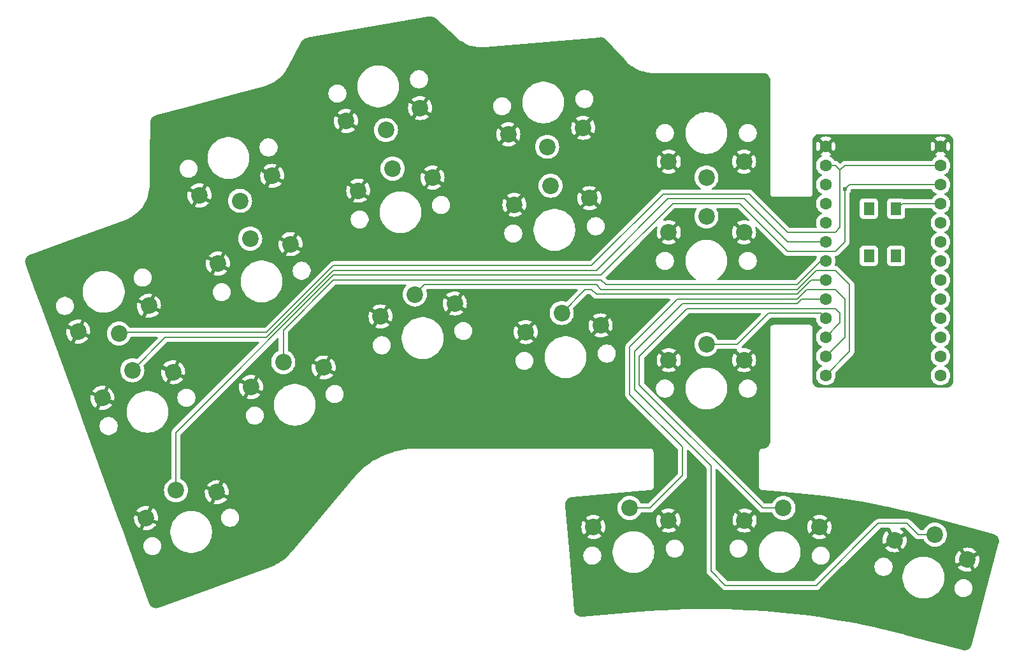
<source format=gbl>
G04 #@! TF.GenerationSoftware,KiCad,Pcbnew,8.0.7*
G04 #@! TF.CreationDate,2025-05-01T21:13:51+07:00*
G04 #@! TF.ProjectId,Lapka_ChocV1V2_Solder,4c61706b-615f-4436-986f-63563156325f,rev?*
G04 #@! TF.SameCoordinates,Original*
G04 #@! TF.FileFunction,Copper,L2,Bot*
G04 #@! TF.FilePolarity,Positive*
%FSLAX46Y46*%
G04 Gerber Fmt 4.6, Leading zero omitted, Abs format (unit mm)*
G04 Created by KiCad (PCBNEW 8.0.7) date 2025-05-01 21:13:51*
%MOMM*%
%LPD*%
G01*
G04 APERTURE LIST*
G04 #@! TA.AperFunction,Conductor*
%ADD10C,0.000000*%
G04 #@! TD*
G04 #@! TA.AperFunction,ComponentPad*
%ADD11C,2.200000*%
G04 #@! TD*
G04 #@! TA.AperFunction,ComponentPad*
%ADD12C,1.600000*%
G04 #@! TD*
G04 #@! TA.AperFunction,SMDPad,CuDef*
%ADD13R,1.400000X1.700000*%
G04 #@! TD*
G04 #@! TA.AperFunction,ViaPad*
%ADD14C,0.600000*%
G04 #@! TD*
G04 #@! TA.AperFunction,Conductor*
%ADD15C,0.200000*%
G04 #@! TD*
G04 APERTURE END LIST*
D10*
G04 #@! TA.AperFunction,Conductor*
G04 #@! TO.N,GND*
G36*
X136006224Y-93282480D02*
G01*
X136059009Y-93285582D01*
X136111793Y-93290334D01*
X136164577Y-93296736D01*
X136217362Y-93304787D01*
X136270146Y-93314488D01*
X136322930Y-93325839D01*
X136375714Y-93338839D01*
X136428499Y-93353488D01*
X136481283Y-93369787D01*
X136534067Y-93387736D01*
X136586852Y-93407334D01*
X136639636Y-93428581D01*
X136692421Y-93451478D01*
X136745205Y-93476024D01*
X136797989Y-93502219D01*
X136850185Y-93529749D01*
X136901201Y-93558301D01*
X136951040Y-93587874D01*
X136999701Y-93618468D01*
X137047183Y-93650084D01*
X137093487Y-93682721D01*
X137138613Y-93716379D01*
X137182561Y-93751058D01*
X137225330Y-93786758D01*
X137266922Y-93823480D01*
X137307335Y-93861222D01*
X137346570Y-93899986D01*
X137384626Y-93939771D01*
X137421505Y-93980577D01*
X137457205Y-94022404D01*
X137491727Y-94065252D01*
X137524600Y-94108023D01*
X137555351Y-94150871D01*
X137583982Y-94193798D01*
X137610492Y-94236804D01*
X137634881Y-94279888D01*
X137657149Y-94323051D01*
X137677297Y-94366291D01*
X137695323Y-94409611D01*
X137711229Y-94453009D01*
X137725014Y-94496485D01*
X137736679Y-94540040D01*
X137746222Y-94583673D01*
X137753645Y-94627384D01*
X137758947Y-94671174D01*
X137762128Y-94715043D01*
X137763189Y-94758990D01*
X137762816Y-94782555D01*
X137761696Y-94805492D01*
X137759831Y-94827800D01*
X137757219Y-94849480D01*
X137753860Y-94870531D01*
X137749756Y-94890954D01*
X137744905Y-94910748D01*
X137739309Y-94929914D01*
X137732966Y-94948451D01*
X137725877Y-94966360D01*
X137718042Y-94983640D01*
X137709460Y-95000292D01*
X137700133Y-95016315D01*
X137690060Y-95031710D01*
X137679240Y-95046477D01*
X137667675Y-95060615D01*
X137654753Y-95073398D01*
X137641124Y-95085357D01*
X137626789Y-95096491D01*
X137611747Y-95106801D01*
X137595999Y-95116286D01*
X137579543Y-95124946D01*
X137562381Y-95132781D01*
X137544511Y-95139791D01*
X137525935Y-95145977D01*
X137506652Y-95151338D01*
X137486662Y-95155874D01*
X137465964Y-95159585D01*
X137444560Y-95162472D01*
X137422448Y-95164534D01*
X137399630Y-95165771D01*
X137376104Y-95166183D01*
X137352205Y-95165810D01*
X137328267Y-95164691D01*
X137304290Y-95162825D01*
X137280274Y-95160213D01*
X137256218Y-95156855D01*
X137232123Y-95152751D01*
X137207990Y-95147900D01*
X137183817Y-95142303D01*
X137159604Y-95135960D01*
X137135353Y-95128871D01*
X137111062Y-95121036D01*
X137086732Y-95112455D01*
X137062362Y-95103127D01*
X137037954Y-95093054D01*
X137013505Y-95082234D01*
X136989018Y-95070669D01*
X136963608Y-95058023D01*
X136937649Y-95043964D01*
X136911139Y-95028490D01*
X136884080Y-95011602D01*
X136856470Y-94993300D01*
X136828311Y-94973584D01*
X136799601Y-94952454D01*
X136770342Y-94929911D01*
X136740533Y-94905953D01*
X136710173Y-94880582D01*
X136679264Y-94853796D01*
X136647806Y-94825597D01*
X136583238Y-94764958D01*
X136516472Y-94698665D01*
X136330471Y-94507636D01*
X136348144Y-94557041D01*
X136356097Y-94581096D01*
X136363461Y-94604719D01*
X136370236Y-94627910D01*
X136376422Y-94650669D01*
X136382018Y-94672996D01*
X136387026Y-94694891D01*
X136391444Y-94716354D01*
X136395273Y-94737386D01*
X136398514Y-94757985D01*
X136401165Y-94778153D01*
X136403227Y-94797889D01*
X136404699Y-94817192D01*
X136405583Y-94836064D01*
X136405878Y-94854504D01*
X136405588Y-94873680D01*
X136404719Y-94892247D01*
X136403271Y-94910206D01*
X136401243Y-94927555D01*
X136398637Y-94944296D01*
X136395451Y-94960428D01*
X136391685Y-94975951D01*
X136387341Y-94990866D01*
X136382417Y-95005171D01*
X136376914Y-95018868D01*
X136370831Y-95031956D01*
X136364170Y-95044436D01*
X136356929Y-95056306D01*
X136349108Y-95067568D01*
X136340708Y-95078221D01*
X136331730Y-95088265D01*
X136322171Y-95097701D01*
X136312034Y-95106528D01*
X136301317Y-95114746D01*
X136290021Y-95122355D01*
X136278145Y-95129355D01*
X136265690Y-95135747D01*
X136252656Y-95141530D01*
X136239042Y-95146704D01*
X136224850Y-95151270D01*
X136210077Y-95155226D01*
X136194726Y-95158574D01*
X136178795Y-95161314D01*
X136162285Y-95163444D01*
X136145195Y-95164966D01*
X136127526Y-95165879D01*
X136109278Y-95166183D01*
X136089681Y-95165653D01*
X136069848Y-95164063D01*
X136049779Y-95161412D01*
X136029475Y-95157700D01*
X136008934Y-95152928D01*
X135988158Y-95147096D01*
X135967146Y-95140204D01*
X135945898Y-95132251D01*
X135924415Y-95123237D01*
X135902696Y-95113163D01*
X135880742Y-95102029D01*
X135858552Y-95089835D01*
X135836126Y-95076580D01*
X135813466Y-95062264D01*
X135790569Y-95046888D01*
X135767437Y-95030452D01*
X135744029Y-95013427D01*
X135721564Y-94996284D01*
X135700042Y-94979023D01*
X135679462Y-94961644D01*
X135659825Y-94944147D01*
X135641131Y-94926533D01*
X135623379Y-94908801D01*
X135606570Y-94890951D01*
X135590704Y-94872983D01*
X135575780Y-94854897D01*
X135561799Y-94836694D01*
X135548760Y-94818372D01*
X135536664Y-94799933D01*
X135525510Y-94781376D01*
X135515298Y-94762701D01*
X135506029Y-94743909D01*
X135621652Y-94658448D01*
X135635164Y-94669129D01*
X135650558Y-94681068D01*
X135667837Y-94694265D01*
X135687005Y-94708719D01*
X135747328Y-94753963D01*
X135751256Y-94757733D01*
X135755497Y-94761503D01*
X135760053Y-94765274D01*
X135764922Y-94769044D01*
X135770106Y-94772814D01*
X135775604Y-94776584D01*
X135781418Y-94780355D01*
X135787546Y-94784125D01*
X135797284Y-94791351D01*
X135806395Y-94797948D01*
X135814880Y-94803917D01*
X135822735Y-94809261D01*
X135852898Y-94819315D01*
X135857218Y-94820492D01*
X135862638Y-94821512D01*
X135869158Y-94822376D01*
X135876778Y-94823083D01*
X135885497Y-94823634D01*
X135895316Y-94824027D01*
X135906233Y-94824263D01*
X135918250Y-94824342D01*
X135923925Y-94824165D01*
X135929639Y-94823635D01*
X135935393Y-94822751D01*
X135941186Y-94821514D01*
X135947019Y-94819923D01*
X135952891Y-94817979D01*
X135958802Y-94815682D01*
X135964752Y-94813031D01*
X135970741Y-94810026D01*
X135976770Y-94806668D01*
X135982838Y-94802957D01*
X135988945Y-94798892D01*
X135995091Y-94794474D01*
X136001276Y-94789702D01*
X136007500Y-94784577D01*
X136013764Y-94779098D01*
X136019243Y-94772736D01*
X136024368Y-94766218D01*
X136029140Y-94759542D01*
X136033558Y-94752708D01*
X136037623Y-94745718D01*
X136041335Y-94738570D01*
X136044693Y-94731265D01*
X136047697Y-94723803D01*
X136050348Y-94716184D01*
X136052646Y-94708408D01*
X136054590Y-94700474D01*
X136056180Y-94692383D01*
X136057418Y-94684135D01*
X136058301Y-94675730D01*
X136058831Y-94667168D01*
X136059008Y-94658448D01*
X136057791Y-94635297D01*
X136054138Y-94608571D01*
X136048051Y-94578272D01*
X136039529Y-94544399D01*
X136015179Y-94465930D01*
X135981090Y-94373164D01*
X135937260Y-94266103D01*
X135883690Y-94144745D01*
X135820380Y-94009092D01*
X135747328Y-93859142D01*
X135958466Y-93733465D01*
X135986548Y-93786445D01*
X136015493Y-93838561D01*
X136045303Y-93889813D01*
X136075976Y-93940202D01*
X136107513Y-93989726D01*
X136139915Y-94038387D01*
X136173180Y-94086183D01*
X136207309Y-94133116D01*
X136242302Y-94179185D01*
X136278159Y-94224390D01*
X136314880Y-94268730D01*
X136352465Y-94312207D01*
X136390914Y-94354820D01*
X136430227Y-94396568D01*
X136470404Y-94437453D01*
X136511446Y-94477473D01*
X136552507Y-94515824D01*
X136592743Y-94551701D01*
X136632155Y-94585104D01*
X136670742Y-94616032D01*
X136708504Y-94644486D01*
X136745441Y-94670466D01*
X136781553Y-94693971D01*
X136816841Y-94715003D01*
X136851304Y-94733560D01*
X136884942Y-94749642D01*
X136917756Y-94763251D01*
X136949745Y-94774385D01*
X136980909Y-94783045D01*
X137011248Y-94789231D01*
X137040762Y-94792942D01*
X137069452Y-94794179D01*
X137084297Y-94793890D01*
X137098672Y-94793021D01*
X137112575Y-94791572D01*
X137126006Y-94789545D01*
X137138967Y-94786938D01*
X137151456Y-94783752D01*
X137163474Y-94779987D01*
X137175020Y-94775642D01*
X137186095Y-94770719D01*
X137196699Y-94765215D01*
X137206832Y-94759133D01*
X137216493Y-94752471D01*
X137225684Y-94745230D01*
X137234402Y-94737410D01*
X137242650Y-94729010D01*
X137250426Y-94720031D01*
X137257731Y-94710473D01*
X137264565Y-94700336D01*
X137270927Y-94689619D01*
X137276819Y-94678323D01*
X137282238Y-94666447D01*
X137287187Y-94653992D01*
X137291664Y-94640958D01*
X137295670Y-94627345D01*
X137302268Y-94598380D01*
X137306981Y-94567098D01*
X137309809Y-94533498D01*
X137310751Y-94497581D01*
X137309396Y-94459878D01*
X137305332Y-94422175D01*
X137298557Y-94384472D01*
X137289072Y-94346769D01*
X137276878Y-94309066D01*
X137261973Y-94271363D01*
X137244359Y-94233660D01*
X137224034Y-94195956D01*
X137201000Y-94158253D01*
X137175256Y-94120550D01*
X137146802Y-94082847D01*
X137115638Y-94045144D01*
X137081764Y-94007441D01*
X137045180Y-93969738D01*
X137005887Y-93932035D01*
X136963883Y-93894331D01*
X136919484Y-93857414D01*
X136874260Y-93822067D01*
X136828212Y-93788292D01*
X136781338Y-93756087D01*
X136733639Y-93725454D01*
X136685116Y-93696391D01*
X136635768Y-93668900D01*
X136585595Y-93642979D01*
X136534597Y-93618629D01*
X136482774Y-93595850D01*
X136430127Y-93574642D01*
X136376655Y-93555005D01*
X136322359Y-93536939D01*
X136267238Y-93520443D01*
X136211292Y-93505519D01*
X136154522Y-93492165D01*
X135943386Y-93446921D01*
X135953440Y-93281027D01*
X136006224Y-93282480D01*
G37*
G04 #@! TD.AperFunction*
G04 #@! TA.AperFunction,Conductor*
G36*
X141961156Y-93220624D02*
G01*
X142000273Y-93295794D01*
X142040333Y-93380862D01*
X142081335Y-93475827D01*
X142123279Y-93580688D01*
X142166167Y-93695447D01*
X142209996Y-93820103D01*
X142254769Y-93954656D01*
X142297500Y-94093374D01*
X142337718Y-94233032D01*
X142375422Y-94373633D01*
X142410612Y-94515176D01*
X142443288Y-94657662D01*
X142473450Y-94801090D01*
X142501098Y-94945462D01*
X142526232Y-95090777D01*
X142224606Y-95196346D01*
X142145116Y-95018276D01*
X142067511Y-94851047D01*
X141991790Y-94694658D01*
X141917954Y-94549109D01*
X141846003Y-94414400D01*
X141775938Y-94290530D01*
X141707759Y-94177499D01*
X141641465Y-94075306D01*
X141608809Y-94027824D01*
X141576193Y-93983405D01*
X141543615Y-93942049D01*
X141511077Y-93903757D01*
X141478578Y-93868528D01*
X141446118Y-93836363D01*
X141413697Y-93807261D01*
X141381315Y-93781222D01*
X141348973Y-93758247D01*
X141316669Y-93738335D01*
X141284405Y-93721486D01*
X141268288Y-93714211D01*
X141252181Y-93707701D01*
X141236083Y-93701957D01*
X141219995Y-93696979D01*
X141203917Y-93692767D01*
X141187849Y-93689321D01*
X141171791Y-93686640D01*
X141155743Y-93684726D01*
X141139704Y-93683577D01*
X141123675Y-93683194D01*
X141113720Y-93683430D01*
X141103961Y-93684136D01*
X141094398Y-93685315D01*
X141085032Y-93686964D01*
X141075862Y-93689085D01*
X141066888Y-93691677D01*
X141058110Y-93694741D01*
X141049529Y-93698275D01*
X141041144Y-93702281D01*
X141032955Y-93706758D01*
X141024963Y-93711707D01*
X141017166Y-93717127D01*
X141009566Y-93723018D01*
X141002162Y-93729380D01*
X140994955Y-93736214D01*
X140987944Y-93743519D01*
X140980639Y-93750491D01*
X140973805Y-93757580D01*
X140967443Y-93764787D01*
X140961552Y-93772112D01*
X140956132Y-93779554D01*
X140951184Y-93787114D01*
X140946706Y-93794792D01*
X140942701Y-93802587D01*
X140939166Y-93810500D01*
X140936103Y-93818532D01*
X140933511Y-93826681D01*
X140931390Y-93834948D01*
X140929740Y-93843333D01*
X140928562Y-93851836D01*
X140927855Y-93860457D01*
X140927619Y-93869196D01*
X140928307Y-93890012D01*
X140930368Y-93912241D01*
X140933805Y-93935885D01*
X140938615Y-93960942D01*
X140944801Y-93987412D01*
X140952361Y-94015296D01*
X140961295Y-94044595D01*
X140971604Y-94075306D01*
X140996347Y-94140972D01*
X141026588Y-94212293D01*
X141062328Y-94289271D01*
X141103567Y-94371904D01*
X141124263Y-94413220D01*
X141143625Y-94452965D01*
X141161651Y-94491139D01*
X141178343Y-94527742D01*
X141193699Y-94562774D01*
X141207720Y-94596236D01*
X141220405Y-94628127D01*
X141231756Y-94658446D01*
X141241771Y-94687195D01*
X141250451Y-94714373D01*
X141257795Y-94739980D01*
X141263804Y-94764016D01*
X141268478Y-94786481D01*
X141271817Y-94807375D01*
X141273820Y-94826698D01*
X141274487Y-94844450D01*
X141274134Y-94861240D01*
X141273074Y-94877676D01*
X141271306Y-94893759D01*
X141268832Y-94909488D01*
X141265651Y-94924864D01*
X141261763Y-94939886D01*
X141257168Y-94954555D01*
X141251866Y-94968871D01*
X141245857Y-94982832D01*
X141239141Y-94996441D01*
X141231718Y-95009696D01*
X141223589Y-95022597D01*
X141214752Y-95035146D01*
X141205208Y-95047340D01*
X141194958Y-95059181D01*
X141184000Y-95070669D01*
X141172434Y-95081626D01*
X141160357Y-95091877D01*
X141147770Y-95101420D01*
X141134672Y-95110257D01*
X141121063Y-95118387D01*
X141106943Y-95125810D01*
X141092314Y-95132526D01*
X141077173Y-95138534D01*
X141061522Y-95143836D01*
X141045361Y-95148432D01*
X141028689Y-95152320D01*
X141011507Y-95155501D01*
X140993814Y-95157975D01*
X140975611Y-95159743D01*
X140956897Y-95160803D01*
X140937674Y-95161156D01*
X140918057Y-95160567D01*
X140898165Y-95158800D01*
X140877998Y-95155854D01*
X140857557Y-95151731D01*
X140836840Y-95146429D01*
X140815848Y-95139948D01*
X140794581Y-95132290D01*
X140773040Y-95123453D01*
X140751223Y-95113438D01*
X140729131Y-95102245D01*
X140706764Y-95089874D01*
X140684122Y-95076324D01*
X140661205Y-95061597D01*
X140638013Y-95045691D01*
X140614547Y-95028606D01*
X140590805Y-95010344D01*
X140566631Y-94991218D01*
X140543126Y-94971541D01*
X140520288Y-94951315D01*
X140498117Y-94930540D01*
X140476614Y-94909214D01*
X140455779Y-94887339D01*
X140435612Y-94864913D01*
X140416112Y-94841938D01*
X140397280Y-94818413D01*
X140379115Y-94794338D01*
X140361619Y-94769713D01*
X140344790Y-94744539D01*
X140328629Y-94718814D01*
X140313136Y-94692539D01*
X140298310Y-94665714D01*
X140284153Y-94638340D01*
X140389721Y-94557906D01*
X140395139Y-94562148D01*
X140401344Y-94567332D01*
X140408335Y-94573459D01*
X140416111Y-94580528D01*
X140424674Y-94588540D01*
X140434021Y-94597495D01*
X140444155Y-94607392D01*
X140455073Y-94618231D01*
X140464971Y-94628051D01*
X140474555Y-94637398D01*
X140483824Y-94646274D01*
X140492778Y-94654678D01*
X140501418Y-94662610D01*
X140509743Y-94670072D01*
X140517755Y-94677063D01*
X140525453Y-94683583D01*
X140541162Y-94696467D01*
X140558127Y-94709977D01*
X140576350Y-94724115D01*
X140595832Y-94738881D01*
X140604549Y-94746186D01*
X140613111Y-94753020D01*
X140621515Y-94759382D01*
X140629763Y-94765274D01*
X140637854Y-94770693D01*
X140645788Y-94775642D01*
X140653565Y-94780119D01*
X140657394Y-94782181D01*
X140661184Y-94784125D01*
X140665013Y-94785951D01*
X140668960Y-94787660D01*
X140673025Y-94789250D01*
X140677208Y-94790723D01*
X140681508Y-94792078D01*
X140685926Y-94793315D01*
X140690463Y-94794434D01*
X140695117Y-94795436D01*
X140699888Y-94796320D01*
X140704778Y-94797085D01*
X140709785Y-94797733D01*
X140714911Y-94798264D01*
X140720154Y-94798676D01*
X140725515Y-94798971D01*
X140730993Y-94799147D01*
X140736590Y-94799206D01*
X140742265Y-94799029D01*
X140747980Y-94798499D01*
X140753734Y-94797616D01*
X140759527Y-94796379D01*
X140765359Y-94794788D01*
X140771231Y-94792844D01*
X140777142Y-94790546D01*
X140783092Y-94787895D01*
X140789082Y-94784891D01*
X140795111Y-94781533D01*
X140801178Y-94777822D01*
X140807285Y-94773757D01*
X140813432Y-94769338D01*
X140819617Y-94764567D01*
X140825841Y-94759441D01*
X140832105Y-94753963D01*
X140838191Y-94747542D01*
X140843886Y-94740847D01*
X140849187Y-94733876D01*
X140854096Y-94726630D01*
X140858613Y-94719110D01*
X140862736Y-94711314D01*
X140866467Y-94703243D01*
X140869806Y-94694898D01*
X140872752Y-94686277D01*
X140875305Y-94677381D01*
X140877465Y-94668210D01*
X140879233Y-94658765D01*
X140880608Y-94649044D01*
X140881590Y-94639048D01*
X140882179Y-94628777D01*
X140882375Y-94618231D01*
X140881766Y-94606566D01*
X140879940Y-94592937D01*
X140876896Y-94577345D01*
X140872635Y-94559789D01*
X140860459Y-94518786D01*
X140843414Y-94469929D01*
X140821499Y-94413218D01*
X140794714Y-94348652D01*
X140763059Y-94276231D01*
X140726536Y-94195956D01*
X140654270Y-94040743D01*
X140624264Y-93974920D01*
X140598344Y-93916952D01*
X140576508Y-93866838D01*
X140558756Y-93824580D01*
X140545089Y-93790176D01*
X140535507Y-93763627D01*
X140528437Y-93739436D01*
X140522311Y-93714616D01*
X140517126Y-93689167D01*
X140512885Y-93663089D01*
X140509586Y-93636382D01*
X140507229Y-93609047D01*
X140505815Y-93581083D01*
X140505344Y-93552490D01*
X140505678Y-93538154D01*
X140506679Y-93524054D01*
X140508348Y-93510190D01*
X140510685Y-93496562D01*
X140513689Y-93483170D01*
X140517361Y-93470013D01*
X140521700Y-93457093D01*
X140526708Y-93444407D01*
X140532383Y-93431958D01*
X140538725Y-93419744D01*
X140545736Y-93407766D01*
X140553414Y-93396023D01*
X140561760Y-93384516D01*
X140570774Y-93373244D01*
X140580455Y-93362207D01*
X140590805Y-93351406D01*
X140601035Y-93341057D01*
X140611619Y-93331375D01*
X140622556Y-93322362D01*
X140633848Y-93314016D01*
X140645493Y-93306337D01*
X140657491Y-93299327D01*
X140669843Y-93292984D01*
X140682549Y-93287309D01*
X140695608Y-93282302D01*
X140709020Y-93277963D01*
X140722786Y-93274291D01*
X140736905Y-93271287D01*
X140751378Y-93268950D01*
X140766203Y-93267281D01*
X140781382Y-93266280D01*
X140796915Y-93265946D01*
X140870240Y-93270580D01*
X140944429Y-93284483D01*
X141019483Y-93307655D01*
X141095400Y-93340095D01*
X141172181Y-93381804D01*
X141249826Y-93432781D01*
X141328334Y-93493027D01*
X141407707Y-93562542D01*
X141487944Y-93641326D01*
X141569045Y-93729378D01*
X141651009Y-93826700D01*
X141733838Y-93933289D01*
X141817531Y-94049148D01*
X141902088Y-94174276D01*
X141987509Y-94308672D01*
X142073794Y-94452338D01*
X142020932Y-94241750D01*
X141970426Y-94047344D01*
X141922275Y-93869119D01*
X141876481Y-93707074D01*
X141833043Y-93561211D01*
X141791962Y-93431527D01*
X141753238Y-93318025D01*
X141716871Y-93220702D01*
X141922981Y-93155350D01*
X141961156Y-93220624D01*
G37*
G04 #@! TD.AperFunction*
G04 #@! TA.AperFunction,Conductor*
G36*
X143183562Y-93282480D02*
G01*
X143236347Y-93285582D01*
X143289131Y-93290334D01*
X143341916Y-93296736D01*
X143394700Y-93304787D01*
X143447484Y-93314488D01*
X143500269Y-93325839D01*
X143553053Y-93338839D01*
X143605837Y-93353488D01*
X143658622Y-93369787D01*
X143711406Y-93387736D01*
X143764190Y-93407334D01*
X143816975Y-93428581D01*
X143869759Y-93451478D01*
X143922543Y-93476024D01*
X143975328Y-93502219D01*
X144027523Y-93529749D01*
X144078540Y-93558301D01*
X144128379Y-93587874D01*
X144177040Y-93618468D01*
X144224522Y-93650084D01*
X144270826Y-93682721D01*
X144315952Y-93716379D01*
X144359900Y-93751058D01*
X144402669Y-93786758D01*
X144444261Y-93823480D01*
X144484674Y-93861222D01*
X144523908Y-93899986D01*
X144561965Y-93939771D01*
X144598843Y-93980577D01*
X144634544Y-94022404D01*
X144669065Y-94065252D01*
X144701938Y-94108023D01*
X144732689Y-94150871D01*
X144761320Y-94193798D01*
X144787830Y-94236804D01*
X144812219Y-94279888D01*
X144834488Y-94323051D01*
X144854636Y-94366291D01*
X144872662Y-94409611D01*
X144888568Y-94453009D01*
X144902354Y-94496485D01*
X144914018Y-94540040D01*
X144923562Y-94583673D01*
X144930984Y-94627384D01*
X144936286Y-94671174D01*
X144939468Y-94715043D01*
X144940528Y-94758990D01*
X144940155Y-94782555D01*
X144939035Y-94805492D01*
X144937170Y-94827800D01*
X144934558Y-94849480D01*
X144931199Y-94870531D01*
X144927095Y-94890954D01*
X144922244Y-94910748D01*
X144916648Y-94929914D01*
X144910305Y-94948451D01*
X144903216Y-94966360D01*
X144895380Y-94983640D01*
X144886799Y-95000292D01*
X144877472Y-95016315D01*
X144867398Y-95031710D01*
X144856579Y-95046477D01*
X144845013Y-95060615D01*
X144832091Y-95073398D01*
X144818463Y-95085357D01*
X144804128Y-95096491D01*
X144789086Y-95106801D01*
X144773337Y-95116286D01*
X144756881Y-95124946D01*
X144739719Y-95132781D01*
X144721850Y-95139791D01*
X144703273Y-95145977D01*
X144683990Y-95151338D01*
X144664000Y-95155874D01*
X144643303Y-95159585D01*
X144621898Y-95162472D01*
X144599787Y-95164534D01*
X144576968Y-95165771D01*
X144553442Y-95166183D01*
X144529543Y-95165810D01*
X144505605Y-95164691D01*
X144481628Y-95162825D01*
X144457612Y-95160213D01*
X144433556Y-95156855D01*
X144409462Y-95152751D01*
X144385328Y-95147900D01*
X144361155Y-95142303D01*
X144336943Y-95135960D01*
X144312691Y-95128871D01*
X144288400Y-95121036D01*
X144264070Y-95112455D01*
X144239701Y-95103127D01*
X144215292Y-95093054D01*
X144190844Y-95082234D01*
X144166357Y-95070669D01*
X144140947Y-95058023D01*
X144114988Y-95043964D01*
X144088478Y-95028490D01*
X144061418Y-95011602D01*
X144033809Y-94993300D01*
X144005649Y-94973584D01*
X143976940Y-94952454D01*
X143947681Y-94929911D01*
X143917871Y-94905953D01*
X143887512Y-94880582D01*
X143856603Y-94853796D01*
X143825145Y-94825597D01*
X143760578Y-94764958D01*
X143693811Y-94698665D01*
X143507809Y-94507636D01*
X143525483Y-94557041D01*
X143533436Y-94581096D01*
X143540799Y-94604719D01*
X143547574Y-94627910D01*
X143553760Y-94650669D01*
X143559356Y-94672996D01*
X143564364Y-94694891D01*
X143568782Y-94716354D01*
X143572611Y-94737386D01*
X143575851Y-94757985D01*
X143578502Y-94778153D01*
X143580564Y-94797889D01*
X143582037Y-94817192D01*
X143582921Y-94836064D01*
X143583215Y-94854504D01*
X143582926Y-94873680D01*
X143582057Y-94892247D01*
X143580609Y-94910206D01*
X143578581Y-94927555D01*
X143575974Y-94944296D01*
X143572788Y-94960428D01*
X143569023Y-94975951D01*
X143564679Y-94990866D01*
X143559755Y-95005171D01*
X143554252Y-95018868D01*
X143548169Y-95031956D01*
X143541507Y-95044436D01*
X143534266Y-95056306D01*
X143526446Y-95067568D01*
X143518046Y-95078221D01*
X143509068Y-95088265D01*
X143499509Y-95097701D01*
X143489372Y-95106528D01*
X143478655Y-95114746D01*
X143467359Y-95122355D01*
X143455483Y-95129355D01*
X143443028Y-95135747D01*
X143429994Y-95141530D01*
X143416381Y-95146704D01*
X143402188Y-95151270D01*
X143387416Y-95155226D01*
X143372065Y-95158574D01*
X143356134Y-95161314D01*
X143339624Y-95163444D01*
X143322534Y-95164966D01*
X143304865Y-95165879D01*
X143286617Y-95166183D01*
X143267020Y-95165653D01*
X143247187Y-95164063D01*
X143227118Y-95161412D01*
X143206814Y-95157700D01*
X143186273Y-95152928D01*
X143165497Y-95147096D01*
X143144485Y-95140204D01*
X143123237Y-95132251D01*
X143101754Y-95123237D01*
X143080035Y-95113163D01*
X143058081Y-95102029D01*
X143035891Y-95089835D01*
X143013465Y-95076580D01*
X142990804Y-95062264D01*
X142967908Y-95046888D01*
X142944776Y-95030452D01*
X142921368Y-95013427D01*
X142898903Y-94996284D01*
X142877380Y-94979023D01*
X142856801Y-94961644D01*
X142837164Y-94944147D01*
X142818470Y-94926533D01*
X142800718Y-94908801D01*
X142783909Y-94890951D01*
X142768043Y-94872983D01*
X142753119Y-94854897D01*
X142739138Y-94836694D01*
X142726099Y-94818372D01*
X142714002Y-94799933D01*
X142702848Y-94781376D01*
X142692637Y-94762701D01*
X142683367Y-94743909D01*
X142798990Y-94658448D01*
X142812502Y-94669129D01*
X142827896Y-94681068D01*
X142845176Y-94694265D01*
X142864342Y-94708719D01*
X142924667Y-94753963D01*
X142928595Y-94757733D01*
X142932836Y-94761503D01*
X142937391Y-94765274D01*
X142942260Y-94769044D01*
X142947444Y-94772814D01*
X142952943Y-94776584D01*
X142958756Y-94780355D01*
X142964884Y-94784125D01*
X142974622Y-94791351D01*
X142983734Y-94797948D01*
X142992218Y-94803917D01*
X143000073Y-94809261D01*
X143030236Y-94819315D01*
X143034557Y-94820492D01*
X143039977Y-94821512D01*
X143046497Y-94822376D01*
X143054117Y-94823083D01*
X143062836Y-94823634D01*
X143072654Y-94824027D01*
X143083572Y-94824263D01*
X143095588Y-94824342D01*
X143101263Y-94824165D01*
X143106978Y-94823635D01*
X143112732Y-94822751D01*
X143118525Y-94821514D01*
X143124358Y-94819923D01*
X143130229Y-94817979D01*
X143136140Y-94815682D01*
X143142091Y-94813031D01*
X143148080Y-94810026D01*
X143154109Y-94806668D01*
X143160176Y-94802957D01*
X143166284Y-94798892D01*
X143172430Y-94794474D01*
X143178615Y-94789702D01*
X143184839Y-94784577D01*
X143191103Y-94779098D01*
X143196582Y-94772736D01*
X143201707Y-94766218D01*
X143206479Y-94759542D01*
X143210897Y-94752708D01*
X143214962Y-94745718D01*
X143218673Y-94738570D01*
X143222031Y-94731265D01*
X143225035Y-94723803D01*
X143227686Y-94716184D01*
X143229984Y-94708408D01*
X143231928Y-94700474D01*
X143233519Y-94692383D01*
X143234756Y-94684135D01*
X143235639Y-94675730D01*
X143236170Y-94667168D01*
X143236346Y-94658448D01*
X143235129Y-94635297D01*
X143231476Y-94608571D01*
X143225389Y-94578272D01*
X143216867Y-94544399D01*
X143192518Y-94465930D01*
X143158428Y-94373164D01*
X143114599Y-94266103D01*
X143061029Y-94144745D01*
X142997719Y-94009092D01*
X142924667Y-93859142D01*
X143135805Y-93733465D01*
X143163887Y-93786445D01*
X143192832Y-93838561D01*
X143222642Y-93889813D01*
X143253315Y-93940202D01*
X143284852Y-93989726D01*
X143317253Y-94038387D01*
X143350518Y-94086183D01*
X143384647Y-94133116D01*
X143419640Y-94179185D01*
X143455497Y-94224390D01*
X143492218Y-94268730D01*
X143529803Y-94312207D01*
X143568252Y-94354820D01*
X143607565Y-94396568D01*
X143647743Y-94437453D01*
X143688784Y-94477473D01*
X143729845Y-94515824D01*
X143770081Y-94551701D01*
X143809493Y-94585104D01*
X143848080Y-94616032D01*
X143885842Y-94644486D01*
X143922779Y-94670466D01*
X143958892Y-94693971D01*
X143994179Y-94715003D01*
X144028642Y-94733560D01*
X144062281Y-94749642D01*
X144095094Y-94763251D01*
X144127083Y-94774385D01*
X144158247Y-94783045D01*
X144188586Y-94789231D01*
X144218100Y-94792942D01*
X144246790Y-94794179D01*
X144261636Y-94793890D01*
X144276010Y-94793021D01*
X144289913Y-94791572D01*
X144303345Y-94789545D01*
X144316305Y-94786938D01*
X144328795Y-94783752D01*
X144340813Y-94779987D01*
X144352359Y-94775642D01*
X144363434Y-94770719D01*
X144374038Y-94765215D01*
X144384171Y-94759133D01*
X144393833Y-94752471D01*
X144403023Y-94745230D01*
X144411742Y-94737410D01*
X144419989Y-94729010D01*
X144427765Y-94720031D01*
X144435070Y-94710473D01*
X144441904Y-94700336D01*
X144448267Y-94689619D01*
X144454158Y-94678323D01*
X144459578Y-94666447D01*
X144464526Y-94653992D01*
X144469003Y-94640958D01*
X144473009Y-94627345D01*
X144479607Y-94598380D01*
X144484320Y-94567098D01*
X144487148Y-94533498D01*
X144488091Y-94497581D01*
X144486736Y-94459878D01*
X144482671Y-94422175D01*
X144475896Y-94384472D01*
X144466411Y-94346769D01*
X144454217Y-94309066D01*
X144439312Y-94271363D01*
X144421698Y-94233660D01*
X144401373Y-94195956D01*
X144378339Y-94158253D01*
X144352595Y-94120550D01*
X144324141Y-94082847D01*
X144292977Y-94045144D01*
X144259103Y-94007441D01*
X144222519Y-93969738D01*
X144183225Y-93932035D01*
X144141222Y-93894331D01*
X144096823Y-93857414D01*
X144051599Y-93822067D01*
X144005551Y-93788292D01*
X143958677Y-93756087D01*
X143910978Y-93725454D01*
X143862455Y-93696391D01*
X143813107Y-93668900D01*
X143762934Y-93642979D01*
X143711936Y-93618629D01*
X143660113Y-93595850D01*
X143607466Y-93574642D01*
X143553994Y-93555005D01*
X143499698Y-93536939D01*
X143444577Y-93520443D01*
X143388631Y-93505519D01*
X143331861Y-93492165D01*
X143120724Y-93446921D01*
X143130778Y-93281027D01*
X143183562Y-93282480D01*
G37*
G04 #@! TD.AperFunction*
G04 #@! TA.AperFunction,Conductor*
G36*
X139517214Y-93185593D02*
G01*
X139552089Y-93256208D01*
X139587592Y-93337035D01*
X139623723Y-93428073D01*
X139660483Y-93529321D01*
X139697872Y-93640780D01*
X139735890Y-93762450D01*
X139774539Y-93894331D01*
X139811535Y-94032418D01*
X139847117Y-94172704D01*
X139881286Y-94315191D01*
X139914040Y-94459877D01*
X139945381Y-94606762D01*
X139975308Y-94755847D01*
X140003821Y-94907131D01*
X140030920Y-95060615D01*
X139729295Y-95166183D01*
X139712957Y-95127145D01*
X139694105Y-95085437D01*
X139672739Y-95041057D01*
X139648860Y-94994007D01*
X139622467Y-94944287D01*
X139593562Y-94891895D01*
X139562143Y-94836832D01*
X139528211Y-94779098D01*
X139464741Y-94672271D01*
X139415099Y-94588069D01*
X139379283Y-94526489D01*
X139357291Y-94487527D01*
X139351674Y-94515864D01*
X139344879Y-94544318D01*
X139336905Y-94572890D01*
X139327754Y-94601579D01*
X139317424Y-94630387D01*
X139305916Y-94659312D01*
X139293230Y-94688355D01*
X139279366Y-94717516D01*
X139264324Y-94746795D01*
X139248104Y-94776192D01*
X139230706Y-94805706D01*
X139212129Y-94835338D01*
X139192375Y-94865089D01*
X139171443Y-94894957D01*
X139149333Y-94924942D01*
X139126045Y-94955046D01*
X139101577Y-94984266D01*
X139077188Y-95011601D01*
X139052877Y-95037050D01*
X139028644Y-95060615D01*
X139004491Y-95082294D01*
X138980415Y-95102088D01*
X138956419Y-95119997D01*
X138932500Y-95136021D01*
X138908661Y-95150160D01*
X138884900Y-95162413D01*
X138861218Y-95172782D01*
X138837614Y-95181265D01*
X138814089Y-95187863D01*
X138790643Y-95192576D01*
X138767275Y-95195403D01*
X138743987Y-95196346D01*
X138703278Y-95194481D01*
X138662845Y-95188884D01*
X138622686Y-95179557D01*
X138582803Y-95166498D01*
X138543195Y-95149709D01*
X138503862Y-95129188D01*
X138464803Y-95104937D01*
X138426020Y-95076954D01*
X138387512Y-95045241D01*
X138349279Y-95009796D01*
X138311321Y-94970620D01*
X138273638Y-94927713D01*
X138236230Y-94881075D01*
X138199097Y-94830706D01*
X138162239Y-94776605D01*
X138125656Y-94718773D01*
X138251332Y-94608177D01*
X138282062Y-94633745D01*
X138311419Y-94657663D01*
X138339401Y-94679931D01*
X138366009Y-94700550D01*
X138391242Y-94719519D01*
X138415101Y-94736839D01*
X138437586Y-94752510D01*
X138458696Y-94766530D01*
X138478432Y-94778902D01*
X138496793Y-94789624D01*
X138513780Y-94798696D01*
X138529392Y-94806119D01*
X138543629Y-94811892D01*
X138556492Y-94816016D01*
X138562408Y-94817459D01*
X138567980Y-94818490D01*
X138573208Y-94819108D01*
X138578093Y-94819315D01*
X138597651Y-94818470D01*
X138617366Y-94815937D01*
X138637238Y-94811715D01*
X138657267Y-94805804D01*
X138677454Y-94798204D01*
X138697797Y-94788915D01*
X138718298Y-94777938D01*
X138738956Y-94765272D01*
X138759772Y-94750917D01*
X138780744Y-94734873D01*
X138801874Y-94717141D01*
X138823161Y-94697720D01*
X138844605Y-94676611D01*
X138866206Y-94653812D01*
X138887964Y-94629326D01*
X138909880Y-94603150D01*
X138930655Y-94575698D01*
X138950252Y-94547382D01*
X138968671Y-94518202D01*
X138985912Y-94488158D01*
X139001974Y-94457250D01*
X139016859Y-94425477D01*
X139030565Y-94392841D01*
X139043093Y-94359340D01*
X139054443Y-94324975D01*
X139064615Y-94289746D01*
X139073609Y-94253653D01*
X139081425Y-94216695D01*
X139088063Y-94178874D01*
X139093523Y-94140188D01*
X139097805Y-94100639D01*
X139100909Y-94060225D01*
X139058707Y-94002944D01*
X139016310Y-93949238D01*
X138973717Y-93899105D01*
X138930927Y-93852546D01*
X138887942Y-93809560D01*
X138844760Y-93770149D01*
X138801382Y-93734311D01*
X138757807Y-93702047D01*
X138714037Y-93673357D01*
X138670070Y-93648241D01*
X138625907Y-93626699D01*
X138581548Y-93608731D01*
X138536992Y-93594337D01*
X138492239Y-93583517D01*
X138447290Y-93576270D01*
X138402145Y-93572598D01*
X138402145Y-93240811D01*
X138444030Y-93252201D01*
X138485483Y-93265005D01*
X138526504Y-93279222D01*
X138567094Y-93294853D01*
X138607251Y-93311898D01*
X138646977Y-93330356D01*
X138686270Y-93350229D01*
X138725132Y-93371515D01*
X138763562Y-93394215D01*
X138801559Y-93418329D01*
X138839125Y-93443857D01*
X138876259Y-93470798D01*
X138912962Y-93499154D01*
X138949232Y-93528924D01*
X138985070Y-93560108D01*
X139020477Y-93592706D01*
X139055645Y-93626580D01*
X139090774Y-93662848D01*
X139125864Y-93701513D01*
X139160915Y-93742574D01*
X139195927Y-93786030D01*
X139230900Y-93831882D01*
X139265834Y-93880131D01*
X139300729Y-93930774D01*
X139335585Y-93983814D01*
X139370402Y-94039250D01*
X139439918Y-94157308D01*
X139509278Y-94284950D01*
X139578482Y-94422175D01*
X139527583Y-94184097D01*
X139480454Y-93970053D01*
X139437096Y-93780045D01*
X139397508Y-93614072D01*
X139361689Y-93472134D01*
X139329642Y-93354233D01*
X139301364Y-93260368D01*
X139276857Y-93190540D01*
X139482968Y-93125188D01*
X139517214Y-93185593D01*
G37*
G04 #@! TD.AperFunction*
G04 #@! TA.AperFunction,Conductor*
G36*
X145699302Y-91949655D02*
G01*
X145719058Y-91952070D01*
X145738578Y-91956096D01*
X145757862Y-91961732D01*
X145776910Y-91968978D01*
X145795723Y-91977834D01*
X145814300Y-91988301D01*
X145832642Y-92000378D01*
X145850747Y-92014065D01*
X145868617Y-92029362D01*
X145886251Y-92046269D01*
X145903648Y-92064787D01*
X145920811Y-92084915D01*
X145937737Y-92106653D01*
X145954427Y-92130002D01*
X145970881Y-92154961D01*
X146004266Y-92209551D01*
X146039064Y-92272783D01*
X146075276Y-92344654D01*
X146112901Y-92425166D01*
X146151940Y-92514318D01*
X146192392Y-92612111D01*
X146234256Y-92718544D01*
X146277534Y-92833617D01*
X146448454Y-93291082D01*
X146525668Y-93493737D01*
X146601468Y-93681939D01*
X146675853Y-93855688D01*
X146748825Y-94014983D01*
X146820382Y-94159825D01*
X146855631Y-94226827D01*
X146890526Y-94290215D01*
X146925067Y-94349990D01*
X146959256Y-94406151D01*
X146993090Y-94458700D01*
X147026572Y-94507636D01*
X147060131Y-94554706D01*
X147095458Y-94601658D01*
X147132553Y-94648492D01*
X147171414Y-94695209D01*
X147212043Y-94741807D01*
X147254440Y-94788288D01*
X147298603Y-94834651D01*
X147344535Y-94880896D01*
X147392233Y-94927024D01*
X147441699Y-94973033D01*
X147492932Y-95018925D01*
X147545932Y-95064699D01*
X147600700Y-95110355D01*
X147657235Y-95155894D01*
X147715537Y-95201314D01*
X147775607Y-95246617D01*
X147644903Y-95523106D01*
X147591883Y-95496164D01*
X147539648Y-95466865D01*
X147488199Y-95435210D01*
X147437536Y-95401198D01*
X147387658Y-95364831D01*
X147338565Y-95326107D01*
X147290258Y-95285026D01*
X147242736Y-95241590D01*
X147196000Y-95195797D01*
X147150050Y-95147647D01*
X147104884Y-95097141D01*
X147060505Y-95044278D01*
X147016910Y-94989059D01*
X146974101Y-94931483D01*
X146932078Y-94871550D01*
X146890840Y-94809261D01*
X146808051Y-94676041D01*
X146725576Y-94530255D01*
X146643415Y-94371901D01*
X146561568Y-94200980D01*
X146480035Y-94017492D01*
X146398816Y-93821436D01*
X146317910Y-93612813D01*
X146237317Y-93391623D01*
X146091531Y-92974375D01*
X146069913Y-92913500D01*
X146049040Y-92856553D01*
X146028913Y-92803533D01*
X146009532Y-92754441D01*
X145990897Y-92709275D01*
X145973008Y-92668038D01*
X145955866Y-92630727D01*
X145939469Y-92597344D01*
X145923818Y-92567889D01*
X145908913Y-92542360D01*
X145901740Y-92531069D01*
X145894754Y-92520760D01*
X145887955Y-92511432D01*
X145881341Y-92503086D01*
X145874915Y-92495722D01*
X145868675Y-92489340D01*
X145862621Y-92483940D01*
X145856754Y-92479522D01*
X145851073Y-92476085D01*
X145845579Y-92473631D01*
X145840271Y-92472158D01*
X145835150Y-92471667D01*
X145832677Y-92471716D01*
X145830282Y-92471863D01*
X145827965Y-92472109D01*
X145825727Y-92472452D01*
X145823567Y-92472894D01*
X145821486Y-92473434D01*
X145819483Y-92474072D01*
X145817559Y-92474809D01*
X145815713Y-92475643D01*
X145813946Y-92476576D01*
X145812257Y-92477607D01*
X145810647Y-92478736D01*
X145809115Y-92479964D01*
X145807662Y-92481289D01*
X145806287Y-92482713D01*
X145804991Y-92484235D01*
X145803773Y-92485855D01*
X145802634Y-92487573D01*
X145801573Y-92489390D01*
X145800591Y-92491304D01*
X145799688Y-92493317D01*
X145798863Y-92495428D01*
X145798116Y-92497637D01*
X145797448Y-92499944D01*
X145796348Y-92504854D01*
X145795562Y-92510156D01*
X145795091Y-92515850D01*
X145794933Y-92521938D01*
X145798076Y-92546131D01*
X145807503Y-92603628D01*
X145845204Y-92818536D01*
X145880551Y-93033992D01*
X145911185Y-93255576D01*
X145937106Y-93483288D01*
X145958314Y-93717127D01*
X145974809Y-93957092D01*
X145986591Y-94203184D01*
X145993660Y-94455402D01*
X145996017Y-94713746D01*
X145995290Y-94764036D01*
X145993111Y-94813109D01*
X145989478Y-94860965D01*
X145984393Y-94907602D01*
X145977854Y-94953022D01*
X145969863Y-94997225D01*
X145960418Y-95040210D01*
X145949520Y-95081978D01*
X145937168Y-95122528D01*
X145923364Y-95161861D01*
X145908106Y-95199977D01*
X145891394Y-95236875D01*
X145873230Y-95272556D01*
X145853612Y-95307019D01*
X145832540Y-95340265D01*
X145810015Y-95372294D01*
X145785706Y-95403340D01*
X145760532Y-95432383D01*
X145734494Y-95459423D01*
X145707592Y-95484461D01*
X145679825Y-95507495D01*
X145651194Y-95528526D01*
X145621699Y-95547555D01*
X145591340Y-95564580D01*
X145560117Y-95579602D01*
X145528029Y-95592622D01*
X145495078Y-95603638D01*
X145461262Y-95612651D01*
X145426583Y-95619662D01*
X145391039Y-95624669D01*
X145354632Y-95627674D01*
X145317361Y-95628675D01*
X145280603Y-95628047D01*
X145235674Y-95626163D01*
X145182574Y-95623021D01*
X145121304Y-95618621D01*
X145060979Y-95432619D01*
X145097976Y-95425372D01*
X145133558Y-95417458D01*
X145167726Y-95408876D01*
X145200481Y-95399626D01*
X145231822Y-95389709D01*
X145261749Y-95379124D01*
X145290262Y-95367872D01*
X145317361Y-95355952D01*
X145343046Y-95343365D01*
X145367317Y-95330110D01*
X145390175Y-95316188D01*
X145411618Y-95301598D01*
X145431648Y-95286340D01*
X145450264Y-95270415D01*
X145467466Y-95253823D01*
X145483254Y-95236562D01*
X145497864Y-95218850D01*
X145511532Y-95199645D01*
X145524256Y-95178948D01*
X145536039Y-95156758D01*
X145546878Y-95133076D01*
X145556775Y-95107902D01*
X145565730Y-95081235D01*
X145573742Y-95053076D01*
X145580811Y-95023424D01*
X145586938Y-94992280D01*
X145592122Y-94959643D01*
X145596364Y-94925514D01*
X145599663Y-94889892D01*
X145602019Y-94852777D01*
X145603433Y-94814170D01*
X145603904Y-94774071D01*
X145601627Y-94555077D01*
X145594793Y-94325401D01*
X145583405Y-94085043D01*
X145567460Y-93834003D01*
X145546959Y-93572281D01*
X145521902Y-93299876D01*
X145492289Y-93016790D01*
X145458119Y-92723021D01*
X145438325Y-92543931D01*
X145424186Y-92408828D01*
X145419238Y-92357772D01*
X145415703Y-92317712D01*
X145413582Y-92288650D01*
X145412875Y-92270584D01*
X145413135Y-92250789D01*
X145413916Y-92231624D01*
X145415217Y-92213086D01*
X145417039Y-92195177D01*
X145419380Y-92177897D01*
X145422243Y-92161245D01*
X145425626Y-92145221D01*
X145429529Y-92129825D01*
X145433952Y-92115058D01*
X145438896Y-92100920D01*
X145444360Y-92087409D01*
X145450345Y-92074527D01*
X145456850Y-92062274D01*
X145463875Y-92050649D01*
X145471421Y-92039652D01*
X145479487Y-92029284D01*
X145488074Y-92019544D01*
X145497181Y-92010432D01*
X145506808Y-92001949D01*
X145516955Y-91994094D01*
X145527623Y-91986867D01*
X145538811Y-91980269D01*
X145550520Y-91974300D01*
X145562749Y-91968958D01*
X145575498Y-91964246D01*
X145588767Y-91960161D01*
X145602557Y-91956705D01*
X145616867Y-91953877D01*
X145631698Y-91951678D01*
X145647048Y-91950107D01*
X145662919Y-91949164D01*
X145679311Y-91948850D01*
X145699302Y-91949655D01*
G37*
G04 #@! TD.AperFunction*
G04 #@! TD*
D11*
G04 #@! TO.P,SW6,1,OUT*
G04 #@! TO.N,SW6*
X95811188Y-89470003D03*
G04 #@! TO.P,SW6,2,IN*
G04 #@! TO.N,GND*
X91830967Y-93153458D03*
X101227894Y-89733256D03*
G04 #@! TD*
G04 #@! TO.P,SW4,1,OUT*
G04 #@! TO.N,SW4*
X150934321Y-59743649D03*
G04 #@! TO.P,SW4,2,IN*
G04 #@! TO.N,GND*
X155732267Y-57215861D03*
X145770320Y-58087419D03*
G04 #@! TD*
G04 #@! TO.P,SW5,1,OUT*
G04 #@! TO.N,SW5*
X172090001Y-63819998D03*
G04 #@! TO.P,SW5,2,IN*
G04 #@! TO.N,GND*
X177090001Y-61719998D03*
X167090001Y-61719998D03*
G04 #@! TD*
G04 #@! TO.P,SW13,1,OUT*
G04 #@! TO.N,SW13*
X133358878Y-79389430D03*
G04 #@! TO.P,SW13,2,IN*
G04 #@! TO.N,GND*
X128799500Y-82325767D03*
X138647578Y-80589286D03*
G04 #@! TD*
D12*
G04 #@! TO.P,U2,1,D1*
G04 #@! TO.N,SW1*
X187960000Y-62230000D03*
G04 #@! TO.P,U2,2,D0*
G04 #@! TO.N,SW11*
X187960000Y-64770000D03*
G04 #@! TO.P,U2,3,GND*
G04 #@! TO.N,RST0*
X187960000Y-67310000D03*
G04 #@! TO.P,U2,4,GND*
G04 #@! TO.N,unconnected-(U2-GND-Pad4)*
X187960000Y-69850000D03*
G04 #@! TO.P,U2,5,D2*
G04 #@! TO.N,SW6*
X187960000Y-72390000D03*
G04 #@! TO.P,U2,6,D3*
G04 #@! TO.N,SW12*
X187960000Y-74930000D03*
G04 #@! TO.P,U2,7,D4*
G04 #@! TO.N,SW14*
X187960000Y-77470000D03*
G04 #@! TO.P,U2,8,D5*
G04 #@! TO.N,SW18*
X187960000Y-80010000D03*
G04 #@! TO.P,U2,9,D6*
G04 #@! TO.N,SW15*
X187960000Y-82550000D03*
G04 #@! TO.P,U2,10,D7*
G04 #@! TO.N,SW17*
X187960000Y-85090000D03*
G04 #@! TO.P,U2,11,D8*
G04 #@! TO.N,SW16*
X187960000Y-87630000D03*
G04 #@! TO.P,U2,12,D9*
G04 #@! TO.N,SW13*
X187960000Y-90170000D03*
G04 #@! TO.P,U2,13,RAW*
G04 #@! TO.N,SW1*
X203200010Y-62229990D03*
G04 #@! TO.P,U2,14,GND*
G04 #@! TO.N,SW11*
X203200010Y-64769990D03*
G04 #@! TO.P,U2,15,RST*
G04 #@! TO.N,RST1*
X203200010Y-67309990D03*
G04 #@! TO.P,U2,16,VCC*
G04 #@! TO.N,unconnected-(U2-VCC-Pad16)*
X203200010Y-69849990D03*
G04 #@! TO.P,U2,17,D21*
G04 #@! TO.N,SW5*
X203200010Y-72389990D03*
G04 #@! TO.P,U2,18,D20*
G04 #@! TO.N,SW10*
X203200010Y-74929990D03*
G04 #@! TO.P,U2,19,D19*
G04 #@! TO.N,SW9*
X203200010Y-77469990D03*
G04 #@! TO.P,U2,20,D18*
G04 #@! TO.N,SW4*
X203200010Y-80009990D03*
G04 #@! TO.P,U2,21,D15*
G04 #@! TO.N,SW8*
X203200010Y-82549990D03*
G04 #@! TO.P,U2,22,D14*
G04 #@! TO.N,SW3*
X203200010Y-85089990D03*
G04 #@! TO.P,U2,23,D16*
G04 #@! TO.N,SW2*
X203200010Y-87629990D03*
G04 #@! TO.P,U2,24,D10*
G04 #@! TO.N,SW7*
X203200010Y-90169990D03*
G04 #@! TO.P,U2,28,B-*
G04 #@! TO.N,GND*
X187960000Y-59690000D03*
G04 #@! TO.P,U2,29,B+*
X203200010Y-59689990D03*
G04 #@! TD*
D11*
G04 #@! TO.P,SW3,1,OUT*
G04 #@! TO.N,SW3*
X129503928Y-57526661D03*
G04 #@! TO.P,SW3,2,IN*
G04 #@! TO.N,GND*
X134063306Y-54590324D03*
X124215228Y-56326805D03*
G04 #@! TD*
G04 #@! TO.P,SW7,1,OUT*
G04 #@! TO.N,SW7*
X111470070Y-71962439D03*
G04 #@! TO.P,SW7,2,IN*
G04 #@! TO.N,GND*
X107183960Y-75284978D03*
X116843219Y-72696788D03*
G04 #@! TD*
G04 #@! TO.P,SW12,1,OUT*
G04 #@! TO.N,SW12*
X115869967Y-88383129D03*
G04 #@! TO.P,SW12,2,IN*
G04 #@! TO.N,GND*
X111583857Y-91705668D03*
X121243116Y-89117478D03*
G04 #@! TD*
G04 #@! TO.P,SW17,1,OUT*
G04 #@! TO.N,SW17*
X182329119Y-107794544D03*
G04 #@! TO.P,SW17,2,IN*
G04 #@! TO.N,GND*
X177165118Y-109450774D03*
X187127065Y-110322332D03*
G04 #@! TD*
G04 #@! TO.P,SW10,1,OUT*
G04 #@! TO.N,SW10*
X172090008Y-69019990D03*
G04 #@! TO.P,SW10,2,IN*
G04 #@! TO.N,GND*
X167090008Y-71119990D03*
X177090008Y-71119990D03*
G04 #@! TD*
G04 #@! TO.P,SW1,1,OUT*
G04 #@! TO.N,SW1*
X94032728Y-84583580D03*
G04 #@! TO.P,SW1,2,IN*
G04 #@! TO.N,GND*
X98012949Y-80900125D03*
X88616022Y-84320327D03*
G04 #@! TD*
G04 #@! TO.P,SW2,1,OUT*
G04 #@! TO.N,SW2*
X110124139Y-66939659D03*
G04 #@! TO.P,SW2,2,IN*
G04 #@! TO.N,GND*
X114410249Y-63617120D03*
X104750990Y-66205310D03*
G04 #@! TD*
G04 #@! TO.P,SW18,1,OUT*
G04 #@! TO.N,SW18*
X202460222Y-111344131D03*
G04 #@! TO.P,SW18,2,IN*
G04 #@! TO.N,GND*
X197087073Y-112078480D03*
X206746332Y-114666670D03*
G04 #@! TD*
G04 #@! TO.P,SW15,1,OUT*
G04 #@! TO.N,SW15*
X172090003Y-86019996D03*
G04 #@! TO.P,SW15,2,IN*
G04 #@! TO.N,GND*
X167090003Y-88119996D03*
X177090003Y-88119996D03*
G04 #@! TD*
G04 #@! TO.P,SW11,1,OUT*
G04 #@! TO.N,SW11*
X101625481Y-105444801D03*
G04 #@! TO.P,SW11,2,IN*
G04 #@! TO.N,GND*
X97645260Y-109128256D03*
X107042187Y-105708054D03*
G04 #@! TD*
G04 #@! TO.P,SW9,1,OUT*
G04 #@! TO.N,SW9*
X151387584Y-64923846D03*
G04 #@! TO.P,SW9,2,IN*
G04 #@! TO.N,GND*
X146589638Y-67451634D03*
X156551585Y-66580076D03*
G04 #@! TD*
G04 #@! TO.P,SW8,1,OUT*
G04 #@! TO.N,SW8*
X130406877Y-62647727D03*
G04 #@! TO.P,SW8,2,IN*
G04 #@! TO.N,GND*
X125847499Y-65584064D03*
X135695577Y-63847583D03*
G04 #@! TD*
G04 #@! TO.P,SW14,1,OUT*
G04 #@! TO.N,SW14*
X152869191Y-81859148D03*
G04 #@! TO.P,SW14,2,IN*
G04 #@! TO.N,GND*
X148071245Y-84386936D03*
X158033192Y-83515378D03*
G04 #@! TD*
G04 #@! TO.P,SW16,1,OUT*
G04 #@! TO.N,SW16*
X161887585Y-107794547D03*
G04 #@! TO.P,SW16,2,IN*
G04 #@! TO.N,GND*
X157089639Y-110322335D03*
X167051586Y-109450777D03*
G04 #@! TD*
D13*
G04 #@! TO.P,REF\u002A\u002A,1*
G04 #@! TO.N,RSTG1*
X197280001Y-74269998D03*
G04 #@! TO.N,RST1*
X197279998Y-67969999D03*
G04 #@! TO.P,REF\u002A\u002A,2*
G04 #@! TO.N,RSTG0*
X193679998Y-74269999D03*
G04 #@! TO.N,RST0*
X193680001Y-67969999D03*
G04 #@! TD*
D14*
G04 #@! TO.N,SW11*
X190500000Y-65405000D03*
G04 #@! TO.N,GND*
X194945000Y-84455000D03*
X195580000Y-84455000D03*
X196850000Y-85725000D03*
X195580000Y-83185000D03*
X197485000Y-84455000D03*
X194310000Y-85725000D03*
X194310000Y-83820000D03*
X196215000Y-83820000D03*
X194945000Y-83820000D03*
X195580000Y-85090000D03*
X194945000Y-85725000D03*
X194945000Y-81280000D03*
X196215000Y-85725000D03*
X194945000Y-81915000D03*
X194945000Y-83185000D03*
X196850000Y-83820000D03*
X193675000Y-84455000D03*
X193675000Y-83185000D03*
X194310000Y-84455000D03*
X193675000Y-82550000D03*
X197485000Y-83185000D03*
X194310000Y-85090000D03*
X197485000Y-82550000D03*
X196850000Y-81280000D03*
X196850000Y-85090000D03*
X196850000Y-84455000D03*
X196215000Y-81915000D03*
X194945000Y-85090000D03*
X198120000Y-83185000D03*
X193040000Y-82550000D03*
X196850000Y-81915000D03*
X194310000Y-81280000D03*
X196215000Y-85090000D03*
X195580000Y-83820000D03*
X198120000Y-82550000D03*
X194310000Y-81915000D03*
X193675000Y-85090000D03*
X196215000Y-81280000D03*
X193040000Y-83185000D03*
X196215000Y-84455000D03*
X196215000Y-83185000D03*
X197485000Y-85090000D03*
G04 #@! TO.N,RST0*
X193880002Y-67969999D03*
G04 #@! TO.N,RST1*
X197479999Y-67969999D03*
G04 #@! TO.N,RSTG1*
X197480002Y-74269999D03*
G04 #@! TO.N,RSTG0*
X193879999Y-74269998D03*
G04 #@! TD*
D15*
G04 #@! TO.N,SW11*
X167640000Y-67310000D02*
X176530000Y-67310000D01*
X189230000Y-73660000D02*
X190500000Y-72390000D01*
X158115000Y-76835000D02*
X167640000Y-67310000D01*
X190500000Y-72390000D02*
X190500000Y-65405000D01*
X190500000Y-65405000D02*
X191135010Y-64769990D01*
X101625481Y-105444801D02*
X101625481Y-97764519D01*
X122555000Y-76835000D02*
X158115000Y-76835000D01*
X176530000Y-67310000D02*
X182880000Y-73660000D01*
X191135010Y-64769990D02*
X203200010Y-64769990D01*
X182880000Y-73660000D02*
X189230000Y-73660000D01*
X101625481Y-97764519D02*
X122555000Y-76835000D01*
X203200000Y-64770000D02*
X203200010Y-64769990D01*
G04 #@! TO.N,SW13*
X191135000Y-78105000D02*
X191135000Y-86995000D01*
X191135000Y-86995000D02*
X187960000Y-90170000D01*
X184150000Y-78740000D02*
X186690000Y-76200000D01*
X186690000Y-76200000D02*
X189230000Y-76200000D01*
X157480000Y-78105000D02*
X158115000Y-78740000D01*
X158115000Y-78740000D02*
X184150000Y-78740000D01*
X134643308Y-78105000D02*
X157480000Y-78105000D01*
X133358878Y-79389430D02*
X134643308Y-78105000D01*
X189230000Y-76200000D02*
X191135000Y-78105000D01*
G04 #@! TO.N,SW17*
X187960000Y-85090000D02*
X189865000Y-83185000D01*
X163195000Y-91440000D02*
X179549544Y-107794544D01*
X189865000Y-81915000D02*
X189230000Y-81280000D01*
X163195000Y-87630000D02*
X163195000Y-91440000D01*
X179549544Y-107794544D02*
X182329119Y-107794544D01*
X189865000Y-83185000D02*
X189865000Y-81915000D01*
X189230000Y-81280000D02*
X169545000Y-81280000D01*
X169545000Y-81280000D02*
X163195000Y-87630000D01*
G04 #@! TO.N,SW12*
X184150000Y-78105000D02*
X158750000Y-78105000D01*
X158115000Y-77470000D02*
X122555000Y-77470000D01*
X122555000Y-77470000D02*
X115869967Y-84155033D01*
X115869967Y-84155033D02*
X115869967Y-88383129D01*
X187960000Y-74930000D02*
X187325000Y-74930000D01*
X158750000Y-78105000D02*
X158115000Y-77470000D01*
X187325000Y-74930000D02*
X184150000Y-78105000D01*
G04 #@! TO.N,SW6*
X177165000Y-66675000D02*
X167005000Y-66675000D01*
X187960000Y-72390000D02*
X182880000Y-72390000D01*
X113665000Y-85090000D02*
X100191190Y-85090000D01*
X182880000Y-72390000D02*
X177165000Y-66675000D01*
X122555000Y-76200000D02*
X113665000Y-85090000D01*
X167005000Y-66675000D02*
X157480000Y-76200000D01*
X157480000Y-76200000D02*
X122555000Y-76200000D01*
X100191190Y-85090000D02*
X95811188Y-89470002D01*
G04 #@! TO.N,SW15*
X187325000Y-81915000D02*
X187960000Y-82550000D01*
X180340000Y-81915000D02*
X187325000Y-81915000D01*
X172090004Y-86019997D02*
X176235003Y-86019997D01*
X176235003Y-86019997D02*
X180340000Y-81915000D01*
G04 #@! TO.N,SW16*
X164620453Y-107794547D02*
X161887585Y-107794547D01*
X187960000Y-87630000D02*
X190500000Y-85090000D01*
X189230000Y-78740000D02*
X185420000Y-78740000D01*
X168910000Y-103505000D02*
X164620453Y-107794547D01*
X161925000Y-86360000D02*
X161925000Y-92710000D01*
X168910000Y-99695000D02*
X168910000Y-103505000D01*
X168275000Y-80010000D02*
X161925000Y-86360000D01*
X190500000Y-80010000D02*
X189230000Y-78740000D01*
X190500000Y-85090000D02*
X190500000Y-80010000D01*
X161925000Y-92710000D02*
X168910000Y-99695000D01*
X185420000Y-78740000D02*
X184150000Y-80010000D01*
X184150000Y-80010000D02*
X168275000Y-80010000D01*
G04 #@! TO.N,SW1*
X177800000Y-66040000D02*
X182880000Y-71120000D01*
X166370000Y-66040000D02*
X177800000Y-66040000D01*
X122555000Y-75565000D02*
X156845000Y-75565000D01*
X94161308Y-84455000D02*
X113665000Y-84455000D01*
X189865000Y-62865000D02*
X189230000Y-62230000D01*
X189865000Y-70485000D02*
X189865000Y-62865000D01*
X187960000Y-62230000D02*
X188595000Y-62230000D01*
X182880000Y-71120000D02*
X189230000Y-71120000D01*
X189230000Y-71120000D02*
X189865000Y-70485000D01*
X156845000Y-75565000D02*
X166370000Y-66040000D01*
X188595000Y-62230000D02*
X188595010Y-62229990D01*
X190500010Y-62229990D02*
X203200010Y-62229990D01*
X189230000Y-62230000D02*
X187960000Y-62230000D01*
X94032728Y-84583580D02*
X94161308Y-84455000D01*
X189865000Y-62865000D02*
X190500010Y-62229990D01*
X113665000Y-84455000D02*
X122555000Y-75565000D01*
G04 #@! TO.N,SW14*
X156845000Y-78740000D02*
X157480000Y-79375000D01*
X157480000Y-79375000D02*
X184150000Y-79375000D01*
X184150000Y-79375000D02*
X186055000Y-77470000D01*
X155988339Y-78740000D02*
X156845000Y-78740000D01*
X153090851Y-81859149D02*
X152869191Y-81859149D01*
X152869191Y-81859148D02*
X155988339Y-78740000D01*
X186055000Y-77470000D02*
X187960000Y-77470000D01*
G04 #@! TO.N,SW18*
X168910000Y-80645000D02*
X162560000Y-86995000D01*
X187960000Y-80010000D02*
X184785000Y-80010000D01*
X172720000Y-116205000D02*
X174625000Y-118110000D01*
X200244131Y-111344131D02*
X202460222Y-111344131D01*
X184150000Y-80645000D02*
X168910000Y-80645000D01*
X184785000Y-80010000D02*
X184150000Y-80645000D01*
X162560000Y-86995000D02*
X162560000Y-92075000D01*
X198755000Y-109855000D02*
X200244131Y-111344131D01*
X186690000Y-118110000D02*
X194945000Y-109855000D01*
X194945000Y-109855000D02*
X198755000Y-109855000D01*
X162560000Y-92075000D02*
X172720000Y-102235000D01*
X174625000Y-118110000D02*
X186690000Y-118110000D01*
X172720000Y-102235000D02*
X172720000Y-116205000D01*
G04 #@! TO.N,RST0*
X187960000Y-67310000D02*
X188595000Y-67310000D01*
X193675000Y-67975000D02*
X193680001Y-67969999D01*
X188595000Y-67310000D02*
X188595010Y-67309990D01*
G04 #@! TO.N,RST1*
X197485000Y-68175001D02*
X197279998Y-67969999D01*
X197279998Y-67969999D02*
X197279998Y-67969999D01*
X197479999Y-67969999D02*
X197279998Y-67969999D01*
X203200010Y-67309990D02*
X198140008Y-67309990D01*
X198140008Y-67309990D02*
X197479999Y-67969999D01*
G04 #@! TD*
G04 #@! TA.AperFunction,Conductor*
G04 #@! TO.N,GND*
G36*
X170738414Y-67930185D02*
G01*
X170784169Y-67982989D01*
X170794113Y-68052147D01*
X170777102Y-68099290D01*
X170659541Y-68291130D01*
X170563134Y-68523879D01*
X170504325Y-68768838D01*
X170484559Y-69019990D01*
X170504325Y-69271141D01*
X170563134Y-69516100D01*
X170659541Y-69748849D01*
X170791168Y-69963643D01*
X170791169Y-69963646D01*
X170791172Y-69963649D01*
X170954784Y-70155214D01*
X171070438Y-70253992D01*
X171146351Y-70318828D01*
X171146354Y-70318829D01*
X171361148Y-70450456D01*
X171542812Y-70525703D01*
X171593897Y-70546863D01*
X171838860Y-70605673D01*
X172090008Y-70625439D01*
X172341156Y-70605673D01*
X172586119Y-70546863D01*
X172818867Y-70450456D01*
X173033667Y-70318826D01*
X173225232Y-70155214D01*
X173388844Y-69963649D01*
X173520474Y-69748849D01*
X173616881Y-69516101D01*
X173675691Y-69271138D01*
X173695457Y-69019990D01*
X173675691Y-68768842D01*
X173616881Y-68523879D01*
X173612698Y-68513781D01*
X173520474Y-68291130D01*
X173402914Y-68099290D01*
X173384669Y-68031844D01*
X173405785Y-67965242D01*
X173459557Y-67920628D01*
X173508641Y-67910500D01*
X176229903Y-67910500D01*
X176296942Y-67930185D01*
X176317584Y-67946819D01*
X177791120Y-69420355D01*
X177824605Y-69481678D01*
X177819621Y-69551370D01*
X177777749Y-69607303D01*
X177712285Y-69631720D01*
X177655987Y-69622597D01*
X177585967Y-69593594D01*
X177341080Y-69534802D01*
X177090008Y-69515042D01*
X176838935Y-69534802D01*
X176594051Y-69593593D01*
X176361376Y-69689970D01*
X176146645Y-69821557D01*
X176145826Y-69822256D01*
X176878948Y-70555377D01*
X176858417Y-70560879D01*
X176721600Y-70639871D01*
X176609889Y-70751582D01*
X176530897Y-70888399D01*
X176525395Y-70908930D01*
X175792274Y-70175808D01*
X175791575Y-70176627D01*
X175659988Y-70391358D01*
X175563611Y-70624033D01*
X175504820Y-70868917D01*
X175485060Y-71119990D01*
X175504820Y-71371062D01*
X175563611Y-71615946D01*
X175659988Y-71848621D01*
X175791576Y-72063352D01*
X175792274Y-72064169D01*
X176525395Y-71331048D01*
X176530897Y-71351581D01*
X176609889Y-71488398D01*
X176721600Y-71600109D01*
X176858417Y-71679101D01*
X176878948Y-71684602D01*
X176145827Y-72417722D01*
X176145827Y-72417723D01*
X176146642Y-72418419D01*
X176361376Y-72550009D01*
X176594051Y-72646386D01*
X176838935Y-72705177D01*
X177090008Y-72724937D01*
X177341080Y-72705177D01*
X177585964Y-72646386D01*
X177818639Y-72550009D01*
X178033369Y-72418422D01*
X178033371Y-72418420D01*
X178034188Y-72417722D01*
X177301067Y-71684602D01*
X177321599Y-71679101D01*
X177458416Y-71600109D01*
X177570127Y-71488398D01*
X177649119Y-71351581D01*
X177654620Y-71331049D01*
X178387740Y-72064170D01*
X178388438Y-72063353D01*
X178388440Y-72063351D01*
X178520027Y-71848621D01*
X178616404Y-71615946D01*
X178675195Y-71371062D01*
X178694955Y-71119990D01*
X178675195Y-70868917D01*
X178616404Y-70624033D01*
X178587400Y-70554011D01*
X178579931Y-70484542D01*
X178611206Y-70422062D01*
X178671295Y-70386410D01*
X178741120Y-70388904D01*
X178789642Y-70418877D01*
X182395139Y-74024374D01*
X182395149Y-74024385D01*
X182399479Y-74028715D01*
X182399480Y-74028716D01*
X182511284Y-74140520D01*
X182590225Y-74186096D01*
X182648215Y-74219577D01*
X182800943Y-74260500D01*
X186642609Y-74260500D01*
X186709648Y-74280185D01*
X186755403Y-74332989D01*
X186765347Y-74402147D01*
X186754991Y-74436905D01*
X186733261Y-74483502D01*
X186733258Y-74483511D01*
X186672964Y-74708536D01*
X186670681Y-74707924D01*
X186644086Y-74761542D01*
X186640705Y-74765058D01*
X183937584Y-77468181D01*
X183876261Y-77501666D01*
X183849903Y-77504500D01*
X173623988Y-77504500D01*
X173556949Y-77484815D01*
X173511194Y-77432011D01*
X173501250Y-77362853D01*
X173530275Y-77299297D01*
X173558016Y-77275506D01*
X173698641Y-77187146D01*
X173942367Y-76992781D01*
X174162799Y-76772349D01*
X174357164Y-76528623D01*
X174523018Y-76264667D01*
X174658276Y-75983801D01*
X174761236Y-75689558D01*
X174830604Y-75385636D01*
X174865508Y-75075859D01*
X174865508Y-74825503D01*
X176389508Y-74825503D01*
X176389508Y-75014476D01*
X176419067Y-75201108D01*
X176477462Y-75380826D01*
X176526744Y-75477546D01*
X176563248Y-75549189D01*
X176674318Y-75702063D01*
X176807935Y-75835680D01*
X176960809Y-75946750D01*
X176982463Y-75957783D01*
X177129171Y-76032535D01*
X177129173Y-76032535D01*
X177129176Y-76032537D01*
X177215412Y-76060557D01*
X177308889Y-76090930D01*
X177495522Y-76120490D01*
X177495527Y-76120490D01*
X177684494Y-76120490D01*
X177871126Y-76090930D01*
X177881350Y-76087608D01*
X178050840Y-76032537D01*
X178219207Y-75946750D01*
X178372081Y-75835680D01*
X178505698Y-75702063D01*
X178616768Y-75549189D01*
X178702555Y-75380822D01*
X178760948Y-75201108D01*
X178762799Y-75189420D01*
X178790508Y-75014476D01*
X178790508Y-74825503D01*
X178760948Y-74638871D01*
X178724581Y-74526946D01*
X178702555Y-74459158D01*
X178702553Y-74459155D01*
X178702553Y-74459153D01*
X178638269Y-74332989D01*
X178616768Y-74290791D01*
X178505698Y-74137917D01*
X178372081Y-74004300D01*
X178219207Y-73893230D01*
X178050844Y-73807444D01*
X177871126Y-73749049D01*
X177684494Y-73719490D01*
X177684489Y-73719490D01*
X177495527Y-73719490D01*
X177495522Y-73719490D01*
X177308889Y-73749049D01*
X177129171Y-73807444D01*
X176960808Y-73893230D01*
X176895197Y-73940900D01*
X176807935Y-74004300D01*
X176807933Y-74004302D01*
X176807932Y-74004302D01*
X176674320Y-74137914D01*
X176674320Y-74137915D01*
X176674318Y-74137917D01*
X176652938Y-74167344D01*
X176563248Y-74290790D01*
X176477462Y-74459153D01*
X176419067Y-74638871D01*
X176389508Y-74825503D01*
X174865508Y-74825503D01*
X174865508Y-74764121D01*
X174830604Y-74454344D01*
X174761236Y-74150422D01*
X174757770Y-74140518D01*
X174684087Y-73929943D01*
X174658276Y-73856179D01*
X174523018Y-73575313D01*
X174357164Y-73311357D01*
X174162799Y-73067631D01*
X173942367Y-72847199D01*
X173928933Y-72836486D01*
X173764277Y-72705177D01*
X173698641Y-72652834D01*
X173434685Y-72486980D01*
X173434682Y-72486978D01*
X173153822Y-72351723D01*
X172859587Y-72248765D01*
X172859575Y-72248761D01*
X172555657Y-72179394D01*
X172555641Y-72179392D01*
X172245881Y-72144490D01*
X172245877Y-72144490D01*
X171934139Y-72144490D01*
X171934135Y-72144490D01*
X171624374Y-72179392D01*
X171624358Y-72179394D01*
X171320440Y-72248761D01*
X171320428Y-72248765D01*
X171026193Y-72351723D01*
X170745333Y-72486978D01*
X170481376Y-72652833D01*
X170237649Y-72847198D01*
X170017216Y-73067631D01*
X169822851Y-73311358D01*
X169656996Y-73575315D01*
X169521741Y-73856175D01*
X169418783Y-74150410D01*
X169418779Y-74150422D01*
X169349412Y-74454340D01*
X169349410Y-74454356D01*
X169314508Y-74764116D01*
X169314508Y-75075863D01*
X169349410Y-75385623D01*
X169349412Y-75385639D01*
X169418779Y-75689557D01*
X169418783Y-75689569D01*
X169521741Y-75983804D01*
X169656996Y-76264664D01*
X169656998Y-76264667D01*
X169822852Y-76528623D01*
X169904374Y-76630848D01*
X170017127Y-76772237D01*
X170017217Y-76772349D01*
X170237649Y-76992781D01*
X170481375Y-77187146D01*
X170622000Y-77275506D01*
X170668291Y-77327840D01*
X170678940Y-77396894D01*
X170650565Y-77460742D01*
X170592175Y-77499114D01*
X170556028Y-77504500D01*
X159050098Y-77504500D01*
X158983059Y-77484815D01*
X158962417Y-77468181D01*
X158734416Y-77240180D01*
X158700931Y-77178857D01*
X158705915Y-77109165D01*
X158734416Y-77064818D01*
X160973731Y-74825503D01*
X165389508Y-74825503D01*
X165389508Y-75014476D01*
X165419067Y-75201108D01*
X165477462Y-75380826D01*
X165526744Y-75477546D01*
X165563248Y-75549189D01*
X165674318Y-75702063D01*
X165807935Y-75835680D01*
X165960809Y-75946750D01*
X165982463Y-75957783D01*
X166129171Y-76032535D01*
X166129173Y-76032535D01*
X166129176Y-76032537D01*
X166215412Y-76060557D01*
X166308889Y-76090930D01*
X166495522Y-76120490D01*
X166495527Y-76120490D01*
X166684494Y-76120490D01*
X166871126Y-76090930D01*
X166881350Y-76087608D01*
X167050840Y-76032537D01*
X167219207Y-75946750D01*
X167372081Y-75835680D01*
X167505698Y-75702063D01*
X167616768Y-75549189D01*
X167702555Y-75380822D01*
X167760948Y-75201108D01*
X167762799Y-75189420D01*
X167790508Y-75014476D01*
X167790508Y-74825503D01*
X167760948Y-74638871D01*
X167724581Y-74526946D01*
X167702555Y-74459158D01*
X167702553Y-74459155D01*
X167702553Y-74459153D01*
X167638269Y-74332989D01*
X167616768Y-74290791D01*
X167505698Y-74137917D01*
X167372081Y-74004300D01*
X167219207Y-73893230D01*
X167050844Y-73807444D01*
X166871126Y-73749049D01*
X166684494Y-73719490D01*
X166684489Y-73719490D01*
X166495527Y-73719490D01*
X166495522Y-73719490D01*
X166308889Y-73749049D01*
X166129171Y-73807444D01*
X165960808Y-73893230D01*
X165895197Y-73940900D01*
X165807935Y-74004300D01*
X165807933Y-74004302D01*
X165807932Y-74004302D01*
X165674320Y-74137914D01*
X165674320Y-74137915D01*
X165674318Y-74137917D01*
X165652938Y-74167344D01*
X165563248Y-74290790D01*
X165477462Y-74459153D01*
X165419067Y-74638871D01*
X165389508Y-74825503D01*
X160973731Y-74825503D01*
X163249225Y-72550009D01*
X165397457Y-70401777D01*
X165458779Y-70368293D01*
X165528471Y-70373277D01*
X165584404Y-70415149D01*
X165608821Y-70480613D01*
X165599698Y-70536911D01*
X165563612Y-70624029D01*
X165563612Y-70624031D01*
X165504820Y-70868917D01*
X165485060Y-71119990D01*
X165504820Y-71371062D01*
X165563611Y-71615946D01*
X165659988Y-71848621D01*
X165791576Y-72063352D01*
X165792274Y-72064169D01*
X166525395Y-71331047D01*
X166530897Y-71351581D01*
X166609889Y-71488398D01*
X166721600Y-71600109D01*
X166858417Y-71679101D01*
X166878948Y-71684602D01*
X166145827Y-72417722D01*
X166145827Y-72417723D01*
X166146642Y-72418419D01*
X166361376Y-72550009D01*
X166594051Y-72646386D01*
X166838935Y-72705177D01*
X167090008Y-72724937D01*
X167341080Y-72705177D01*
X167585964Y-72646386D01*
X167818639Y-72550009D01*
X168033369Y-72418422D01*
X168033371Y-72418420D01*
X168034188Y-72417722D01*
X167301067Y-71684602D01*
X167321599Y-71679101D01*
X167458416Y-71600109D01*
X167570127Y-71488398D01*
X167649119Y-71351581D01*
X167654620Y-71331049D01*
X168387740Y-72064170D01*
X168388438Y-72063353D01*
X168388440Y-72063351D01*
X168520027Y-71848621D01*
X168616404Y-71615946D01*
X168675195Y-71371062D01*
X168694955Y-71119990D01*
X168675195Y-70868917D01*
X168616404Y-70624033D01*
X168520027Y-70391358D01*
X168388437Y-70176624D01*
X168387741Y-70175809D01*
X168387740Y-70175809D01*
X167654620Y-70908929D01*
X167649119Y-70888399D01*
X167570127Y-70751582D01*
X167458416Y-70639871D01*
X167321599Y-70560879D01*
X167301065Y-70555377D01*
X168034187Y-69822256D01*
X168033370Y-69821558D01*
X167818639Y-69689970D01*
X167585964Y-69593593D01*
X167341080Y-69534802D01*
X167090008Y-69515042D01*
X166838935Y-69534802D01*
X166594049Y-69593594D01*
X166594047Y-69593594D01*
X166506929Y-69629680D01*
X166437460Y-69637149D01*
X166374981Y-69605874D01*
X166339329Y-69545784D01*
X166341823Y-69475959D01*
X166371794Y-69427440D01*
X167852416Y-67946819D01*
X167913739Y-67913334D01*
X167940097Y-67910500D01*
X170671375Y-67910500D01*
X170738414Y-67930185D01*
G37*
G04 #@! TD.AperFunction*
G04 #@! TA.AperFunction,Conductor*
G36*
X135522414Y-42395854D02*
G01*
X135541064Y-42398280D01*
X135671160Y-42425379D01*
X135689215Y-42430597D01*
X135813693Y-42477073D01*
X135830773Y-42484975D01*
X135946763Y-42549750D01*
X135962456Y-42560150D01*
X136056650Y-42633448D01*
X136071904Y-42647519D01*
X136086811Y-42663781D01*
X136097454Y-42670559D01*
X136114204Y-42683349D01*
X136129357Y-42697108D01*
X136129672Y-42697359D01*
X138901543Y-45213794D01*
X138908684Y-45220823D01*
X138936475Y-45250486D01*
X138936479Y-45250489D01*
X138944313Y-45255359D01*
X138962199Y-45268861D01*
X138967281Y-45273475D01*
X138974998Y-45280480D01*
X138975084Y-45280548D01*
X139070054Y-45366794D01*
X139072940Y-45369415D01*
X139072945Y-45369420D01*
X139400125Y-45620596D01*
X139400135Y-45620602D01*
X139400144Y-45620609D01*
X139746921Y-45844001D01*
X140110914Y-46038072D01*
X140110913Y-46038072D01*
X140110918Y-46038074D01*
X140489662Y-46201510D01*
X140746410Y-46288000D01*
X140880569Y-46333195D01*
X140880573Y-46333196D01*
X140880579Y-46333198D01*
X141281014Y-46432244D01*
X141688245Y-46497976D01*
X142099507Y-46529945D01*
X142512005Y-46527936D01*
X142512016Y-46527935D01*
X142512017Y-46527935D01*
X142717469Y-46509926D01*
X142717470Y-46509926D01*
X142722798Y-46509459D01*
X142722798Y-46509463D01*
X142722813Y-46509457D01*
X157873326Y-45183967D01*
X157873343Y-45183967D01*
X157890448Y-45182469D01*
X157890450Y-45182470D01*
X157906644Y-45181051D01*
X157906655Y-45181054D01*
X157906655Y-45181051D01*
X157906656Y-45181051D01*
X157951388Y-45177137D01*
X157960783Y-45176674D01*
X158098371Y-45175120D01*
X158117143Y-45176336D01*
X158248678Y-45194960D01*
X158267055Y-45199004D01*
X158394257Y-45237323D01*
X158411817Y-45244105D01*
X158531747Y-45301233D01*
X158548077Y-45310594D01*
X158657980Y-45385218D01*
X158672705Y-45396944D01*
X158773496Y-45490547D01*
X158780149Y-45497213D01*
X158821702Y-45542142D01*
X158821704Y-45542143D01*
X158829315Y-45550372D01*
X158829317Y-45550375D01*
X159716794Y-46509926D01*
X161207668Y-48121879D01*
X161369600Y-48296961D01*
X161369754Y-48297128D01*
X161380581Y-48308877D01*
X161380581Y-48308878D01*
X161398288Y-48328093D01*
X161520623Y-48460850D01*
X161520642Y-48460869D01*
X161569289Y-48505608D01*
X161824884Y-48740671D01*
X162151186Y-48994414D01*
X162151197Y-48994421D01*
X162151202Y-48994425D01*
X162228786Y-49045070D01*
X162497318Y-49220362D01*
X162860916Y-49416972D01*
X162860921Y-49416974D01*
X162860920Y-49416974D01*
X163239489Y-49582897D01*
X163239495Y-49582899D01*
X163239501Y-49582902D01*
X163630488Y-49717022D01*
X164031211Y-49818416D01*
X164031220Y-49818417D01*
X164031222Y-49818418D01*
X164132913Y-49835371D01*
X164438935Y-49886391D01*
X164850878Y-49920485D01*
X165057379Y-49920469D01*
X179514905Y-49920470D01*
X179515000Y-49920478D01*
X179524110Y-49920477D01*
X179524113Y-49920478D01*
X179584601Y-49920472D01*
X179595388Y-49920942D01*
X179752761Y-49934697D01*
X179774030Y-49938446D01*
X179921378Y-49977918D01*
X179941673Y-49985304D01*
X180079920Y-50049765D01*
X180098627Y-50060565D01*
X180223579Y-50148055D01*
X180240130Y-50161944D01*
X180347979Y-50269797D01*
X180361874Y-50286358D01*
X180449348Y-50411295D01*
X180460156Y-50430017D01*
X180524604Y-50568252D01*
X180531996Y-50588567D01*
X180571457Y-50735896D01*
X180575208Y-50757186D01*
X180588047Y-50904142D01*
X180588261Y-50922910D01*
X180586286Y-50953539D01*
X180586287Y-50953547D01*
X180587073Y-50957476D01*
X180589481Y-50981802D01*
X180589480Y-50993776D01*
X180589500Y-50994082D01*
X180589501Y-65985848D01*
X180589501Y-65985849D01*
X180589502Y-65985851D01*
X180598911Y-66020965D01*
X180622192Y-66107855D01*
X180623610Y-66113145D01*
X180633797Y-66130789D01*
X180633799Y-66130792D01*
X180633797Y-66130792D01*
X180686871Y-66222719D01*
X180686872Y-66222719D01*
X180686879Y-66222731D01*
X180689502Y-66227273D01*
X180782688Y-66320459D01*
X180802830Y-66332088D01*
X180841322Y-66354312D01*
X180896815Y-66386351D01*
X181024109Y-66420459D01*
X185609672Y-66420468D01*
X185609678Y-66420470D01*
X185624111Y-66420470D01*
X185755893Y-66420470D01*
X185755894Y-66420470D01*
X185755895Y-66420470D01*
X185883189Y-66386362D01*
X185949080Y-66348319D01*
X185997316Y-66320471D01*
X186090502Y-66227285D01*
X186093132Y-66222731D01*
X186146215Y-66130789D01*
X186156395Y-66113157D01*
X186190503Y-65985863D01*
X186190503Y-65854079D01*
X186190503Y-58926035D01*
X186191101Y-58913874D01*
X186197000Y-58854015D01*
X186205637Y-58766372D01*
X186210377Y-58742549D01*
X186251638Y-58606554D01*
X186260939Y-58584106D01*
X186268762Y-58569472D01*
X186327930Y-58458786D01*
X186341424Y-58438591D01*
X186431586Y-58328733D01*
X186448766Y-58311555D01*
X186517049Y-58255520D01*
X186558614Y-58221410D01*
X186578823Y-58207907D01*
X186578874Y-58207880D01*
X186704144Y-58140921D01*
X186726586Y-58131625D01*
X186862582Y-58090370D01*
X186886398Y-58085632D01*
X187034339Y-58071058D01*
X187046481Y-58070462D01*
X203949441Y-58070468D01*
X203949445Y-58070470D01*
X203974106Y-58070470D01*
X204033906Y-58070470D01*
X204046060Y-58071067D01*
X204193576Y-58085596D01*
X204217416Y-58090338D01*
X204248405Y-58099738D01*
X204353411Y-58131590D01*
X204375859Y-58140888D01*
X204501201Y-58207882D01*
X204521400Y-58221379D01*
X204631259Y-58311535D01*
X204648442Y-58328718D01*
X204738602Y-58438573D01*
X204752105Y-58458781D01*
X204774193Y-58500101D01*
X204819097Y-58584108D01*
X204828400Y-58606565D01*
X204869656Y-58742555D01*
X204874399Y-58766395D01*
X204888904Y-58913619D01*
X204889501Y-58925777D01*
X204889505Y-90847439D01*
X204889500Y-90847551D01*
X204889506Y-90913928D01*
X204888910Y-90926083D01*
X204874394Y-91073595D01*
X204869653Y-91097439D01*
X204828412Y-91233423D01*
X204819109Y-91255884D01*
X204752126Y-91381212D01*
X204738621Y-91401426D01*
X204648475Y-91511274D01*
X204631285Y-91528464D01*
X204521439Y-91618612D01*
X204501225Y-91632118D01*
X204375905Y-91699100D01*
X204353445Y-91708403D01*
X204217459Y-91749648D01*
X204193614Y-91754390D01*
X204046565Y-91768863D01*
X204034413Y-91769459D01*
X203992423Y-91769457D01*
X203974148Y-91769456D01*
X203974146Y-91769456D01*
X203967753Y-91769456D01*
X203967677Y-91769460D01*
X187046078Y-91769460D01*
X187033922Y-91768863D01*
X186886401Y-91754331D01*
X186862560Y-91749588D01*
X186726574Y-91708335D01*
X186704118Y-91699034D01*
X186578783Y-91632042D01*
X186558572Y-91618537D01*
X186448721Y-91528387D01*
X186431533Y-91511200D01*
X186402207Y-91475468D01*
X186341373Y-91401344D01*
X186327870Y-91381135D01*
X186304416Y-91337260D01*
X186260876Y-91255808D01*
X186251574Y-91233353D01*
X186249206Y-91225549D01*
X186210315Y-91097361D01*
X186205573Y-91073524D01*
X186191104Y-90926701D01*
X186190508Y-90914582D01*
X186190504Y-83854075D01*
X186156396Y-83726781D01*
X186090504Y-83612653D01*
X185997318Y-83519467D01*
X185902281Y-83464597D01*
X185883191Y-83453575D01*
X185819043Y-83436387D01*
X185755896Y-83419467D01*
X185755894Y-83419466D01*
X185755893Y-83419466D01*
X181155894Y-83419463D01*
X181024110Y-83419463D01*
X180896814Y-83453571D01*
X180782688Y-83519463D01*
X180782685Y-83519465D01*
X180689504Y-83612646D01*
X180689502Y-83612649D01*
X180623610Y-83726775D01*
X180589502Y-83854071D01*
X180589502Y-98914608D01*
X180589030Y-98925418D01*
X180575260Y-99082777D01*
X180571506Y-99104063D01*
X180532027Y-99251388D01*
X180524634Y-99271699D01*
X180460172Y-99409932D01*
X180449364Y-99428651D01*
X180361874Y-99553594D01*
X180347981Y-99570150D01*
X180240131Y-99677998D01*
X180223574Y-99691891D01*
X180098634Y-99779374D01*
X180079915Y-99790182D01*
X179941675Y-99854643D01*
X179921364Y-99862035D01*
X179774037Y-99901511D01*
X179752751Y-99905264D01*
X179595345Y-99919035D01*
X179584538Y-99919507D01*
X179524109Y-99919507D01*
X179396957Y-99953577D01*
X179396930Y-99953584D01*
X179396823Y-99953612D01*
X179396809Y-99953618D01*
X179282691Y-100019505D01*
X179282685Y-100019509D01*
X179189504Y-100112690D01*
X179189502Y-100112693D01*
X179123610Y-100226819D01*
X179089502Y-100354115D01*
X179089502Y-100354116D01*
X179089503Y-104927525D01*
X179089091Y-104937621D01*
X179085800Y-104977894D01*
X179085801Y-104977899D01*
X179085801Y-104977901D01*
X179086078Y-104979422D01*
X179087497Y-104987210D01*
X179089504Y-105009424D01*
X179089504Y-105018888D01*
X179099965Y-105057929D01*
X179102181Y-105067792D01*
X179109426Y-105107551D01*
X179113472Y-105116100D01*
X179121163Y-105137045D01*
X179123610Y-105146179D01*
X179123613Y-105146185D01*
X179143818Y-105181181D01*
X179148510Y-105190132D01*
X179165802Y-105226667D01*
X179171923Y-105233878D01*
X179184775Y-105252121D01*
X179189502Y-105260309D01*
X179189506Y-105260314D01*
X179218079Y-105288887D01*
X179224920Y-105296309D01*
X179251087Y-105327134D01*
X179258859Y-105332510D01*
X179258865Y-105332514D01*
X179276006Y-105346814D01*
X179282691Y-105353499D01*
X179282692Y-105353500D01*
X179282694Y-105353501D01*
X179293583Y-105359787D01*
X179317693Y-105373707D01*
X179326219Y-105379104D01*
X179359469Y-105402104D01*
X179368375Y-105405287D01*
X179388627Y-105414661D01*
X179396819Y-105419391D01*
X179435866Y-105429853D01*
X179445487Y-105432855D01*
X179483561Y-105446468D01*
X179492983Y-105447238D01*
X179514975Y-105451051D01*
X179524108Y-105453498D01*
X179524110Y-105453498D01*
X179524113Y-105453499D01*
X179564526Y-105453499D01*
X179574626Y-105453910D01*
X180676113Y-105543936D01*
X180676177Y-105543942D01*
X184239688Y-105855705D01*
X184239702Y-105855708D01*
X184262226Y-105857678D01*
X184300305Y-105861009D01*
X184312121Y-105862042D01*
X184312895Y-105862114D01*
X186019369Y-106026399D01*
X186021369Y-106026608D01*
X187724042Y-106220513D01*
X187726159Y-106220773D01*
X189425207Y-106444307D01*
X189427207Y-106444589D01*
X191122048Y-106697673D01*
X191124026Y-106697986D01*
X192724718Y-106965592D01*
X192814262Y-106980562D01*
X192816389Y-106980937D01*
X193190769Y-107050250D01*
X194415522Y-107277002D01*
X194501317Y-107292886D01*
X194503429Y-107293296D01*
X195958047Y-107588899D01*
X196182621Y-107634536D01*
X196184726Y-107634982D01*
X197857856Y-108005447D01*
X197859945Y-108005930D01*
X199526277Y-108405459D01*
X199528216Y-108405941D01*
X201188211Y-108834659D01*
X201189049Y-108834880D01*
X210224390Y-111255887D01*
X210234672Y-111259128D01*
X210383144Y-111313167D01*
X210402731Y-111322301D01*
X210534830Y-111398568D01*
X210552534Y-111410964D01*
X210632998Y-111478480D01*
X210669385Y-111509011D01*
X210684669Y-111524295D01*
X210782714Y-111641137D01*
X210795112Y-111658841D01*
X210871388Y-111790947D01*
X210880520Y-111810531D01*
X210923018Y-111927279D01*
X210932695Y-111953863D01*
X210938289Y-111974740D01*
X210964782Y-112124956D01*
X210966667Y-112146488D01*
X210966673Y-112299027D01*
X210964790Y-112320558D01*
X210937395Y-112475967D01*
X210935053Y-112486535D01*
X207314393Y-125999016D01*
X207311133Y-126009353D01*
X207257080Y-126157782D01*
X207247944Y-126177365D01*
X207171659Y-126309456D01*
X207159263Y-126327155D01*
X207061196Y-126444008D01*
X207045913Y-126459289D01*
X206929048Y-126557339D01*
X206911347Y-126569733D01*
X206779236Y-126646006D01*
X206759651Y-126655138D01*
X206616311Y-126707315D01*
X206595438Y-126712910D01*
X206445206Y-126739411D01*
X206423678Y-126741296D01*
X206271132Y-126741312D01*
X206249605Y-126739431D01*
X206093826Y-126711987D01*
X206083247Y-126709643D01*
X202125797Y-125649255D01*
X198580929Y-124699417D01*
X198580928Y-124699417D01*
X198517281Y-124682363D01*
X198517280Y-124682363D01*
X198453633Y-124665309D01*
X198453632Y-124665309D01*
X198445783Y-124663206D01*
X198445779Y-124663205D01*
X197678553Y-124457628D01*
X197007447Y-124290303D01*
X195993479Y-124037493D01*
X194918883Y-123789403D01*
X194301316Y-123646826D01*
X192602666Y-123285767D01*
X192324508Y-123231698D01*
X190897898Y-122954394D01*
X190897882Y-122954391D01*
X190897876Y-122954390D01*
X189187626Y-122652825D01*
X187472373Y-122381154D01*
X185752642Y-122139461D01*
X184028912Y-121927812D01*
X182301752Y-121746278D01*
X181448088Y-121671591D01*
X181429026Y-121669923D01*
X181409965Y-121668255D01*
X181409964Y-121668254D01*
X181368418Y-121664620D01*
X181368412Y-121664618D01*
X180834912Y-121617937D01*
X180834891Y-121617934D01*
X180762016Y-121611559D01*
X180762015Y-121611558D01*
X180762015Y-121611559D01*
X180696381Y-121605816D01*
X180696380Y-121605816D01*
X180689236Y-121605191D01*
X180689100Y-121605187D01*
X179897008Y-121535891D01*
X179897000Y-121535890D01*
X179896995Y-121535890D01*
X178164578Y-121414751D01*
X177562482Y-121383197D01*
X176430287Y-121323862D01*
X174694743Y-121263258D01*
X172958347Y-121232950D01*
X172958340Y-121232950D01*
X171221693Y-121232950D01*
X171221686Y-121232950D01*
X169485289Y-121263257D01*
X167749743Y-121323861D01*
X166406706Y-121394245D01*
X166015455Y-121414749D01*
X164283038Y-121535887D01*
X164246884Y-121539050D01*
X163486362Y-121605584D01*
X163486354Y-121605586D01*
X163418018Y-121611564D01*
X163355090Y-121617068D01*
X163355070Y-121617071D01*
X155614558Y-122294275D01*
X155603745Y-122294747D01*
X155445783Y-122294739D01*
X155424251Y-122292854D01*
X155274046Y-122266362D01*
X155253169Y-122260767D01*
X155109838Y-122208593D01*
X155090251Y-122199459D01*
X154958160Y-122123193D01*
X154940455Y-122110795D01*
X154823616Y-122012752D01*
X154808333Y-121997469D01*
X154710290Y-121880625D01*
X154697893Y-121862920D01*
X154621629Y-121730827D01*
X154612495Y-121711239D01*
X154598064Y-121671591D01*
X154560325Y-121567910D01*
X154554733Y-121547045D01*
X154527292Y-121391436D01*
X154525883Y-121380732D01*
X153885139Y-114056966D01*
X155722233Y-114056966D01*
X155722233Y-114245939D01*
X155751792Y-114432571D01*
X155810187Y-114612289D01*
X155837896Y-114666670D01*
X155895973Y-114780652D01*
X156007043Y-114933526D01*
X156140660Y-115067143D01*
X156293534Y-115178213D01*
X156373080Y-115218743D01*
X156461896Y-115263998D01*
X156461898Y-115263998D01*
X156461901Y-115264000D01*
X156558230Y-115295299D01*
X156641614Y-115322393D01*
X156828247Y-115351953D01*
X156828252Y-115351953D01*
X157017219Y-115351953D01*
X157203851Y-115322393D01*
X157203860Y-115322390D01*
X157383565Y-115264000D01*
X157551932Y-115178213D01*
X157704806Y-115067143D01*
X157838423Y-114933526D01*
X157949493Y-114780652D01*
X158032595Y-114617555D01*
X158035278Y-114612289D01*
X158035279Y-114612286D01*
X158035280Y-114612285D01*
X158093673Y-114432571D01*
X158093673Y-114432568D01*
X158123233Y-114245939D01*
X158123233Y-114056966D01*
X158093673Y-113870334D01*
X158047940Y-113729584D01*
X158035280Y-113690621D01*
X158035278Y-113690618D01*
X158035278Y-113690616D01*
X157967326Y-113557253D01*
X157949493Y-113522254D01*
X157945110Y-113516222D01*
X159626304Y-113516222D01*
X159626304Y-113827969D01*
X159661206Y-114137729D01*
X159661208Y-114137745D01*
X159730575Y-114441663D01*
X159730579Y-114441675D01*
X159833537Y-114735910D01*
X159968792Y-115016770D01*
X159968794Y-115016773D01*
X160134648Y-115280729D01*
X160203644Y-115367247D01*
X160329010Y-115524452D01*
X160329013Y-115524455D01*
X160549445Y-115744887D01*
X160793171Y-115939252D01*
X161057127Y-116105106D01*
X161337993Y-116240364D01*
X161462861Y-116284057D01*
X161632224Y-116343320D01*
X161632227Y-116343321D01*
X161632236Y-116343324D01*
X161936158Y-116412692D01*
X162245930Y-116447595D01*
X162245931Y-116447596D01*
X162245935Y-116447596D01*
X162557677Y-116447596D01*
X162557677Y-116447595D01*
X162867450Y-116412692D01*
X163171372Y-116343324D01*
X163465615Y-116240364D01*
X163746481Y-116105106D01*
X164010437Y-115939252D01*
X164254163Y-115744887D01*
X164474595Y-115524455D01*
X164668960Y-115280729D01*
X164834814Y-115016773D01*
X164970072Y-114735907D01*
X165073032Y-114441664D01*
X165142400Y-114137742D01*
X165177304Y-113827965D01*
X165177304Y-113516227D01*
X165142400Y-113206450D01*
X165117705Y-113098252D01*
X166680375Y-113098252D01*
X166680375Y-113287225D01*
X166709934Y-113473857D01*
X166768329Y-113653575D01*
X166854113Y-113821935D01*
X166854115Y-113821938D01*
X166965185Y-113974812D01*
X167098802Y-114108429D01*
X167251676Y-114219499D01*
X167303552Y-114245931D01*
X167420038Y-114305284D01*
X167420040Y-114305284D01*
X167420043Y-114305286D01*
X167481215Y-114325162D01*
X167599756Y-114363679D01*
X167786389Y-114393239D01*
X167786394Y-114393239D01*
X167975361Y-114393239D01*
X168161993Y-114363679D01*
X168162002Y-114363676D01*
X168341707Y-114305286D01*
X168510074Y-114219499D01*
X168662948Y-114108429D01*
X168796565Y-113974812D01*
X168907635Y-113821938D01*
X168991245Y-113657843D01*
X168993420Y-113653575D01*
X168993421Y-113653572D01*
X168993422Y-113653571D01*
X169051815Y-113473857D01*
X169067170Y-113376908D01*
X169081375Y-113287225D01*
X169081375Y-113098252D01*
X169051815Y-112911620D01*
X169007293Y-112774597D01*
X168993422Y-112731907D01*
X168993420Y-112731904D01*
X168993420Y-112731902D01*
X168933261Y-112613834D01*
X168907635Y-112563540D01*
X168796565Y-112410666D01*
X168662948Y-112277049D01*
X168510074Y-112165979D01*
X168471821Y-112146488D01*
X168341711Y-112080193D01*
X168161993Y-112021798D01*
X167975361Y-111992239D01*
X167975356Y-111992239D01*
X167786394Y-111992239D01*
X167786389Y-111992239D01*
X167599756Y-112021798D01*
X167420038Y-112080193D01*
X167251675Y-112165979D01*
X167164454Y-112229349D01*
X167098802Y-112277049D01*
X167098800Y-112277051D01*
X167098799Y-112277051D01*
X166965187Y-112410663D01*
X166965187Y-112410664D01*
X166965185Y-112410666D01*
X166958414Y-112419986D01*
X166854115Y-112563539D01*
X166768329Y-112731902D01*
X166709934Y-112911620D01*
X166680375Y-113098252D01*
X165117705Y-113098252D01*
X165073032Y-112902528D01*
X164970072Y-112608285D01*
X164834814Y-112327419D01*
X164668960Y-112063463D01*
X164474595Y-111819737D01*
X164254163Y-111599305D01*
X164252979Y-111598361D01*
X164102653Y-111478480D01*
X164010437Y-111404940D01*
X163746481Y-111239086D01*
X163746478Y-111239084D01*
X163465618Y-111103829D01*
X163171383Y-111000871D01*
X163171371Y-111000867D01*
X162867453Y-110931500D01*
X162867437Y-110931498D01*
X162557677Y-110896596D01*
X162557673Y-110896596D01*
X162245935Y-110896596D01*
X162245931Y-110896596D01*
X161936170Y-110931498D01*
X161936154Y-110931500D01*
X161632236Y-111000867D01*
X161632224Y-111000871D01*
X161337989Y-111103829D01*
X161057129Y-111239084D01*
X160793172Y-111404939D01*
X160549445Y-111599304D01*
X160329012Y-111819737D01*
X160134647Y-112063464D01*
X159968792Y-112327421D01*
X159833537Y-112608281D01*
X159730579Y-112902516D01*
X159730575Y-112902528D01*
X159661208Y-113206446D01*
X159661206Y-113206462D01*
X159626304Y-113516222D01*
X157945110Y-113516222D01*
X157838423Y-113369380D01*
X157704806Y-113235763D01*
X157551932Y-113124693D01*
X157551926Y-113124690D01*
X157383569Y-113038907D01*
X157203851Y-112980512D01*
X157017219Y-112950953D01*
X157017214Y-112950953D01*
X156828252Y-112950953D01*
X156828247Y-112950953D01*
X156641614Y-112980512D01*
X156461896Y-113038907D01*
X156293533Y-113124693D01*
X156257028Y-113151216D01*
X156140660Y-113235763D01*
X156140658Y-113235765D01*
X156140657Y-113235765D01*
X156007045Y-113369377D01*
X156007045Y-113369378D01*
X156007043Y-113369380D01*
X155968814Y-113421997D01*
X155895973Y-113522253D01*
X155810187Y-113690616D01*
X155751792Y-113870334D01*
X155722233Y-114056966D01*
X153885139Y-114056966D01*
X153558402Y-110322335D01*
X155484691Y-110322335D01*
X155504451Y-110573407D01*
X155563242Y-110818291D01*
X155659619Y-111050966D01*
X155791207Y-111265697D01*
X155791215Y-111265709D01*
X155882256Y-111372305D01*
X155882257Y-111372305D01*
X156546192Y-110581056D01*
X156609520Y-110690743D01*
X156721231Y-110802454D01*
X156858048Y-110881446D01*
X156930539Y-110900870D01*
X156265282Y-111693693D01*
X156361007Y-111752354D01*
X156593682Y-111848731D01*
X156838566Y-111907522D01*
X157089639Y-111927282D01*
X157340711Y-111907522D01*
X157585595Y-111848731D01*
X157818270Y-111752354D01*
X158032999Y-111620768D01*
X158033000Y-111620767D01*
X158139608Y-111529715D01*
X157348362Y-110865781D01*
X157458047Y-110802454D01*
X157569758Y-110690743D01*
X157648750Y-110553926D01*
X157668174Y-110481432D01*
X158460997Y-111146690D01*
X158519658Y-111050966D01*
X158616035Y-110818291D01*
X158674826Y-110573407D01*
X158694586Y-110322335D01*
X158674826Y-110071262D01*
X158616035Y-109826378D01*
X158519658Y-109593703D01*
X158432073Y-109450777D01*
X165446638Y-109450777D01*
X165466398Y-109701849D01*
X165525189Y-109946733D01*
X165621566Y-110179408D01*
X165753154Y-110394139D01*
X165753162Y-110394151D01*
X165844203Y-110500747D01*
X165844204Y-110500747D01*
X166508139Y-109709498D01*
X166571467Y-109819185D01*
X166683178Y-109930896D01*
X166819995Y-110009888D01*
X166892486Y-110029312D01*
X166227229Y-110822135D01*
X166322954Y-110880796D01*
X166555629Y-110977173D01*
X166800513Y-111035964D01*
X167051586Y-111055724D01*
X167302658Y-111035964D01*
X167547542Y-110977173D01*
X167780217Y-110880796D01*
X167994946Y-110749210D01*
X167994947Y-110749209D01*
X168101555Y-110658157D01*
X167310309Y-109994223D01*
X167419994Y-109930896D01*
X167531705Y-109819185D01*
X167610697Y-109682368D01*
X167630121Y-109609874D01*
X168422944Y-110275132D01*
X168481605Y-110179408D01*
X168577982Y-109946733D01*
X168636773Y-109701849D01*
X168656533Y-109450777D01*
X168636773Y-109199704D01*
X168577982Y-108954820D01*
X168481605Y-108722145D01*
X168350019Y-108507416D01*
X168350018Y-108507415D01*
X168258966Y-108400806D01*
X167595031Y-109192052D01*
X167531705Y-109082369D01*
X167419994Y-108970658D01*
X167283177Y-108891666D01*
X167210682Y-108872241D01*
X167875941Y-108079417D01*
X167780215Y-108020757D01*
X167780209Y-108020754D01*
X167547542Y-107924380D01*
X167302658Y-107865589D01*
X167051586Y-107845829D01*
X166800513Y-107865589D01*
X166555629Y-107924380D01*
X166322954Y-108020757D01*
X166108229Y-108152341D01*
X166108220Y-108152347D01*
X166001615Y-108243395D01*
X166792863Y-108907330D01*
X166683178Y-108970658D01*
X166571467Y-109082369D01*
X166492475Y-109219186D01*
X166473050Y-109291679D01*
X165680226Y-108626420D01*
X165621566Y-108722147D01*
X165621563Y-108722153D01*
X165525189Y-108954820D01*
X165466398Y-109199704D01*
X165446638Y-109450777D01*
X158432073Y-109450777D01*
X158388072Y-109378974D01*
X158388071Y-109378973D01*
X158297019Y-109272364D01*
X157633084Y-110063610D01*
X157569758Y-109953927D01*
X157458047Y-109842216D01*
X157321230Y-109763224D01*
X157248735Y-109743799D01*
X157913994Y-108950975D01*
X157818268Y-108892315D01*
X157818262Y-108892312D01*
X157585595Y-108795938D01*
X157340711Y-108737147D01*
X157089639Y-108717387D01*
X156838566Y-108737147D01*
X156593682Y-108795938D01*
X156361007Y-108892315D01*
X156146282Y-109023899D01*
X156146273Y-109023905D01*
X156039668Y-109114953D01*
X156830916Y-109778888D01*
X156721231Y-109842216D01*
X156609520Y-109953927D01*
X156530528Y-110090744D01*
X156511103Y-110163237D01*
X155718279Y-109497978D01*
X155659619Y-109593705D01*
X155659616Y-109593711D01*
X155563242Y-109826378D01*
X155504451Y-110071262D01*
X155484691Y-110322335D01*
X153558402Y-110322335D01*
X153312835Y-107515476D01*
X153312835Y-107515459D01*
X153308083Y-107461158D01*
X153308083Y-107461156D01*
X153306660Y-107444896D01*
X153306189Y-107434159D01*
X153306171Y-107396869D01*
X153306114Y-107277000D01*
X153307968Y-107255582D01*
X153313320Y-107224979D01*
X153334110Y-107106100D01*
X153339633Y-107085331D01*
X153391211Y-106942595D01*
X153400235Y-106923102D01*
X153475697Y-106791418D01*
X153487950Y-106773781D01*
X153585022Y-106657116D01*
X153600143Y-106641855D01*
X153715902Y-106543719D01*
X153733439Y-106531294D01*
X153864412Y-106454629D01*
X153883834Y-106445420D01*
X154026084Y-106392532D01*
X154046792Y-106386820D01*
X154200958Y-106358392D01*
X154212615Y-106356811D01*
X163503884Y-105543934D01*
X164605375Y-105453911D01*
X164615476Y-105453499D01*
X164655894Y-105453499D01*
X164660126Y-105452364D01*
X164665018Y-105451053D01*
X164687027Y-105447237D01*
X164696444Y-105446468D01*
X164734517Y-105432856D01*
X164744142Y-105429852D01*
X164783187Y-105419391D01*
X164791372Y-105414664D01*
X164811628Y-105405289D01*
X164820537Y-105402105D01*
X164853783Y-105379106D01*
X164862311Y-105373707D01*
X164897316Y-105353499D01*
X164904001Y-105346814D01*
X164921147Y-105332510D01*
X164928918Y-105327135D01*
X164955077Y-105296318D01*
X164961903Y-105288910D01*
X164990502Y-105260313D01*
X164995230Y-105252123D01*
X165008087Y-105233873D01*
X165014204Y-105226668D01*
X165031491Y-105190138D01*
X165036179Y-105181196D01*
X165056394Y-105146186D01*
X165058840Y-105137053D01*
X165066536Y-105116095D01*
X165070580Y-105107552D01*
X165077825Y-105067792D01*
X165080039Y-105057938D01*
X165090502Y-105018892D01*
X165090502Y-105009434D01*
X165092511Y-104987203D01*
X165094206Y-104977903D01*
X165090914Y-104937621D01*
X165090502Y-104927524D01*
X165090507Y-100354079D01*
X165090507Y-100354077D01*
X165056399Y-100226784D01*
X164990507Y-100112656D01*
X164897321Y-100019470D01*
X164896622Y-100018966D01*
X164894105Y-100017612D01*
X164783197Y-99953579D01*
X164783194Y-99953578D01*
X164655900Y-99919470D01*
X164655899Y-99919470D01*
X164655897Y-99919469D01*
X133647507Y-99919469D01*
X133581615Y-99919469D01*
X133515718Y-99919469D01*
X133508014Y-99919469D01*
X133507849Y-99919479D01*
X133261049Y-99919487D01*
X133261031Y-99919488D01*
X132771101Y-99948063D01*
X132620972Y-99956820D01*
X132620969Y-99956820D01*
X132620957Y-99956821D01*
X131984156Y-100031364D01*
X131984147Y-100031365D01*
X131352779Y-100142865D01*
X131352760Y-100142869D01*
X130728970Y-100290944D01*
X130728967Y-100290945D01*
X130114817Y-100475109D01*
X129512464Y-100694716D01*
X129512456Y-100694719D01*
X129226221Y-100818403D01*
X128923901Y-100949037D01*
X128923881Y-100949046D01*
X128351151Y-101237199D01*
X127796156Y-101558228D01*
X127260797Y-101911033D01*
X127260776Y-101911048D01*
X126746903Y-102294409D01*
X126746892Y-102294417D01*
X126256180Y-102707084D01*
X125790354Y-103147607D01*
X125790351Y-103147611D01*
X125350973Y-103614511D01*
X125350945Y-103614543D01*
X125192106Y-103804345D01*
X125192075Y-103804379D01*
X116976307Y-113622555D01*
X116976306Y-113622556D01*
X116949340Y-113654781D01*
X116946692Y-113657843D01*
X116646236Y-113993966D01*
X116640648Y-113999821D01*
X116320369Y-114314192D01*
X116314412Y-114319669D01*
X115974310Y-114612477D01*
X115968007Y-114617555D01*
X115609523Y-114887557D01*
X115602903Y-114892212D01*
X115227578Y-115138247D01*
X115220668Y-115142461D01*
X114830087Y-115363493D01*
X114822917Y-115367247D01*
X114418750Y-115562328D01*
X114411351Y-115565606D01*
X113993785Y-115734527D01*
X113989694Y-115736099D01*
X99336834Y-121069317D01*
X99326516Y-121072570D01*
X99173939Y-121113452D01*
X99152653Y-121117205D01*
X99000704Y-121130498D01*
X98979090Y-121130498D01*
X98827140Y-121117204D01*
X98805854Y-121113451D01*
X98658516Y-121073973D01*
X98638209Y-121066582D01*
X98499968Y-121002119D01*
X98481251Y-120991313D01*
X98356302Y-120903826D01*
X98339744Y-120889932D01*
X98231885Y-120782075D01*
X98217991Y-120765518D01*
X98130500Y-120640572D01*
X98119693Y-120621854D01*
X98053028Y-120478899D01*
X98048887Y-120468902D01*
X97799490Y-119783690D01*
X95248758Y-112775611D01*
X97274591Y-112775611D01*
X97274591Y-112964584D01*
X97304150Y-113151216D01*
X97362545Y-113330934D01*
X97435367Y-113473854D01*
X97448331Y-113499297D01*
X97559401Y-113652171D01*
X97693018Y-113785788D01*
X97845892Y-113896858D01*
X97925438Y-113937388D01*
X98014254Y-113982643D01*
X98014256Y-113982643D01*
X98014259Y-113982645D01*
X98058393Y-113996985D01*
X98193972Y-114041038D01*
X98380605Y-114070598D01*
X98380610Y-114070598D01*
X98569577Y-114070598D01*
X98756209Y-114041038D01*
X98935923Y-113982645D01*
X99104290Y-113896858D01*
X99257164Y-113785788D01*
X99390781Y-113652171D01*
X99501851Y-113499297D01*
X99587638Y-113330930D01*
X99646031Y-113151216D01*
X99654420Y-113098249D01*
X99675591Y-112964584D01*
X99675591Y-112775611D01*
X99646031Y-112588979D01*
X99610411Y-112479354D01*
X99587638Y-112409266D01*
X99587636Y-112409263D01*
X99587636Y-112409261D01*
X99536995Y-112309874D01*
X99501851Y-112240899D01*
X99390781Y-112088025D01*
X99257164Y-111954408D01*
X99104290Y-111843338D01*
X99067615Y-111824651D01*
X98935927Y-111757552D01*
X98756209Y-111699157D01*
X98569577Y-111669598D01*
X98569572Y-111669598D01*
X98380610Y-111669598D01*
X98380605Y-111669598D01*
X98193972Y-111699157D01*
X98014254Y-111757552D01*
X97845891Y-111843338D01*
X97802627Y-111874772D01*
X97693018Y-111954408D01*
X97693016Y-111954410D01*
X97693015Y-111954410D01*
X97559403Y-112088022D01*
X97559403Y-112088023D01*
X97559401Y-112088025D01*
X97556807Y-112091596D01*
X97448331Y-112240898D01*
X97362545Y-112409261D01*
X97304150Y-112588979D01*
X97274591Y-112775611D01*
X95248758Y-112775611D01*
X94541747Y-110833113D01*
X100867900Y-110833113D01*
X100867900Y-111144860D01*
X100902802Y-111454620D01*
X100902804Y-111454636D01*
X100972171Y-111758554D01*
X100972175Y-111758566D01*
X101075133Y-112052801D01*
X101210388Y-112333661D01*
X101210390Y-112333664D01*
X101376244Y-112597620D01*
X101570609Y-112841346D01*
X101791041Y-113061778D01*
X102034767Y-113256143D01*
X102298723Y-113421997D01*
X102579589Y-113557255D01*
X102718383Y-113605821D01*
X102873820Y-113660211D01*
X102873832Y-113660215D01*
X103177754Y-113729583D01*
X103487526Y-113764486D01*
X103487527Y-113764487D01*
X103487531Y-113764487D01*
X103799273Y-113764487D01*
X103799273Y-113764486D01*
X104109046Y-113729583D01*
X104412968Y-113660215D01*
X104707211Y-113557255D01*
X104988077Y-113421997D01*
X105252033Y-113256143D01*
X105495759Y-113061778D01*
X105716191Y-112841346D01*
X105910556Y-112597620D01*
X106076410Y-112333664D01*
X106211668Y-112052798D01*
X106314628Y-111758555D01*
X106383996Y-111454633D01*
X106418900Y-111144856D01*
X106418900Y-110833118D01*
X106383996Y-110523341D01*
X106314628Y-110219419D01*
X106211668Y-109925176D01*
X106076410Y-109644310D01*
X105910556Y-109380354D01*
X105716191Y-109136628D01*
X105592952Y-109013389D01*
X107611209Y-109013389D01*
X107611209Y-109202362D01*
X107640768Y-109388994D01*
X107699163Y-109568712D01*
X107784949Y-109737075D01*
X107896019Y-109889949D01*
X108029636Y-110023566D01*
X108182510Y-110134636D01*
X108262056Y-110175166D01*
X108350872Y-110220421D01*
X108350874Y-110220421D01*
X108350877Y-110220423D01*
X108421411Y-110243341D01*
X108530590Y-110278816D01*
X108717223Y-110308376D01*
X108717228Y-110308376D01*
X108906195Y-110308376D01*
X109092827Y-110278816D01*
X109109677Y-110273341D01*
X109272541Y-110220423D01*
X109274512Y-110219419D01*
X109295142Y-110208907D01*
X109440908Y-110134636D01*
X109593782Y-110023566D01*
X109727399Y-109889949D01*
X109838469Y-109737075D01*
X109924256Y-109568708D01*
X109982649Y-109388994D01*
X109984948Y-109374477D01*
X110012209Y-109202362D01*
X110012209Y-109013389D01*
X109982649Y-108826757D01*
X109953531Y-108737144D01*
X109924256Y-108647044D01*
X109924254Y-108647041D01*
X109924254Y-108647039D01*
X109877854Y-108555975D01*
X109838469Y-108478677D01*
X109727399Y-108325803D01*
X109593782Y-108192186D01*
X109440908Y-108081116D01*
X109437568Y-108079414D01*
X109272545Y-107995330D01*
X109092827Y-107936935D01*
X108906195Y-107907376D01*
X108906190Y-107907376D01*
X108717228Y-107907376D01*
X108717223Y-107907376D01*
X108530590Y-107936935D01*
X108350872Y-107995330D01*
X108182509Y-108081116D01*
X108095288Y-108144486D01*
X108029636Y-108192186D01*
X108029634Y-108192188D01*
X108029633Y-108192188D01*
X107896021Y-108325800D01*
X107896021Y-108325801D01*
X107896019Y-108325803D01*
X107848319Y-108391455D01*
X107784949Y-108478676D01*
X107699163Y-108647039D01*
X107640768Y-108826757D01*
X107611209Y-109013389D01*
X105592952Y-109013389D01*
X105495759Y-108916196D01*
X105465809Y-108892312D01*
X105383606Y-108826757D01*
X105252033Y-108721831D01*
X104988077Y-108555977D01*
X104988074Y-108555975D01*
X104707214Y-108420720D01*
X104412979Y-108317762D01*
X104412967Y-108317758D01*
X104109049Y-108248391D01*
X104109033Y-108248389D01*
X103799273Y-108213487D01*
X103799269Y-108213487D01*
X103487531Y-108213487D01*
X103487527Y-108213487D01*
X103177766Y-108248389D01*
X103177750Y-108248391D01*
X102873832Y-108317758D01*
X102873820Y-108317762D01*
X102579585Y-108420720D01*
X102298725Y-108555975D01*
X102034768Y-108721830D01*
X101791041Y-108916195D01*
X101570608Y-109136628D01*
X101376243Y-109380355D01*
X101210388Y-109644312D01*
X101075133Y-109925172D01*
X100972175Y-110219407D01*
X100972171Y-110219419D01*
X100902804Y-110523337D01*
X100902802Y-110523353D01*
X100867900Y-110833113D01*
X94541747Y-110833113D01*
X93921230Y-109128256D01*
X96040312Y-109128256D01*
X96060072Y-109379328D01*
X96118863Y-109624212D01*
X96215240Y-109856887D01*
X96346828Y-110071618D01*
X96346831Y-110071623D01*
X96510390Y-110263125D01*
X96701892Y-110426684D01*
X96701893Y-110426685D01*
X96750156Y-110456260D01*
X96750157Y-110456260D01*
X97187293Y-109518816D01*
X97276852Y-109608375D01*
X97413669Y-109687367D01*
X97566269Y-109728256D01*
X97641319Y-109728256D01*
X97203289Y-110667611D01*
X97203290Y-110667612D01*
X97394188Y-110713443D01*
X97645260Y-110733203D01*
X97896332Y-110713443D01*
X98141216Y-110654652D01*
X98373891Y-110558275D01*
X98588622Y-110426687D01*
X98588627Y-110426684D01*
X98780129Y-110263125D01*
X98943681Y-110071631D01*
X98943690Y-110071619D01*
X98973264Y-110023358D01*
X98035821Y-109586221D01*
X98125379Y-109496664D01*
X98204371Y-109359847D01*
X98245260Y-109207247D01*
X98245260Y-109132195D01*
X99184615Y-109570225D01*
X99230447Y-109379326D01*
X99250207Y-109128256D01*
X99230447Y-108877183D01*
X99171656Y-108632299D01*
X99075279Y-108399624D01*
X98943691Y-108184893D01*
X98943688Y-108184888D01*
X98780127Y-107993383D01*
X98588628Y-107829828D01*
X98588619Y-107829822D01*
X98540362Y-107800249D01*
X98540361Y-107800249D01*
X98103224Y-108737693D01*
X98013668Y-108648137D01*
X97876851Y-108569145D01*
X97724251Y-108528256D01*
X97649198Y-108528256D01*
X98087229Y-107588899D01*
X97896331Y-107543068D01*
X97645260Y-107523308D01*
X97394187Y-107543068D01*
X97149303Y-107601859D01*
X96916628Y-107698236D01*
X96701897Y-107829824D01*
X96701892Y-107829827D01*
X96510387Y-107993388D01*
X96346837Y-108184881D01*
X96346822Y-108184902D01*
X96317253Y-108233152D01*
X96317253Y-108233153D01*
X97254699Y-108670289D01*
X97165141Y-108759848D01*
X97086149Y-108896665D01*
X97045260Y-109049265D01*
X97045260Y-109124315D01*
X96105903Y-108686285D01*
X96060072Y-108877184D01*
X96040312Y-109128256D01*
X93921230Y-109128256D01*
X89434408Y-96800813D01*
X91460298Y-96800813D01*
X91460298Y-96989786D01*
X91489857Y-97176418D01*
X91548252Y-97356136D01*
X91594652Y-97447200D01*
X91634038Y-97524499D01*
X91745108Y-97677373D01*
X91878725Y-97810990D01*
X92031599Y-97922060D01*
X92111145Y-97962590D01*
X92199961Y-98007845D01*
X92199963Y-98007845D01*
X92199966Y-98007847D01*
X92296295Y-98039146D01*
X92379679Y-98066240D01*
X92566312Y-98095800D01*
X92566317Y-98095800D01*
X92755284Y-98095800D01*
X92941916Y-98066240D01*
X92946914Y-98064616D01*
X93121630Y-98007847D01*
X93289997Y-97922060D01*
X93442871Y-97810990D01*
X93576488Y-97677373D01*
X93687558Y-97524499D01*
X93773345Y-97356132D01*
X93831738Y-97176418D01*
X93861298Y-96989786D01*
X93861298Y-96800813D01*
X93831738Y-96614181D01*
X93773343Y-96434463D01*
X93687557Y-96266100D01*
X93576488Y-96113227D01*
X93442871Y-95979610D01*
X93289997Y-95868540D01*
X93121634Y-95782754D01*
X92941916Y-95724359D01*
X92755284Y-95694800D01*
X92755279Y-95694800D01*
X92566317Y-95694800D01*
X92566312Y-95694800D01*
X92379679Y-95724359D01*
X92199961Y-95782754D01*
X92031598Y-95868540D01*
X91944377Y-95931910D01*
X91878725Y-95979610D01*
X91878723Y-95979612D01*
X91878722Y-95979612D01*
X91745110Y-96113224D01*
X91745110Y-96113225D01*
X91745108Y-96113227D01*
X91729438Y-96134795D01*
X91634038Y-96266100D01*
X91548252Y-96434463D01*
X91489857Y-96614181D01*
X91460298Y-96800813D01*
X89434408Y-96800813D01*
X88727397Y-94858315D01*
X95053607Y-94858315D01*
X95053607Y-95170062D01*
X95088509Y-95479822D01*
X95088511Y-95479838D01*
X95157878Y-95783756D01*
X95157882Y-95783768D01*
X95260840Y-96078003D01*
X95396095Y-96358863D01*
X95396097Y-96358866D01*
X95561951Y-96622822D01*
X95756316Y-96866548D01*
X95976748Y-97086980D01*
X96220474Y-97281345D01*
X96484430Y-97447199D01*
X96765296Y-97582457D01*
X96986281Y-97659783D01*
X97059527Y-97685413D01*
X97059539Y-97685417D01*
X97363461Y-97754785D01*
X97673233Y-97789688D01*
X97673234Y-97789689D01*
X97673238Y-97789689D01*
X97984980Y-97789689D01*
X97984980Y-97789688D01*
X98294753Y-97754785D01*
X98598675Y-97685417D01*
X98892918Y-97582457D01*
X99173784Y-97447199D01*
X99437740Y-97281345D01*
X99681466Y-97086980D01*
X99901898Y-96866548D01*
X100096263Y-96622822D01*
X100262117Y-96358866D01*
X100397375Y-96078000D01*
X100500335Y-95783757D01*
X100569703Y-95479835D01*
X100604607Y-95170058D01*
X100604607Y-94858320D01*
X100569703Y-94548543D01*
X100500335Y-94244621D01*
X100397375Y-93950378D01*
X100262117Y-93669512D01*
X100096263Y-93405556D01*
X99901898Y-93161830D01*
X99778659Y-93038591D01*
X101796916Y-93038591D01*
X101796916Y-93227564D01*
X101826475Y-93414196D01*
X101884870Y-93593914D01*
X101970656Y-93762277D01*
X102081726Y-93915151D01*
X102215343Y-94048768D01*
X102368217Y-94159838D01*
X102421824Y-94187152D01*
X102536579Y-94245623D01*
X102536581Y-94245623D01*
X102536584Y-94245625D01*
X102632913Y-94276924D01*
X102716297Y-94304018D01*
X102902930Y-94333578D01*
X102902935Y-94333578D01*
X103091902Y-94333578D01*
X103278534Y-94304018D01*
X103458248Y-94245625D01*
X103460219Y-94244621D01*
X103464430Y-94242474D01*
X103626615Y-94159838D01*
X103779489Y-94048768D01*
X103913106Y-93915151D01*
X104024176Y-93762277D01*
X104109963Y-93593910D01*
X104168356Y-93414196D01*
X104172972Y-93385049D01*
X104197916Y-93227564D01*
X104197916Y-93038591D01*
X104168356Y-92851959D01*
X104136225Y-92753072D01*
X104109963Y-92672246D01*
X104109961Y-92672243D01*
X104109961Y-92672241D01*
X104063561Y-92581177D01*
X104024176Y-92503879D01*
X103913106Y-92351005D01*
X103779489Y-92217388D01*
X103626615Y-92106318D01*
X103458252Y-92020532D01*
X103278534Y-91962137D01*
X103091902Y-91932578D01*
X103091897Y-91932578D01*
X102902935Y-91932578D01*
X102902930Y-91932578D01*
X102716297Y-91962137D01*
X102536579Y-92020532D01*
X102368216Y-92106318D01*
X102280995Y-92169688D01*
X102215343Y-92217388D01*
X102215341Y-92217390D01*
X102215340Y-92217390D01*
X102081728Y-92351002D01*
X102081728Y-92351003D01*
X102081726Y-92351005D01*
X102034026Y-92416657D01*
X101970656Y-92503878D01*
X101884870Y-92672241D01*
X101826475Y-92851959D01*
X101796916Y-93038591D01*
X99778659Y-93038591D01*
X99681466Y-92941398D01*
X99632546Y-92902386D01*
X99569313Y-92851959D01*
X99437740Y-92747033D01*
X99173784Y-92581179D01*
X99173781Y-92581177D01*
X98892921Y-92445922D01*
X98598686Y-92342964D01*
X98598674Y-92342960D01*
X98294756Y-92273593D01*
X98294740Y-92273591D01*
X97984980Y-92238689D01*
X97984976Y-92238689D01*
X97673238Y-92238689D01*
X97673234Y-92238689D01*
X97363473Y-92273591D01*
X97363457Y-92273593D01*
X97059539Y-92342960D01*
X97059527Y-92342964D01*
X96765292Y-92445922D01*
X96484432Y-92581177D01*
X96220475Y-92747032D01*
X95976748Y-92941397D01*
X95756315Y-93161830D01*
X95561950Y-93405557D01*
X95396095Y-93669514D01*
X95260840Y-93950374D01*
X95157882Y-94244609D01*
X95157878Y-94244621D01*
X95088511Y-94548539D01*
X95088509Y-94548555D01*
X95053607Y-94858315D01*
X88727397Y-94858315D01*
X88106880Y-93153458D01*
X90226019Y-93153458D01*
X90245779Y-93404530D01*
X90304570Y-93649414D01*
X90400947Y-93882089D01*
X90532535Y-94096820D01*
X90532538Y-94096825D01*
X90696097Y-94288327D01*
X90887599Y-94451886D01*
X90887600Y-94451887D01*
X90935863Y-94481462D01*
X90935864Y-94481462D01*
X91373000Y-93544018D01*
X91462559Y-93633577D01*
X91599376Y-93712569D01*
X91751976Y-93753458D01*
X91827026Y-93753458D01*
X91388996Y-94692813D01*
X91388997Y-94692814D01*
X91579895Y-94738645D01*
X91830967Y-94758405D01*
X92082039Y-94738645D01*
X92326923Y-94679854D01*
X92559598Y-94583477D01*
X92774329Y-94451889D01*
X92774334Y-94451886D01*
X92965836Y-94288327D01*
X93129388Y-94096833D01*
X93129397Y-94096821D01*
X93158971Y-94048560D01*
X92221528Y-93611423D01*
X92311086Y-93521866D01*
X92390078Y-93385049D01*
X92430967Y-93232449D01*
X92430967Y-93157397D01*
X93370322Y-93595427D01*
X93416154Y-93404528D01*
X93435914Y-93153458D01*
X93416154Y-92902385D01*
X93357363Y-92657501D01*
X93260986Y-92424826D01*
X93129398Y-92210095D01*
X93129395Y-92210090D01*
X92965834Y-92018585D01*
X92774335Y-91855030D01*
X92774326Y-91855024D01*
X92726069Y-91825451D01*
X92726068Y-91825451D01*
X92288931Y-92762895D01*
X92199375Y-92673339D01*
X92062558Y-92594347D01*
X91909958Y-92553458D01*
X91834905Y-92553458D01*
X92272936Y-91614101D01*
X92082038Y-91568270D01*
X91830967Y-91548510D01*
X91579894Y-91568270D01*
X91335010Y-91627061D01*
X91102335Y-91723438D01*
X90887604Y-91855026D01*
X90887599Y-91855029D01*
X90696094Y-92018590D01*
X90532544Y-92210083D01*
X90532529Y-92210104D01*
X90502960Y-92258354D01*
X90502960Y-92258355D01*
X91440406Y-92695491D01*
X91350848Y-92785050D01*
X91271856Y-92921867D01*
X91230967Y-93074467D01*
X91230967Y-93149517D01*
X90291610Y-92711487D01*
X90245779Y-92902386D01*
X90226019Y-93153458D01*
X88106880Y-93153458D01*
X84891884Y-84320327D01*
X87011074Y-84320327D01*
X87030834Y-84571399D01*
X87089625Y-84816283D01*
X87186002Y-85048958D01*
X87317590Y-85263689D01*
X87317593Y-85263694D01*
X87481152Y-85455196D01*
X87672654Y-85618755D01*
X87672655Y-85618756D01*
X87720918Y-85648331D01*
X87720919Y-85648331D01*
X88158055Y-84710887D01*
X88247614Y-84800446D01*
X88384431Y-84879438D01*
X88537031Y-84920327D01*
X88612081Y-84920327D01*
X88174051Y-85859682D01*
X88174052Y-85859683D01*
X88364950Y-85905514D01*
X88616022Y-85925274D01*
X88867094Y-85905514D01*
X89111978Y-85846723D01*
X89344653Y-85750346D01*
X89559384Y-85618758D01*
X89559389Y-85618755D01*
X89750891Y-85455196D01*
X89914443Y-85263702D01*
X89914452Y-85263690D01*
X89944026Y-85215429D01*
X89006583Y-84778292D01*
X89096141Y-84688735D01*
X89175133Y-84551918D01*
X89216022Y-84399318D01*
X89216022Y-84324266D01*
X90155377Y-84762296D01*
X90198284Y-84583580D01*
X92427279Y-84583580D01*
X92447045Y-84834731D01*
X92505854Y-85079690D01*
X92602261Y-85312439D01*
X92733888Y-85527233D01*
X92733889Y-85527236D01*
X92741791Y-85536488D01*
X92897504Y-85718804D01*
X93012424Y-85816955D01*
X93089071Y-85882418D01*
X93089074Y-85882419D01*
X93303868Y-86014046D01*
X93487352Y-86090047D01*
X93536617Y-86110453D01*
X93781580Y-86169263D01*
X94032728Y-86189029D01*
X94283876Y-86169263D01*
X94528839Y-86110453D01*
X94761587Y-86014046D01*
X94976387Y-85882416D01*
X95167952Y-85718804D01*
X95331564Y-85527239D01*
X95463194Y-85312439D01*
X95466820Y-85303687D01*
X95520332Y-85174494D01*
X95537914Y-85132047D01*
X95581754Y-85077644D01*
X95648048Y-85055579D01*
X95652475Y-85055500D01*
X99077093Y-85055500D01*
X99144132Y-85075185D01*
X99189887Y-85127989D01*
X99199831Y-85197147D01*
X99170806Y-85260703D01*
X99164774Y-85267181D01*
X96494243Y-87937710D01*
X96432920Y-87971195D01*
X96363228Y-87966211D01*
X96359110Y-87964590D01*
X96307301Y-87943130D01*
X96062339Y-87884320D01*
X95811188Y-87864554D01*
X95560036Y-87884320D01*
X95315077Y-87943129D01*
X95082328Y-88039536D01*
X94867534Y-88171163D01*
X94867531Y-88171164D01*
X94675964Y-88334779D01*
X94512349Y-88526346D01*
X94512348Y-88526349D01*
X94380721Y-88741143D01*
X94284314Y-88973892D01*
X94225505Y-89218851D01*
X94205739Y-89470003D01*
X94225505Y-89721154D01*
X94284314Y-89966113D01*
X94380721Y-90198862D01*
X94512348Y-90413656D01*
X94512349Y-90413659D01*
X94514271Y-90415909D01*
X94675964Y-90605227D01*
X94790049Y-90702665D01*
X94867531Y-90768841D01*
X94867534Y-90768842D01*
X95082328Y-90900469D01*
X95267179Y-90977036D01*
X95315077Y-90996876D01*
X95560040Y-91055686D01*
X95811188Y-91075452D01*
X96062336Y-91055686D01*
X96307299Y-90996876D01*
X96540047Y-90900469D01*
X96754847Y-90768839D01*
X96946412Y-90605227D01*
X97110024Y-90413662D01*
X97241654Y-90198862D01*
X97338061Y-89966114D01*
X97393965Y-89733256D01*
X99622946Y-89733256D01*
X99642706Y-89984328D01*
X99701497Y-90229212D01*
X99797874Y-90461887D01*
X99929462Y-90676618D01*
X99929465Y-90676623D01*
X100093024Y-90868125D01*
X100284526Y-91031684D01*
X100284527Y-91031685D01*
X100332790Y-91061260D01*
X100332791Y-91061260D01*
X100769927Y-90123816D01*
X100859486Y-90213375D01*
X100996303Y-90292367D01*
X101148903Y-90333256D01*
X101223953Y-90333256D01*
X100785923Y-91272611D01*
X100785924Y-91272612D01*
X100976822Y-91318443D01*
X101227894Y-91338203D01*
X101478966Y-91318443D01*
X101723850Y-91259652D01*
X101956525Y-91163275D01*
X102171256Y-91031687D01*
X102171261Y-91031684D01*
X102362763Y-90868125D01*
X102526315Y-90676631D01*
X102526324Y-90676619D01*
X102555898Y-90628358D01*
X101618455Y-90191221D01*
X101708013Y-90101664D01*
X101787005Y-89964847D01*
X101827894Y-89812247D01*
X101827894Y-89737195D01*
X102767249Y-90175225D01*
X102813081Y-89984326D01*
X102832841Y-89733256D01*
X102813081Y-89482183D01*
X102754290Y-89237299D01*
X102657913Y-89004624D01*
X102526325Y-88789893D01*
X102526322Y-88789888D01*
X102362761Y-88598383D01*
X102171262Y-88434828D01*
X102171253Y-88434822D01*
X102122996Y-88405249D01*
X102122995Y-88405249D01*
X101685858Y-89342693D01*
X101596302Y-89253137D01*
X101459485Y-89174145D01*
X101306885Y-89133256D01*
X101231832Y-89133256D01*
X101669863Y-88193899D01*
X101478965Y-88148068D01*
X101227894Y-88128308D01*
X100976821Y-88148068D01*
X100731937Y-88206859D01*
X100499262Y-88303236D01*
X100284531Y-88434824D01*
X100284526Y-88434827D01*
X100093021Y-88598388D01*
X99929471Y-88789881D01*
X99929456Y-88789902D01*
X99899887Y-88838152D01*
X99899887Y-88838153D01*
X100837333Y-89275289D01*
X100747775Y-89364848D01*
X100668783Y-89501665D01*
X100627894Y-89654265D01*
X100627894Y-89729315D01*
X99688537Y-89291285D01*
X99642706Y-89482184D01*
X99622946Y-89733256D01*
X97393965Y-89733256D01*
X97396871Y-89721151D01*
X97416637Y-89470003D01*
X97396871Y-89218855D01*
X97338061Y-88973892D01*
X97316598Y-88922078D01*
X97309129Y-88852611D01*
X97340403Y-88790132D01*
X97343450Y-88786973D01*
X100403606Y-85726819D01*
X100464929Y-85693334D01*
X100491287Y-85690500D01*
X112550902Y-85690500D01*
X112617941Y-85710185D01*
X112663696Y-85762989D01*
X112673640Y-85832147D01*
X112644615Y-85895703D01*
X112638583Y-85902181D01*
X101144962Y-97395801D01*
X101144960Y-97395803D01*
X101124103Y-97431929D01*
X101115288Y-97447199D01*
X101076341Y-97514656D01*
X101070659Y-97524499D01*
X101065904Y-97532734D01*
X101024980Y-97685462D01*
X101024980Y-97685464D01*
X101024980Y-97853565D01*
X101024981Y-97853578D01*
X101024981Y-103878312D01*
X101005296Y-103945351D01*
X100952492Y-103991106D01*
X100948434Y-103992873D01*
X100896621Y-104014334D01*
X100681827Y-104145961D01*
X100681824Y-104145962D01*
X100490257Y-104309577D01*
X100326642Y-104501144D01*
X100326641Y-104501147D01*
X100195014Y-104715941D01*
X100098607Y-104948690D01*
X100039798Y-105193649D01*
X100020032Y-105444801D01*
X100039798Y-105695952D01*
X100098607Y-105940911D01*
X100195014Y-106173660D01*
X100326641Y-106388454D01*
X100326642Y-106388457D01*
X100330125Y-106392535D01*
X100490257Y-106580025D01*
X100583103Y-106659323D01*
X100681824Y-106743639D01*
X100681827Y-106743640D01*
X100896621Y-106875267D01*
X101034691Y-106932457D01*
X101129370Y-106971674D01*
X101374333Y-107030484D01*
X101625481Y-107050250D01*
X101876629Y-107030484D01*
X102121592Y-106971674D01*
X102354340Y-106875267D01*
X102569140Y-106743637D01*
X102760705Y-106580025D01*
X102924317Y-106388460D01*
X103055947Y-106173660D01*
X103152354Y-105940912D01*
X103208258Y-105708054D01*
X105437239Y-105708054D01*
X105456999Y-105959126D01*
X105515790Y-106204010D01*
X105612167Y-106436685D01*
X105743755Y-106651416D01*
X105743758Y-106651421D01*
X105907317Y-106842923D01*
X106098819Y-107006482D01*
X106098820Y-107006483D01*
X106147083Y-107036058D01*
X106147084Y-107036058D01*
X106584220Y-106098614D01*
X106673779Y-106188173D01*
X106810596Y-106267165D01*
X106963196Y-106308054D01*
X107038246Y-106308054D01*
X106600216Y-107247409D01*
X106600217Y-107247410D01*
X106791115Y-107293241D01*
X107042187Y-107313001D01*
X107293259Y-107293241D01*
X107538143Y-107234450D01*
X107770818Y-107138073D01*
X107985549Y-107006485D01*
X107985554Y-107006482D01*
X108177056Y-106842923D01*
X108340608Y-106651429D01*
X108340617Y-106651417D01*
X108370191Y-106603156D01*
X107432748Y-106166019D01*
X107522306Y-106076462D01*
X107601298Y-105939645D01*
X107642187Y-105787045D01*
X107642187Y-105711993D01*
X108581542Y-106150023D01*
X108627374Y-105959124D01*
X108647134Y-105708054D01*
X108627374Y-105456981D01*
X108568583Y-105212097D01*
X108472206Y-104979422D01*
X108340618Y-104764691D01*
X108340615Y-104764686D01*
X108177054Y-104573181D01*
X107985555Y-104409626D01*
X107985546Y-104409620D01*
X107937289Y-104380047D01*
X107937288Y-104380047D01*
X107500151Y-105317491D01*
X107410595Y-105227935D01*
X107273778Y-105148943D01*
X107121178Y-105108054D01*
X107046125Y-105108054D01*
X107484156Y-104168697D01*
X107293258Y-104122866D01*
X107042187Y-104103106D01*
X106791114Y-104122866D01*
X106546230Y-104181657D01*
X106313555Y-104278034D01*
X106098824Y-104409622D01*
X106098819Y-104409625D01*
X105907314Y-104573186D01*
X105743764Y-104764679D01*
X105743749Y-104764700D01*
X105714180Y-104812950D01*
X105714180Y-104812951D01*
X106651626Y-105250087D01*
X106562068Y-105339646D01*
X106483076Y-105476463D01*
X106442187Y-105629063D01*
X106442187Y-105704113D01*
X105502830Y-105266083D01*
X105456999Y-105456982D01*
X105437239Y-105708054D01*
X103208258Y-105708054D01*
X103211164Y-105695949D01*
X103230930Y-105444801D01*
X103211164Y-105193653D01*
X103152354Y-104948690D01*
X103115265Y-104859149D01*
X103055947Y-104715941D01*
X102924320Y-104501147D01*
X102924319Y-104501144D01*
X102846154Y-104409625D01*
X102760705Y-104309577D01*
X102595756Y-104168697D01*
X102569137Y-104145962D01*
X102569134Y-104145961D01*
X102354339Y-104014334D01*
X102354340Y-104014334D01*
X102302528Y-103992873D01*
X102248124Y-103949031D01*
X102226060Y-103882737D01*
X102225981Y-103878312D01*
X102225981Y-98064616D01*
X102245666Y-97997577D01*
X102262300Y-97976935D01*
X104828126Y-95411109D01*
X110883907Y-95411109D01*
X110883907Y-95600082D01*
X110913466Y-95786714D01*
X110971861Y-95966432D01*
X111057647Y-96134795D01*
X111168717Y-96287669D01*
X111302334Y-96421286D01*
X111455208Y-96532356D01*
X111534754Y-96572886D01*
X111623570Y-96618141D01*
X111623572Y-96618141D01*
X111623575Y-96618143D01*
X111719904Y-96649442D01*
X111803288Y-96676536D01*
X111989921Y-96706096D01*
X111989926Y-96706096D01*
X112178893Y-96706096D01*
X112365525Y-96676536D01*
X112545239Y-96618143D01*
X112713606Y-96532356D01*
X112866480Y-96421286D01*
X113000097Y-96287669D01*
X113111167Y-96134795D01*
X113196954Y-95966428D01*
X113255347Y-95786714D01*
X113255815Y-95783757D01*
X113284907Y-95600082D01*
X113284907Y-95411109D01*
X113255347Y-95224477D01*
X113196952Y-95044759D01*
X113111166Y-94876396D01*
X113098030Y-94858316D01*
X113000097Y-94723523D01*
X112866480Y-94589906D01*
X112713606Y-94478836D01*
X112545243Y-94393050D01*
X112365525Y-94334655D01*
X112178893Y-94305096D01*
X112178888Y-94305096D01*
X111989926Y-94305096D01*
X111989921Y-94305096D01*
X111803288Y-94334655D01*
X111623570Y-94393050D01*
X111455207Y-94478836D01*
X111367986Y-94542206D01*
X111302334Y-94589906D01*
X111302332Y-94589908D01*
X111302331Y-94589908D01*
X111168719Y-94723520D01*
X111168719Y-94723521D01*
X111168717Y-94723523D01*
X111143374Y-94758405D01*
X111057647Y-94876396D01*
X110971861Y-95044759D01*
X110913466Y-95224477D01*
X110883907Y-95411109D01*
X104828126Y-95411109D01*
X106313018Y-93926217D01*
X114621499Y-93926217D01*
X114621499Y-94237964D01*
X114656401Y-94547724D01*
X114656403Y-94547740D01*
X114725770Y-94851658D01*
X114725774Y-94851670D01*
X114828732Y-95145905D01*
X114963987Y-95426765D01*
X114963989Y-95426768D01*
X115129843Y-95690724D01*
X115324208Y-95934450D01*
X115544640Y-96154882D01*
X115788366Y-96349247D01*
X116052322Y-96515101D01*
X116333188Y-96650359D01*
X116554173Y-96727685D01*
X116627419Y-96753315D01*
X116627431Y-96753319D01*
X116931353Y-96822687D01*
X117241125Y-96857590D01*
X117241126Y-96857591D01*
X117241130Y-96857591D01*
X117552872Y-96857591D01*
X117552872Y-96857590D01*
X117862645Y-96822687D01*
X118166567Y-96753319D01*
X118460810Y-96650359D01*
X118741676Y-96515101D01*
X119005632Y-96349247D01*
X119249358Y-96154882D01*
X119469790Y-95934450D01*
X119664155Y-95690724D01*
X119830009Y-95426768D01*
X119965267Y-95145902D01*
X120068227Y-94851659D01*
X120137595Y-94547737D01*
X120172499Y-94237960D01*
X120172499Y-93926222D01*
X120137595Y-93616445D01*
X120068227Y-93312523D01*
X120067559Y-93310615D01*
X120038497Y-93227559D01*
X119965267Y-93018280D01*
X119845922Y-92770458D01*
X119830010Y-92737416D01*
X119813718Y-92711487D01*
X119721108Y-92564099D01*
X121509091Y-92564099D01*
X121509091Y-92753072D01*
X121538650Y-92939704D01*
X121597045Y-93119422D01*
X121654440Y-93232065D01*
X121682831Y-93287785D01*
X121793901Y-93440659D01*
X121927518Y-93574276D01*
X122080392Y-93685346D01*
X122159938Y-93725876D01*
X122248754Y-93771131D01*
X122248756Y-93771131D01*
X122248759Y-93771133D01*
X122345088Y-93802432D01*
X122428472Y-93829526D01*
X122615105Y-93859086D01*
X122615110Y-93859086D01*
X122804077Y-93859086D01*
X122990709Y-93829526D01*
X123170423Y-93771133D01*
X123338790Y-93685346D01*
X123491664Y-93574276D01*
X123625281Y-93440659D01*
X123736351Y-93287785D01*
X123822138Y-93119418D01*
X123880531Y-92939704D01*
X123894428Y-92851960D01*
X123910091Y-92753072D01*
X123910091Y-92564099D01*
X123880531Y-92377467D01*
X123843916Y-92264779D01*
X123822138Y-92197754D01*
X123822136Y-92197751D01*
X123822136Y-92197749D01*
X123775549Y-92106318D01*
X123736351Y-92029387D01*
X123625281Y-91876513D01*
X123491664Y-91742896D01*
X123338790Y-91631826D01*
X123329438Y-91627061D01*
X123170427Y-91546040D01*
X122990709Y-91487645D01*
X122804077Y-91458086D01*
X122804072Y-91458086D01*
X122615110Y-91458086D01*
X122615105Y-91458086D01*
X122428472Y-91487645D01*
X122248754Y-91546040D01*
X122080391Y-91631826D01*
X121993170Y-91695196D01*
X121927518Y-91742896D01*
X121927516Y-91742898D01*
X121927515Y-91742898D01*
X121793903Y-91876510D01*
X121793903Y-91876511D01*
X121793901Y-91876513D01*
X121753167Y-91932578D01*
X121682831Y-92029386D01*
X121597045Y-92197749D01*
X121538650Y-92377467D01*
X121509091Y-92564099D01*
X119721108Y-92564099D01*
X119664155Y-92473458D01*
X119469790Y-92229732D01*
X119249358Y-92009300D01*
X119005632Y-91814935D01*
X118741676Y-91649081D01*
X118741673Y-91649079D01*
X118460813Y-91513824D01*
X118166578Y-91410866D01*
X118166566Y-91410862D01*
X117862648Y-91341495D01*
X117862632Y-91341493D01*
X117552872Y-91306591D01*
X117552868Y-91306591D01*
X117241130Y-91306591D01*
X117241126Y-91306591D01*
X116931365Y-91341493D01*
X116931349Y-91341495D01*
X116627431Y-91410862D01*
X116627419Y-91410866D01*
X116333184Y-91513824D01*
X116052324Y-91649079D01*
X115788367Y-91814934D01*
X115544640Y-92009299D01*
X115324207Y-92229732D01*
X115129842Y-92473459D01*
X114963987Y-92737416D01*
X114828732Y-93018276D01*
X114725774Y-93312511D01*
X114725770Y-93312523D01*
X114656403Y-93616441D01*
X114656401Y-93616457D01*
X114621499Y-93926217D01*
X106313018Y-93926217D01*
X108533567Y-91705668D01*
X109978909Y-91705668D01*
X109998669Y-91956740D01*
X110057460Y-92201624D01*
X110153837Y-92434299D01*
X110285425Y-92649030D01*
X110285428Y-92649035D01*
X110448987Y-92840537D01*
X110576892Y-92949780D01*
X111093108Y-92055665D01*
X111103738Y-92074076D01*
X111215449Y-92185787D01*
X111352266Y-92264779D01*
X111504866Y-92305668D01*
X111526120Y-92305668D01*
X111009915Y-93199760D01*
X111087906Y-93232065D01*
X111332784Y-93290855D01*
X111583857Y-93310615D01*
X111834929Y-93290855D01*
X112079813Y-93232064D01*
X112312488Y-93135687D01*
X112527219Y-93004099D01*
X112527224Y-93004096D01*
X112718726Y-92840538D01*
X112827968Y-92712630D01*
X111933856Y-92196415D01*
X111952265Y-92185787D01*
X112063976Y-92074076D01*
X112142968Y-91937259D01*
X112183857Y-91784659D01*
X112183857Y-91763402D01*
X113077949Y-92279607D01*
X113110252Y-92201624D01*
X113169044Y-91956739D01*
X113188804Y-91705668D01*
X113169044Y-91454595D01*
X113110253Y-91209711D01*
X113013876Y-90977036D01*
X112882288Y-90762305D01*
X112882285Y-90762300D01*
X112718726Y-90570798D01*
X112590820Y-90461554D01*
X112074603Y-91355667D01*
X112063976Y-91337260D01*
X111952265Y-91225549D01*
X111815448Y-91146557D01*
X111662848Y-91105668D01*
X111641590Y-91105668D01*
X112157796Y-90211574D01*
X112157796Y-90211573D01*
X112079813Y-90179271D01*
X111834929Y-90120480D01*
X111583857Y-90100720D01*
X111332784Y-90120480D01*
X111087900Y-90179271D01*
X110855225Y-90275648D01*
X110640494Y-90407236D01*
X110640489Y-90407239D01*
X110448987Y-90570798D01*
X110448981Y-90570804D01*
X110339743Y-90698703D01*
X111233858Y-91214920D01*
X111215449Y-91225549D01*
X111103738Y-91337260D01*
X111024746Y-91474077D01*
X110983857Y-91626677D01*
X110983857Y-91647932D01*
X110089762Y-91131727D01*
X110057461Y-91209708D01*
X110057461Y-91209710D01*
X109998669Y-91454595D01*
X109978909Y-91705668D01*
X108533567Y-91705668D01*
X115057786Y-85181449D01*
X115119109Y-85147964D01*
X115188801Y-85152948D01*
X115244734Y-85194820D01*
X115269151Y-85260284D01*
X115269467Y-85269130D01*
X115269467Y-86816640D01*
X115249782Y-86883679D01*
X115196978Y-86929434D01*
X115192920Y-86931201D01*
X115141107Y-86952662D01*
X114926313Y-87084289D01*
X114926310Y-87084290D01*
X114734743Y-87247905D01*
X114571128Y-87439472D01*
X114571127Y-87439475D01*
X114439500Y-87654269D01*
X114343093Y-87887018D01*
X114284284Y-88131977D01*
X114264518Y-88383129D01*
X114284284Y-88634280D01*
X114343093Y-88879239D01*
X114439500Y-89111988D01*
X114571127Y-89326782D01*
X114571128Y-89326785D01*
X114603637Y-89364848D01*
X114734743Y-89518353D01*
X114846069Y-89613434D01*
X114926310Y-89681967D01*
X114926313Y-89681968D01*
X115141107Y-89813595D01*
X115239084Y-89854178D01*
X115373856Y-89910002D01*
X115618819Y-89968812D01*
X115869967Y-89988578D01*
X116121115Y-89968812D01*
X116366078Y-89910002D01*
X116598826Y-89813595D01*
X116813626Y-89681965D01*
X117005191Y-89518353D01*
X117168803Y-89326788D01*
X117297069Y-89117478D01*
X119638168Y-89117478D01*
X119657928Y-89368550D01*
X119716719Y-89613434D01*
X119813096Y-89846109D01*
X119944684Y-90060840D01*
X119944687Y-90060845D01*
X120108246Y-90252347D01*
X120236151Y-90361590D01*
X120752367Y-89467475D01*
X120762997Y-89485886D01*
X120874708Y-89597597D01*
X121011525Y-89676589D01*
X121164125Y-89717478D01*
X121185379Y-89717478D01*
X120669174Y-90611570D01*
X120747165Y-90643875D01*
X120992043Y-90702665D01*
X121243116Y-90722425D01*
X121494188Y-90702665D01*
X121739072Y-90643874D01*
X121971747Y-90547497D01*
X122186478Y-90415909D01*
X122186483Y-90415906D01*
X122377985Y-90252348D01*
X122487227Y-90124440D01*
X121593115Y-89608225D01*
X121611524Y-89597597D01*
X121723235Y-89485886D01*
X121802227Y-89349069D01*
X121843116Y-89196469D01*
X121843116Y-89175212D01*
X122737208Y-89691417D01*
X122769511Y-89613434D01*
X122828303Y-89368549D01*
X122848063Y-89117478D01*
X122828303Y-88866405D01*
X122769512Y-88621521D01*
X122673135Y-88388846D01*
X122541547Y-88174115D01*
X122541544Y-88174110D01*
X122496668Y-88121567D01*
X146703839Y-88121567D01*
X146703839Y-88310540D01*
X146733398Y-88497172D01*
X146791793Y-88676890D01*
X146854780Y-88800508D01*
X146877579Y-88845253D01*
X146988649Y-88998127D01*
X147122266Y-89131744D01*
X147275140Y-89242814D01*
X147354686Y-89283344D01*
X147443502Y-89328599D01*
X147443504Y-89328599D01*
X147443507Y-89328601D01*
X147539836Y-89359900D01*
X147623220Y-89386994D01*
X147809853Y-89416554D01*
X147809858Y-89416554D01*
X147998825Y-89416554D01*
X148185457Y-89386994D01*
X148242221Y-89368550D01*
X148365171Y-89328601D01*
X148533538Y-89242814D01*
X148686412Y-89131744D01*
X148820029Y-88998127D01*
X148931099Y-88845253D01*
X149016886Y-88676886D01*
X149075279Y-88497172D01*
X149076668Y-88488404D01*
X149104839Y-88310540D01*
X149104839Y-88121567D01*
X149075279Y-87934935D01*
X149030774Y-87797964D01*
X149016886Y-87755222D01*
X149016884Y-87755219D01*
X149016884Y-87755217D01*
X148971629Y-87666401D01*
X148931099Y-87586855D01*
X148926716Y-87580823D01*
X150607910Y-87580823D01*
X150607910Y-87892570D01*
X150642812Y-88202330D01*
X150642814Y-88202346D01*
X150712181Y-88506264D01*
X150712185Y-88506276D01*
X150815143Y-88800511D01*
X150950398Y-89081371D01*
X150990062Y-89144496D01*
X151116254Y-89345330D01*
X151310619Y-89589056D01*
X151531051Y-89809488D01*
X151774777Y-90003853D01*
X151966691Y-90124440D01*
X152038735Y-90169708D01*
X152039321Y-90169990D01*
X152319599Y-90304965D01*
X152540584Y-90382291D01*
X152613830Y-90407921D01*
X152613842Y-90407925D01*
X152917764Y-90477293D01*
X153227536Y-90512196D01*
X153227537Y-90512197D01*
X153227541Y-90512197D01*
X153539283Y-90512197D01*
X153539283Y-90512196D01*
X153849056Y-90477293D01*
X154152978Y-90407925D01*
X154447221Y-90304965D01*
X154728087Y-90169707D01*
X154992043Y-90003853D01*
X155235769Y-89809488D01*
X155456201Y-89589056D01*
X155650566Y-89345330D01*
X155816420Y-89081374D01*
X155951678Y-88800508D01*
X156054638Y-88506265D01*
X156124006Y-88202343D01*
X156158910Y-87892566D01*
X156158910Y-87580828D01*
X156124006Y-87271051D01*
X156099311Y-87162853D01*
X157661981Y-87162853D01*
X157661981Y-87351826D01*
X157691540Y-87538458D01*
X157749935Y-87718176D01*
X157813239Y-87842416D01*
X157835721Y-87886539D01*
X157946791Y-88039413D01*
X158080408Y-88173030D01*
X158233282Y-88284100D01*
X158270839Y-88303236D01*
X158401644Y-88369885D01*
X158401646Y-88369885D01*
X158401649Y-88369887D01*
X158497978Y-88401186D01*
X158581362Y-88428280D01*
X158767995Y-88457840D01*
X158768000Y-88457840D01*
X158956967Y-88457840D01*
X159143599Y-88428280D01*
X159323313Y-88369887D01*
X159491680Y-88284100D01*
X159644554Y-88173030D01*
X159778171Y-88039413D01*
X159889241Y-87886539D01*
X159975028Y-87718172D01*
X160033421Y-87538458D01*
X160043389Y-87475521D01*
X160062981Y-87351826D01*
X160062981Y-87162853D01*
X160033421Y-86976221D01*
X159981569Y-86816640D01*
X159975028Y-86796508D01*
X159975026Y-86796505D01*
X159975026Y-86796503D01*
X159920747Y-86689976D01*
X159889241Y-86628141D01*
X159778171Y-86475267D01*
X159644554Y-86341650D01*
X159491680Y-86230580D01*
X159323317Y-86144794D01*
X159143599Y-86086399D01*
X158956967Y-86056840D01*
X158956962Y-86056840D01*
X158768000Y-86056840D01*
X158767995Y-86056840D01*
X158581362Y-86086399D01*
X158401644Y-86144794D01*
X158233281Y-86230580D01*
X158163961Y-86280945D01*
X158080408Y-86341650D01*
X158080406Y-86341652D01*
X158080405Y-86341652D01*
X157946793Y-86475264D01*
X157946793Y-86475265D01*
X157946791Y-86475267D01*
X157929235Y-86499431D01*
X157835721Y-86628140D01*
X157749935Y-86796503D01*
X157691540Y-86976221D01*
X157661981Y-87162853D01*
X156099311Y-87162853D01*
X156054638Y-86967129D01*
X156053422Y-86963655D01*
X156003947Y-86822262D01*
X155951678Y-86672886D01*
X155816420Y-86392020D01*
X155650566Y-86128064D01*
X155456201Y-85884338D01*
X155235769Y-85663906D01*
X154992043Y-85469541D01*
X154770438Y-85330298D01*
X154728084Y-85303685D01*
X154447224Y-85168430D01*
X154152989Y-85065472D01*
X154152977Y-85065468D01*
X153849059Y-84996101D01*
X153849043Y-84996099D01*
X153539283Y-84961197D01*
X153539279Y-84961197D01*
X153227541Y-84961197D01*
X153227537Y-84961197D01*
X152917776Y-84996099D01*
X152917760Y-84996101D01*
X152613842Y-85065468D01*
X152613830Y-85065472D01*
X152319595Y-85168430D01*
X152038735Y-85303685D01*
X151774778Y-85469540D01*
X151531051Y-85663905D01*
X151310618Y-85884338D01*
X151116253Y-86128065D01*
X150950398Y-86392022D01*
X150815143Y-86672882D01*
X150712185Y-86967117D01*
X150712181Y-86967129D01*
X150642814Y-87271047D01*
X150642812Y-87271063D01*
X150607910Y-87580823D01*
X148926716Y-87580823D01*
X148820029Y-87433981D01*
X148686412Y-87300364D01*
X148533538Y-87189294D01*
X148522188Y-87183511D01*
X148365175Y-87103508D01*
X148185457Y-87045113D01*
X147998825Y-87015554D01*
X147998820Y-87015554D01*
X147809858Y-87015554D01*
X147809853Y-87015554D01*
X147623220Y-87045113D01*
X147443502Y-87103508D01*
X147275139Y-87189294D01*
X147223541Y-87226783D01*
X147122266Y-87300364D01*
X147122264Y-87300366D01*
X147122263Y-87300366D01*
X146988651Y-87433978D01*
X146988651Y-87433979D01*
X146988649Y-87433981D01*
X146976675Y-87450462D01*
X146877579Y-87586854D01*
X146791793Y-87755217D01*
X146733398Y-87934935D01*
X146703839Y-88121567D01*
X122496668Y-88121567D01*
X122377985Y-87982608D01*
X122250079Y-87873364D01*
X121733862Y-88767477D01*
X121723235Y-88749070D01*
X121611524Y-88637359D01*
X121474707Y-88558367D01*
X121322107Y-88517478D01*
X121300849Y-88517478D01*
X121817055Y-87623384D01*
X121817055Y-87623383D01*
X121739072Y-87591081D01*
X121494188Y-87532290D01*
X121243116Y-87512530D01*
X120992043Y-87532290D01*
X120747159Y-87591081D01*
X120514484Y-87687458D01*
X120299753Y-87819046D01*
X120299748Y-87819049D01*
X120108246Y-87982608D01*
X120108240Y-87982614D01*
X119999002Y-88110513D01*
X120893117Y-88626730D01*
X120874708Y-88637359D01*
X120762997Y-88749070D01*
X120684005Y-88885887D01*
X120643116Y-89038487D01*
X120643116Y-89059742D01*
X119749021Y-88543537D01*
X119716720Y-88621518D01*
X119716720Y-88621520D01*
X119657928Y-88866405D01*
X119638168Y-89117478D01*
X117297069Y-89117478D01*
X117300433Y-89111988D01*
X117396840Y-88879240D01*
X117455650Y-88634277D01*
X117475416Y-88383129D01*
X117455650Y-88131981D01*
X117396840Y-87887018D01*
X117387535Y-87864554D01*
X117300433Y-87654269D01*
X117168806Y-87439475D01*
X117168805Y-87439472D01*
X117093948Y-87351826D01*
X117005191Y-87247905D01*
X116836123Y-87103507D01*
X116813623Y-87084290D01*
X116813620Y-87084289D01*
X116598825Y-86952662D01*
X116598826Y-86952662D01*
X116547014Y-86931201D01*
X116492610Y-86887359D01*
X116470546Y-86821065D01*
X116470467Y-86816640D01*
X116470467Y-86060374D01*
X127766459Y-86060374D01*
X127766459Y-86249347D01*
X127796018Y-86435979D01*
X127854413Y-86615697D01*
X127922261Y-86748855D01*
X127940199Y-86784060D01*
X128051269Y-86936934D01*
X128184886Y-87070551D01*
X128337760Y-87181621D01*
X128417306Y-87222151D01*
X128506122Y-87267406D01*
X128506124Y-87267406D01*
X128506127Y-87267408D01*
X128602456Y-87298707D01*
X128685840Y-87325801D01*
X128872473Y-87355361D01*
X128872478Y-87355361D01*
X129061445Y-87355361D01*
X129248077Y-87325801D01*
X129269525Y-87318832D01*
X129427791Y-87267408D01*
X129596158Y-87181621D01*
X129749032Y-87070551D01*
X129882649Y-86936934D01*
X129993719Y-86784060D01*
X130079506Y-86615693D01*
X130137899Y-86435979D01*
X130144861Y-86392022D01*
X130167459Y-86249347D01*
X130167459Y-86060374D01*
X130137899Y-85873742D01*
X130100387Y-85758294D01*
X130079506Y-85694029D01*
X130079504Y-85694026D01*
X130079504Y-85694024D01*
X130015975Y-85569342D01*
X129993719Y-85525662D01*
X129882649Y-85372788D01*
X129749032Y-85239171D01*
X129596158Y-85128101D01*
X129571559Y-85115567D01*
X129430949Y-85043922D01*
X131607902Y-85043922D01*
X131607902Y-85355669D01*
X131642804Y-85665429D01*
X131642806Y-85665445D01*
X131712173Y-85969363D01*
X131712177Y-85969375D01*
X131815135Y-86263610D01*
X131950390Y-86544470D01*
X131950392Y-86544473D01*
X132116246Y-86808429D01*
X132310611Y-87052155D01*
X132531043Y-87272587D01*
X132774769Y-87466952D01*
X133038725Y-87632806D01*
X133319591Y-87768064D01*
X133465298Y-87819049D01*
X133613822Y-87871020D01*
X133613834Y-87871024D01*
X133917756Y-87940392D01*
X134227528Y-87975295D01*
X134227529Y-87975296D01*
X134227533Y-87975296D01*
X134539275Y-87975296D01*
X134539275Y-87975295D01*
X134849048Y-87940392D01*
X135152970Y-87871024D01*
X135447213Y-87768064D01*
X135728079Y-87632806D01*
X135992035Y-87466952D01*
X136235761Y-87272587D01*
X136456193Y-87052155D01*
X136650558Y-86808429D01*
X136816412Y-86544473D01*
X136951670Y-86263607D01*
X137054630Y-85969364D01*
X137123998Y-85665442D01*
X137158902Y-85355665D01*
X137158902Y-85043927D01*
X137123998Y-84734150D01*
X137054630Y-84430228D01*
X137050263Y-84417749D01*
X137008745Y-84299096D01*
X136956659Y-84150244D01*
X138599345Y-84150244D01*
X138599345Y-84339217D01*
X138628904Y-84525849D01*
X138687299Y-84705567D01*
X138753112Y-84834731D01*
X138773085Y-84873930D01*
X138884155Y-85026804D01*
X139017772Y-85160421D01*
X139170646Y-85271491D01*
X139236058Y-85304820D01*
X139339008Y-85357276D01*
X139339010Y-85357276D01*
X139339013Y-85357278D01*
X139435342Y-85388577D01*
X139518726Y-85415671D01*
X139705359Y-85445231D01*
X139705364Y-85445231D01*
X139894331Y-85445231D01*
X140080963Y-85415671D01*
X140260677Y-85357278D01*
X140429044Y-85271491D01*
X140581918Y-85160421D01*
X140715535Y-85026804D01*
X140826605Y-84873930D01*
X140912392Y-84705563D01*
X140970785Y-84525849D01*
X140975968Y-84493123D01*
X140992787Y-84386936D01*
X146466297Y-84386936D01*
X146486057Y-84638008D01*
X146544848Y-84882892D01*
X146641225Y-85115567D01*
X146772813Y-85330298D01*
X146772821Y-85330310D01*
X146863862Y-85436906D01*
X146863863Y-85436906D01*
X147527798Y-84645657D01*
X147591126Y-84755344D01*
X147702837Y-84867055D01*
X147839654Y-84946047D01*
X147912145Y-84965471D01*
X147246888Y-85758294D01*
X147342613Y-85816955D01*
X147575288Y-85913332D01*
X147820172Y-85972123D01*
X148071245Y-85991883D01*
X148322317Y-85972123D01*
X148567201Y-85913332D01*
X148799876Y-85816955D01*
X149014605Y-85685369D01*
X149014606Y-85685368D01*
X149121214Y-85594316D01*
X148329968Y-84930382D01*
X148439653Y-84867055D01*
X148551364Y-84755344D01*
X148630356Y-84618527D01*
X148649780Y-84546033D01*
X149442603Y-85211291D01*
X149501264Y-85115567D01*
X149597641Y-84882892D01*
X149656432Y-84638008D01*
X149676192Y-84386936D01*
X149656432Y-84135863D01*
X149597641Y-83890979D01*
X149501264Y-83658304D01*
X149413679Y-83515378D01*
X156428244Y-83515378D01*
X156448004Y-83766450D01*
X156506795Y-84011334D01*
X156603172Y-84244009D01*
X156734760Y-84458740D01*
X156734768Y-84458752D01*
X156825809Y-84565348D01*
X156825810Y-84565348D01*
X157489745Y-83774099D01*
X157553073Y-83883786D01*
X157664784Y-83995497D01*
X157801601Y-84074489D01*
X157874092Y-84093913D01*
X157208835Y-84886736D01*
X157304560Y-84945397D01*
X157537235Y-85041774D01*
X157782119Y-85100565D01*
X158033192Y-85120325D01*
X158284264Y-85100565D01*
X158529148Y-85041774D01*
X158761823Y-84945397D01*
X158976552Y-84813811D01*
X158976553Y-84813810D01*
X159083161Y-84722758D01*
X158291915Y-84058824D01*
X158401600Y-83995497D01*
X158513311Y-83883786D01*
X158592303Y-83746969D01*
X158611727Y-83674475D01*
X159404550Y-84339733D01*
X159463211Y-84244009D01*
X159559588Y-84011334D01*
X159618379Y-83766450D01*
X159638139Y-83515378D01*
X159618379Y-83264305D01*
X159559588Y-83019421D01*
X159463211Y-82786746D01*
X159331625Y-82572017D01*
X159331624Y-82572016D01*
X159240572Y-82465407D01*
X158576637Y-83256653D01*
X158513311Y-83146970D01*
X158401600Y-83035259D01*
X158264783Y-82956267D01*
X158192288Y-82936842D01*
X158857547Y-82144018D01*
X158761821Y-82085358D01*
X158761815Y-82085355D01*
X158529148Y-81988981D01*
X158284264Y-81930190D01*
X158033192Y-81910430D01*
X157782119Y-81930190D01*
X157537235Y-81988981D01*
X157304560Y-82085358D01*
X157089835Y-82216942D01*
X157089826Y-82216948D01*
X156983221Y-82307996D01*
X157774469Y-82971931D01*
X157664784Y-83035259D01*
X157553073Y-83146970D01*
X157474081Y-83283787D01*
X157454656Y-83356280D01*
X156661832Y-82691021D01*
X156603172Y-82786748D01*
X156603169Y-82786754D01*
X156506795Y-83019421D01*
X156448004Y-83264305D01*
X156428244Y-83515378D01*
X149413679Y-83515378D01*
X149369678Y-83443575D01*
X149369677Y-83443574D01*
X149278625Y-83336965D01*
X148614690Y-84128211D01*
X148551364Y-84018528D01*
X148439653Y-83906817D01*
X148302836Y-83827825D01*
X148230341Y-83808400D01*
X148895600Y-83015576D01*
X148799874Y-82956916D01*
X148799868Y-82956913D01*
X148567201Y-82860539D01*
X148322317Y-82801748D01*
X148071245Y-82781988D01*
X147820172Y-82801748D01*
X147575288Y-82860539D01*
X147342613Y-82956916D01*
X147127888Y-83088500D01*
X147127879Y-83088506D01*
X147021274Y-83179554D01*
X147812522Y-83843489D01*
X147702837Y-83906817D01*
X147591126Y-84018528D01*
X147512134Y-84155345D01*
X147492709Y-84227838D01*
X146699885Y-83562579D01*
X146641225Y-83658306D01*
X146641222Y-83658312D01*
X146544848Y-83890979D01*
X146486057Y-84135863D01*
X146466297Y-84386936D01*
X140992787Y-84386936D01*
X141000345Y-84339217D01*
X141000345Y-84150244D01*
X140970785Y-83963612D01*
X140938175Y-83863251D01*
X140912392Y-83783899D01*
X140912390Y-83783896D01*
X140912390Y-83783894D01*
X140839034Y-83639926D01*
X140826605Y-83615532D01*
X140715535Y-83462658D01*
X140581918Y-83329041D01*
X140429044Y-83217971D01*
X140399116Y-83202722D01*
X140260681Y-83132185D01*
X140080963Y-83073790D01*
X139894331Y-83044231D01*
X139894326Y-83044231D01*
X139705364Y-83044231D01*
X139705359Y-83044231D01*
X139518726Y-83073790D01*
X139339008Y-83132185D01*
X139170645Y-83217971D01*
X139083424Y-83281341D01*
X139017772Y-83329041D01*
X139017770Y-83329043D01*
X139017769Y-83329043D01*
X138884157Y-83462655D01*
X138884157Y-83462656D01*
X138884155Y-83462658D01*
X138842884Y-83519463D01*
X138773085Y-83615531D01*
X138687299Y-83783894D01*
X138628904Y-83963612D01*
X138599345Y-84150244D01*
X136956659Y-84150244D01*
X136951670Y-84135985D01*
X136816412Y-83855119D01*
X136650558Y-83591163D01*
X136456193Y-83347437D01*
X136235761Y-83127005D01*
X135992035Y-82932640D01*
X135809736Y-82818094D01*
X135728076Y-82766784D01*
X135447216Y-82631529D01*
X135152981Y-82528571D01*
X135152969Y-82528567D01*
X134849051Y-82459200D01*
X134849035Y-82459198D01*
X134539275Y-82424296D01*
X134539271Y-82424296D01*
X134227533Y-82424296D01*
X134227529Y-82424296D01*
X133917768Y-82459198D01*
X133917752Y-82459200D01*
X133613834Y-82528567D01*
X133613822Y-82528571D01*
X133319587Y-82631529D01*
X133038727Y-82766784D01*
X132774770Y-82932639D01*
X132531043Y-83127004D01*
X132310610Y-83347437D01*
X132116245Y-83591164D01*
X131950390Y-83855121D01*
X131815135Y-84135981D01*
X131712177Y-84430216D01*
X131712173Y-84430228D01*
X131642806Y-84734146D01*
X131642804Y-84734162D01*
X131607902Y-85043922D01*
X129430949Y-85043922D01*
X129427795Y-85042315D01*
X129248077Y-84983920D01*
X129061445Y-84954361D01*
X129061440Y-84954361D01*
X128872478Y-84954361D01*
X128872473Y-84954361D01*
X128685840Y-84983920D01*
X128506122Y-85042315D01*
X128337759Y-85128101D01*
X128282252Y-85168430D01*
X128184886Y-85239171D01*
X128184884Y-85239173D01*
X128184883Y-85239173D01*
X128051271Y-85372785D01*
X128051271Y-85372786D01*
X128051269Y-85372788D01*
X128031635Y-85399812D01*
X127940199Y-85525661D01*
X127854413Y-85694024D01*
X127796018Y-85873742D01*
X127766459Y-86060374D01*
X116470467Y-86060374D01*
X116470467Y-84455130D01*
X116490152Y-84388091D01*
X116506786Y-84367449D01*
X118548468Y-82325767D01*
X127194552Y-82325767D01*
X127214312Y-82576839D01*
X127273103Y-82821723D01*
X127369480Y-83054398D01*
X127501068Y-83269129D01*
X127501071Y-83269134D01*
X127664630Y-83460636D01*
X127686551Y-83479359D01*
X127686552Y-83479359D01*
X128281854Y-82629177D01*
X128319381Y-82694175D01*
X128431092Y-82805886D01*
X128567909Y-82884878D01*
X128690244Y-82917657D01*
X128096072Y-83766226D01*
X128303541Y-83852162D01*
X128548427Y-83910954D01*
X128799500Y-83930714D01*
X129050572Y-83910954D01*
X129295456Y-83852163D01*
X129528131Y-83755786D01*
X129742862Y-83624198D01*
X129742874Y-83624190D01*
X129934358Y-83460648D01*
X129934367Y-83460639D01*
X129953092Y-83438713D01*
X129102912Y-82843411D01*
X129167908Y-82805886D01*
X129279619Y-82694175D01*
X129358611Y-82557358D01*
X129391391Y-82435020D01*
X130239958Y-83029192D01*
X130325897Y-82821718D01*
X130384687Y-82576839D01*
X130404447Y-82325767D01*
X130384687Y-82074694D01*
X130325896Y-81829810D01*
X130229519Y-81597135D01*
X130097931Y-81382404D01*
X130097928Y-81382399D01*
X129934369Y-81190897D01*
X129912447Y-81172173D01*
X129317144Y-82022353D01*
X129279619Y-81957359D01*
X129167908Y-81845648D01*
X129031091Y-81766656D01*
X128908752Y-81733875D01*
X129502925Y-80885307D01*
X129295455Y-80799370D01*
X129050572Y-80740579D01*
X128799500Y-80720819D01*
X128548427Y-80740579D01*
X128303543Y-80799370D01*
X128070868Y-80895747D01*
X127856137Y-81027335D01*
X127856125Y-81027343D01*
X127664632Y-81190893D01*
X127645906Y-81212818D01*
X127645906Y-81212819D01*
X128496088Y-81808122D01*
X128431092Y-81845648D01*
X128319381Y-81957359D01*
X128240389Y-82094176D01*
X128207608Y-82216513D01*
X127359040Y-81622340D01*
X127359039Y-81622340D01*
X127273104Y-81829807D01*
X127273104Y-81829809D01*
X127214312Y-82074694D01*
X127194552Y-82325767D01*
X118548468Y-82325767D01*
X122767416Y-78106819D01*
X122828739Y-78073334D01*
X122855097Y-78070500D01*
X132111577Y-78070500D01*
X132178616Y-78090185D01*
X132224371Y-78142989D01*
X132234315Y-78212147D01*
X132205867Y-78275031D01*
X132060044Y-78445767D01*
X132060038Y-78445776D01*
X131928411Y-78660570D01*
X131832004Y-78893319D01*
X131773195Y-79138278D01*
X131753429Y-79389430D01*
X131773195Y-79640581D01*
X131832004Y-79885540D01*
X131928411Y-80118289D01*
X132060038Y-80333083D01*
X132060039Y-80333086D01*
X132103582Y-80384068D01*
X132223654Y-80524654D01*
X132371209Y-80650678D01*
X132415221Y-80688268D01*
X132415224Y-80688269D01*
X132630018Y-80819896D01*
X132803495Y-80891752D01*
X132862767Y-80916303D01*
X133107730Y-80975113D01*
X133358878Y-80994879D01*
X133610026Y-80975113D01*
X133854989Y-80916303D01*
X134087737Y-80819896D01*
X134302537Y-80688266D01*
X134418428Y-80589286D01*
X137042630Y-80589286D01*
X137062390Y-80840358D01*
X137121181Y-81085242D01*
X137217558Y-81317917D01*
X137349146Y-81532648D01*
X137349149Y-81532653D01*
X137512708Y-81724155D01*
X137534629Y-81742878D01*
X137534630Y-81742878D01*
X138129932Y-80892696D01*
X138167459Y-80957694D01*
X138279170Y-81069405D01*
X138415987Y-81148397D01*
X138538322Y-81181176D01*
X137944150Y-82029745D01*
X138151619Y-82115681D01*
X138396505Y-82174473D01*
X138647578Y-82194233D01*
X138898650Y-82174473D01*
X139143534Y-82115682D01*
X139376209Y-82019305D01*
X139590940Y-81887717D01*
X139590952Y-81887709D01*
X139782436Y-81724167D01*
X139782445Y-81724158D01*
X139801170Y-81702232D01*
X138950990Y-81106930D01*
X139015986Y-81069405D01*
X139127697Y-80957694D01*
X139206689Y-80820877D01*
X139239469Y-80698539D01*
X140088036Y-81292711D01*
X140173975Y-81085237D01*
X140232765Y-80840358D01*
X140252525Y-80589286D01*
X140232765Y-80338213D01*
X140173974Y-80093329D01*
X140077597Y-79860654D01*
X139946009Y-79645923D01*
X139946006Y-79645918D01*
X139782447Y-79454416D01*
X139760525Y-79435692D01*
X139165222Y-80285872D01*
X139127697Y-80220878D01*
X139015986Y-80109167D01*
X138879169Y-80030175D01*
X138756830Y-79997394D01*
X139351003Y-79148826D01*
X139143533Y-79062889D01*
X138898650Y-79004098D01*
X138647578Y-78984338D01*
X138396505Y-79004098D01*
X138151621Y-79062889D01*
X137918946Y-79159266D01*
X137704215Y-79290854D01*
X137704203Y-79290862D01*
X137512710Y-79454412D01*
X137493984Y-79476337D01*
X137493984Y-79476338D01*
X138344166Y-80071641D01*
X138279170Y-80109167D01*
X138167459Y-80220878D01*
X138088467Y-80357695D01*
X138055686Y-80480032D01*
X137207118Y-79885859D01*
X137207117Y-79885859D01*
X137121182Y-80093326D01*
X137121182Y-80093328D01*
X137062390Y-80338213D01*
X137042630Y-80589286D01*
X134418428Y-80589286D01*
X134494102Y-80524654D01*
X134657714Y-80333089D01*
X134789344Y-80118289D01*
X134885751Y-79885541D01*
X134944561Y-79640578D01*
X134964327Y-79389430D01*
X134944561Y-79138282D01*
X134885751Y-78893319D01*
X134878971Y-78876952D01*
X134871503Y-78807484D01*
X134902777Y-78745005D01*
X134962866Y-78709352D01*
X134993533Y-78705500D01*
X154874242Y-78705500D01*
X154941281Y-78725185D01*
X154987036Y-78777989D01*
X154996980Y-78847147D01*
X154967955Y-78910703D01*
X154961923Y-78917181D01*
X153552247Y-80326855D01*
X153490924Y-80360340D01*
X153421232Y-80355356D01*
X153417114Y-80353735D01*
X153365304Y-80332275D01*
X153120342Y-80273465D01*
X152869191Y-80253699D01*
X152618039Y-80273465D01*
X152373080Y-80332274D01*
X152140331Y-80428681D01*
X151925537Y-80560308D01*
X151925534Y-80560309D01*
X151733967Y-80723924D01*
X151570352Y-80915491D01*
X151570351Y-80915494D01*
X151438724Y-81130288D01*
X151342317Y-81363037D01*
X151283508Y-81607996D01*
X151263742Y-81859148D01*
X151283508Y-82110299D01*
X151342317Y-82355258D01*
X151438724Y-82588007D01*
X151570351Y-82802801D01*
X151570352Y-82802804D01*
X151619663Y-82860539D01*
X151733967Y-82994372D01*
X151806951Y-83056706D01*
X151925534Y-83157986D01*
X151925537Y-83157987D01*
X152140331Y-83289614D01*
X152351185Y-83376952D01*
X152373080Y-83386021D01*
X152618043Y-83444831D01*
X152869191Y-83464597D01*
X153120339Y-83444831D01*
X153365302Y-83386021D01*
X153598050Y-83289614D01*
X153812850Y-83157984D01*
X154004415Y-82994372D01*
X154168027Y-82802807D01*
X154299657Y-82588007D01*
X154396064Y-82355259D01*
X154454874Y-82110296D01*
X154474640Y-81859148D01*
X154454874Y-81608000D01*
X154396064Y-81363037D01*
X154374601Y-81311221D01*
X154367133Y-81241755D01*
X154398407Y-81179276D01*
X154401453Y-81176119D01*
X156200755Y-79376819D01*
X156262078Y-79343334D01*
X156288436Y-79340500D01*
X156544903Y-79340500D01*
X156611942Y-79360185D01*
X156632583Y-79376818D01*
X157111284Y-79855520D01*
X157111286Y-79855521D01*
X157111290Y-79855524D01*
X157163282Y-79885541D01*
X157248216Y-79934577D01*
X157400943Y-79975501D01*
X157400945Y-79975501D01*
X157566654Y-79975501D01*
X157566670Y-79975500D01*
X167160903Y-79975500D01*
X167227942Y-79995185D01*
X167273697Y-80047989D01*
X167283641Y-80117147D01*
X167254616Y-80180703D01*
X167248584Y-80187180D01*
X164400505Y-83035259D01*
X161556286Y-85879478D01*
X161444481Y-85991282D01*
X161444479Y-85991285D01*
X161411910Y-86047698D01*
X161411909Y-86047700D01*
X161365423Y-86128214D01*
X161354424Y-86169262D01*
X161324499Y-86280943D01*
X161324499Y-86280945D01*
X161324499Y-86449046D01*
X161324500Y-86449059D01*
X161324500Y-92623330D01*
X161324499Y-92623348D01*
X161324499Y-92789054D01*
X161324498Y-92789054D01*
X161365422Y-92941783D01*
X161389685Y-92983808D01*
X161444477Y-93078712D01*
X161444481Y-93078717D01*
X161563349Y-93197585D01*
X161563355Y-93197590D01*
X168273181Y-99907416D01*
X168306666Y-99968739D01*
X168309500Y-99995097D01*
X168309500Y-103204902D01*
X168289815Y-103271941D01*
X168273181Y-103292583D01*
X164408037Y-107157728D01*
X164346714Y-107191213D01*
X164320356Y-107194047D01*
X163454073Y-107194047D01*
X163387034Y-107174362D01*
X163341279Y-107121558D01*
X163339512Y-107117499D01*
X163318052Y-107065690D01*
X163318051Y-107065688D01*
X163230668Y-106923093D01*
X163186423Y-106850892D01*
X163186423Y-106850890D01*
X163120557Y-106773771D01*
X163022809Y-106659323D01*
X162872904Y-106531292D01*
X162831241Y-106495708D01*
X162831238Y-106495707D01*
X162616444Y-106364080D01*
X162383695Y-106267673D01*
X162138736Y-106208864D01*
X161887585Y-106189098D01*
X161636433Y-106208864D01*
X161391474Y-106267673D01*
X161158725Y-106364080D01*
X160943931Y-106495707D01*
X160943928Y-106495708D01*
X160752361Y-106659323D01*
X160588746Y-106850890D01*
X160588745Y-106850893D01*
X160457118Y-107065687D01*
X160360711Y-107298436D01*
X160301902Y-107543395D01*
X160282136Y-107794547D01*
X160301902Y-108045698D01*
X160360711Y-108290657D01*
X160457118Y-108523406D01*
X160588745Y-108738200D01*
X160588746Y-108738203D01*
X160588749Y-108738206D01*
X160752361Y-108929771D01*
X160900651Y-109056422D01*
X160943928Y-109093385D01*
X160943931Y-109093386D01*
X161158725Y-109225013D01*
X161328709Y-109295422D01*
X161391474Y-109321420D01*
X161636437Y-109380230D01*
X161887585Y-109399996D01*
X162138733Y-109380230D01*
X162383696Y-109321420D01*
X162616444Y-109225013D01*
X162831244Y-109093383D01*
X163022809Y-108929771D01*
X163186421Y-108738206D01*
X163318051Y-108523406D01*
X163339512Y-108471595D01*
X163383352Y-108417191D01*
X163449646Y-108395126D01*
X163454073Y-108395047D01*
X164533784Y-108395047D01*
X164533800Y-108395048D01*
X164541396Y-108395048D01*
X164699507Y-108395048D01*
X164699510Y-108395048D01*
X164852238Y-108354124D01*
X164902357Y-108325186D01*
X164989169Y-108275067D01*
X165100973Y-108163263D01*
X165100973Y-108163261D01*
X165111181Y-108153054D01*
X165111182Y-108153051D01*
X169390520Y-103873716D01*
X169469577Y-103736784D01*
X169510501Y-103584057D01*
X169510501Y-103425942D01*
X169510501Y-103418347D01*
X169510500Y-103418329D01*
X169510500Y-100174097D01*
X169530185Y-100107058D01*
X169582989Y-100061303D01*
X169652147Y-100051359D01*
X169715703Y-100080384D01*
X169722181Y-100086416D01*
X172083181Y-102447416D01*
X172116666Y-102508739D01*
X172119500Y-102535097D01*
X172119500Y-116118330D01*
X172119499Y-116118348D01*
X172119499Y-116284054D01*
X172119498Y-116284054D01*
X172119499Y-116284057D01*
X172160423Y-116436785D01*
X172160424Y-116436787D01*
X172160423Y-116436787D01*
X172166665Y-116447597D01*
X172166666Y-116447598D01*
X172239477Y-116573712D01*
X172239481Y-116573717D01*
X172358349Y-116692585D01*
X172358355Y-116692590D01*
X174140139Y-118474374D01*
X174140149Y-118474385D01*
X174144479Y-118478715D01*
X174144480Y-118478716D01*
X174256284Y-118590520D01*
X174343095Y-118640639D01*
X174343097Y-118640641D01*
X174362297Y-118651726D01*
X174393215Y-118669577D01*
X174545943Y-118710501D01*
X174545946Y-118710501D01*
X174711653Y-118710501D01*
X174711669Y-118710500D01*
X186603331Y-118710500D01*
X186603347Y-118710501D01*
X186610943Y-118710501D01*
X186769054Y-118710501D01*
X186769057Y-118710501D01*
X186921785Y-118669577D01*
X186971904Y-118640639D01*
X187058716Y-118590520D01*
X187170520Y-118478716D01*
X187170520Y-118478714D01*
X187180728Y-118468507D01*
X187180729Y-118468504D01*
X188762015Y-116887219D01*
X198157690Y-116887219D01*
X198157690Y-117198966D01*
X198192592Y-117508726D01*
X198192594Y-117508742D01*
X198261961Y-117812660D01*
X198261965Y-117812672D01*
X198364923Y-118106907D01*
X198500178Y-118387767D01*
X198500180Y-118387770D01*
X198666034Y-118651726D01*
X198860399Y-118895452D01*
X199080831Y-119115884D01*
X199324557Y-119310249D01*
X199588513Y-119476103D01*
X199869379Y-119611361D01*
X200090364Y-119688687D01*
X200163610Y-119714317D01*
X200163622Y-119714321D01*
X200467544Y-119783689D01*
X200777316Y-119818592D01*
X200777317Y-119818593D01*
X200777321Y-119818593D01*
X201089063Y-119818593D01*
X201089063Y-119818592D01*
X201398836Y-119783689D01*
X201702758Y-119714321D01*
X201997001Y-119611361D01*
X202277867Y-119476103D01*
X202541823Y-119310249D01*
X202785549Y-119115884D01*
X203005981Y-118895452D01*
X203200346Y-118651726D01*
X203366200Y-118387770D01*
X203373741Y-118372111D01*
X205045282Y-118372111D01*
X205045282Y-118561084D01*
X205074841Y-118747716D01*
X205133236Y-118927434D01*
X205219022Y-119095797D01*
X205330092Y-119248671D01*
X205463709Y-119382288D01*
X205616583Y-119493358D01*
X205696129Y-119533888D01*
X205784945Y-119579143D01*
X205784947Y-119579143D01*
X205784950Y-119579145D01*
X205881279Y-119610444D01*
X205964663Y-119637538D01*
X206151296Y-119667098D01*
X206151301Y-119667098D01*
X206340268Y-119667098D01*
X206526900Y-119637538D01*
X206706614Y-119579145D01*
X206874981Y-119493358D01*
X207027855Y-119382288D01*
X207161472Y-119248671D01*
X207272542Y-119095797D01*
X207358329Y-118927430D01*
X207416722Y-118747716D01*
X207422616Y-118710501D01*
X207446282Y-118561084D01*
X207446282Y-118372111D01*
X207416722Y-118185479D01*
X207358327Y-118005761D01*
X207272541Y-117837398D01*
X207161472Y-117684525D01*
X207027855Y-117550908D01*
X206874981Y-117439838D01*
X206706618Y-117354052D01*
X206526900Y-117295657D01*
X206340268Y-117266098D01*
X206340263Y-117266098D01*
X206151301Y-117266098D01*
X206151296Y-117266098D01*
X205964663Y-117295657D01*
X205784945Y-117354052D01*
X205616582Y-117439838D01*
X205547796Y-117489815D01*
X205463709Y-117550908D01*
X205463707Y-117550910D01*
X205463706Y-117550910D01*
X205330094Y-117684522D01*
X205330094Y-117684523D01*
X205330092Y-117684525D01*
X205282392Y-117750177D01*
X205219022Y-117837398D01*
X205133236Y-118005761D01*
X205074841Y-118185479D01*
X205045282Y-118372111D01*
X203373741Y-118372111D01*
X203501458Y-118106904D01*
X203604418Y-117812661D01*
X203673786Y-117508739D01*
X203708690Y-117198962D01*
X203708690Y-116887224D01*
X203673786Y-116577447D01*
X203604418Y-116273525D01*
X203603750Y-116271617D01*
X203576264Y-116193065D01*
X203501458Y-115979282D01*
X203383590Y-115734527D01*
X203366201Y-115698418D01*
X203310668Y-115610037D01*
X203200346Y-115434460D01*
X203005981Y-115190734D01*
X202785549Y-114970302D01*
X202541823Y-114775937D01*
X202367925Y-114666670D01*
X205141384Y-114666670D01*
X205161144Y-114917742D01*
X205219935Y-115162626D01*
X205252237Y-115240609D01*
X205252238Y-115240609D01*
X206146332Y-114724403D01*
X206146332Y-114745661D01*
X206187221Y-114898261D01*
X206266213Y-115035078D01*
X206377924Y-115146789D01*
X206396331Y-115157416D01*
X205502218Y-115673633D01*
X205611462Y-115801539D01*
X205802964Y-115965098D01*
X205802969Y-115965101D01*
X206017700Y-116096689D01*
X206250375Y-116193066D01*
X206495259Y-116251857D01*
X206746332Y-116271617D01*
X206997403Y-116251857D01*
X207242288Y-116193065D01*
X207320272Y-116160762D01*
X206804067Y-115266670D01*
X206825323Y-115266670D01*
X206977923Y-115225781D01*
X207114740Y-115146789D01*
X207226451Y-115035078D01*
X207237079Y-115016669D01*
X207753294Y-115910780D01*
X207881202Y-115801539D01*
X208044760Y-115610037D01*
X208044763Y-115610032D01*
X208176351Y-115395301D01*
X208272728Y-115162626D01*
X208331519Y-114917742D01*
X208351279Y-114666670D01*
X208331519Y-114415597D01*
X208272729Y-114170719D01*
X208240424Y-114092728D01*
X207346332Y-114608933D01*
X207346332Y-114587679D01*
X207305443Y-114435079D01*
X207226451Y-114298262D01*
X207114740Y-114186551D01*
X207096329Y-114175921D01*
X207990444Y-113659705D01*
X207881201Y-113531800D01*
X207689699Y-113368241D01*
X207689694Y-113368238D01*
X207474963Y-113236650D01*
X207242288Y-113140273D01*
X206997404Y-113081482D01*
X206746332Y-113061722D01*
X206495259Y-113081482D01*
X206250374Y-113140274D01*
X206250372Y-113140274D01*
X206172391Y-113172575D01*
X206688597Y-114066670D01*
X206667341Y-114066670D01*
X206514741Y-114107559D01*
X206377924Y-114186551D01*
X206266213Y-114298262D01*
X206255584Y-114316671D01*
X205739367Y-113422556D01*
X205611468Y-113531794D01*
X205611462Y-113531800D01*
X205447903Y-113723302D01*
X205447900Y-113723307D01*
X205316312Y-113938038D01*
X205219935Y-114170713D01*
X205161144Y-114415597D01*
X205141384Y-114666670D01*
X202367925Y-114666670D01*
X202289759Y-114617555D01*
X202277864Y-114610081D01*
X201997004Y-114474826D01*
X201702769Y-114371868D01*
X201702757Y-114371864D01*
X201398839Y-114302497D01*
X201398823Y-114302495D01*
X201089063Y-114267593D01*
X201089059Y-114267593D01*
X200777321Y-114267593D01*
X200777317Y-114267593D01*
X200467556Y-114302495D01*
X200467540Y-114302497D01*
X200163622Y-114371864D01*
X200163610Y-114371868D01*
X199869375Y-114474826D01*
X199588515Y-114610081D01*
X199324558Y-114775936D01*
X199080831Y-114970301D01*
X198860398Y-115190734D01*
X198666033Y-115434461D01*
X198500178Y-115698418D01*
X198364923Y-115979278D01*
X198261965Y-116273513D01*
X198261961Y-116273525D01*
X198192594Y-116577443D01*
X198192592Y-116577459D01*
X198157690Y-116887219D01*
X188762015Y-116887219D01*
X190124133Y-115525101D01*
X194420098Y-115525101D01*
X194420098Y-115714074D01*
X194449657Y-115900706D01*
X194508052Y-116080424D01*
X194589544Y-116240359D01*
X194593838Y-116248787D01*
X194704908Y-116401661D01*
X194838525Y-116535278D01*
X194991399Y-116646348D01*
X195068279Y-116685520D01*
X195159761Y-116732133D01*
X195159763Y-116732133D01*
X195159766Y-116732135D01*
X195256095Y-116763434D01*
X195339479Y-116790528D01*
X195526112Y-116820088D01*
X195526117Y-116820088D01*
X195715084Y-116820088D01*
X195901716Y-116790528D01*
X196081430Y-116732135D01*
X196249797Y-116646348D01*
X196402671Y-116535278D01*
X196536288Y-116401661D01*
X196647358Y-116248787D01*
X196733145Y-116080420D01*
X196791538Y-115900706D01*
X196798129Y-115859093D01*
X196821098Y-115714074D01*
X196821098Y-115525101D01*
X196791538Y-115338469D01*
X196739467Y-115178213D01*
X196733145Y-115158756D01*
X196733143Y-115158753D01*
X196733143Y-115158751D01*
X196660801Y-115016773D01*
X196647358Y-114990389D01*
X196536288Y-114837515D01*
X196402671Y-114703898D01*
X196249797Y-114592828D01*
X196081434Y-114507042D01*
X195901716Y-114448647D01*
X195715084Y-114419088D01*
X195715079Y-114419088D01*
X195526117Y-114419088D01*
X195526112Y-114419088D01*
X195339479Y-114448647D01*
X195159761Y-114507042D01*
X194991398Y-114592828D01*
X194957365Y-114617555D01*
X194838525Y-114703898D01*
X194838523Y-114703900D01*
X194838522Y-114703900D01*
X194704910Y-114837512D01*
X194704910Y-114837513D01*
X194704908Y-114837515D01*
X194665168Y-114892212D01*
X194593838Y-114990388D01*
X194508052Y-115158751D01*
X194449657Y-115338469D01*
X194420098Y-115525101D01*
X190124133Y-115525101D01*
X195157416Y-110491819D01*
X195218739Y-110458334D01*
X195245097Y-110455500D01*
X196383841Y-110455500D01*
X196450880Y-110475185D01*
X196496635Y-110527989D01*
X196501962Y-110565039D01*
X197029338Y-111478480D01*
X197008082Y-111478480D01*
X196855482Y-111519369D01*
X196718665Y-111598361D01*
X196606954Y-111710072D01*
X196596325Y-111728481D01*
X196080108Y-110834366D01*
X195952209Y-110943604D01*
X195952203Y-110943610D01*
X195788644Y-111135112D01*
X195788641Y-111135117D01*
X195657053Y-111349848D01*
X195560676Y-111582523D01*
X195501885Y-111827407D01*
X195482125Y-112078480D01*
X195501885Y-112329552D01*
X195560676Y-112574436D01*
X195592978Y-112652419D01*
X195592979Y-112652419D01*
X196487073Y-112136213D01*
X196487073Y-112157471D01*
X196527962Y-112310071D01*
X196606954Y-112446888D01*
X196718665Y-112558599D01*
X196737072Y-112569226D01*
X195842959Y-113085443D01*
X195952203Y-113213349D01*
X196143705Y-113376908D01*
X196143710Y-113376911D01*
X196358441Y-113508499D01*
X196591116Y-113604876D01*
X196836000Y-113663667D01*
X197087073Y-113683427D01*
X197338144Y-113663667D01*
X197583029Y-113604875D01*
X197661013Y-113572572D01*
X197144808Y-112678480D01*
X197166064Y-112678480D01*
X197318664Y-112637591D01*
X197455481Y-112558599D01*
X197567192Y-112446888D01*
X197577820Y-112428479D01*
X198094035Y-113322590D01*
X198221943Y-113213349D01*
X198385501Y-113021847D01*
X198385504Y-113021842D01*
X198517092Y-112807111D01*
X198613469Y-112574436D01*
X198672260Y-112329552D01*
X198692020Y-112078480D01*
X198672260Y-111827407D01*
X198613470Y-111582529D01*
X198581165Y-111504538D01*
X197687073Y-112020743D01*
X197687073Y-111999489D01*
X197646184Y-111846889D01*
X197567192Y-111710072D01*
X197455481Y-111598361D01*
X197437070Y-111587731D01*
X198331185Y-111071515D01*
X198221942Y-110943610D01*
X198030440Y-110780051D01*
X198030435Y-110780048D01*
X197875702Y-110685227D01*
X197828827Y-110633415D01*
X197817404Y-110564486D01*
X197845061Y-110500323D01*
X197903017Y-110461298D01*
X197940492Y-110455500D01*
X198454903Y-110455500D01*
X198521942Y-110475185D01*
X198542584Y-110491819D01*
X199759270Y-111708505D01*
X199759280Y-111708516D01*
X199763610Y-111712846D01*
X199763611Y-111712847D01*
X199875415Y-111824651D01*
X199917119Y-111848728D01*
X199962226Y-111874770D01*
X199962228Y-111874772D01*
X200012344Y-111903707D01*
X200012346Y-111903708D01*
X200165073Y-111944631D01*
X200165074Y-111944631D01*
X200893734Y-111944631D01*
X200960773Y-111964316D01*
X201006528Y-112017120D01*
X201008295Y-112021179D01*
X201029754Y-112072987D01*
X201029755Y-112072989D01*
X201161382Y-112287784D01*
X201161383Y-112287787D01*
X201200566Y-112333664D01*
X201324998Y-112479355D01*
X201473288Y-112606006D01*
X201516565Y-112642969D01*
X201516568Y-112642970D01*
X201731362Y-112774597D01*
X201892510Y-112841346D01*
X201964111Y-112871004D01*
X202209074Y-112929814D01*
X202460222Y-112949580D01*
X202711370Y-112929814D01*
X202956333Y-112871004D01*
X203189081Y-112774597D01*
X203403881Y-112642967D01*
X203595446Y-112479355D01*
X203759058Y-112287790D01*
X203890688Y-112072990D01*
X203987095Y-111840242D01*
X204045905Y-111595279D01*
X204065671Y-111344131D01*
X204045905Y-111092983D01*
X203987095Y-110848020D01*
X203968220Y-110802451D01*
X203890688Y-110615271D01*
X203759061Y-110400477D01*
X203759060Y-110400474D01*
X203694028Y-110324332D01*
X203595446Y-110208907D01*
X203457095Y-110090744D01*
X203403878Y-110045292D01*
X203403875Y-110045291D01*
X203189081Y-109913664D01*
X202956332Y-109817257D01*
X202711373Y-109758448D01*
X202460222Y-109738682D01*
X202209070Y-109758448D01*
X201964111Y-109817257D01*
X201731362Y-109913664D01*
X201516568Y-110045291D01*
X201516565Y-110045292D01*
X201324998Y-110208907D01*
X201161383Y-110400474D01*
X201161382Y-110400477D01*
X201029755Y-110615272D01*
X201029754Y-110615274D01*
X201008295Y-110667083D01*
X200964455Y-110721487D01*
X200898161Y-110743552D01*
X200893734Y-110743631D01*
X200544228Y-110743631D01*
X200477189Y-110723946D01*
X200456547Y-110707312D01*
X199242590Y-109493355D01*
X199242588Y-109493352D01*
X199123717Y-109374481D01*
X199123716Y-109374480D01*
X199031807Y-109321417D01*
X199031806Y-109321416D01*
X198986783Y-109295422D01*
X198930881Y-109280443D01*
X198834057Y-109254499D01*
X198675943Y-109254499D01*
X198668347Y-109254499D01*
X198668331Y-109254500D01*
X195031669Y-109254500D01*
X195031653Y-109254499D01*
X195024057Y-109254499D01*
X194865943Y-109254499D01*
X194799271Y-109272364D01*
X194713216Y-109295422D01*
X194668191Y-109321418D01*
X194668190Y-109321417D01*
X194576287Y-109374477D01*
X194576282Y-109374481D01*
X194464478Y-109486286D01*
X186477584Y-117473181D01*
X186416261Y-117506666D01*
X186389903Y-117509500D01*
X174925097Y-117509500D01*
X174858058Y-117489815D01*
X174837416Y-117473181D01*
X173356819Y-115992584D01*
X173323334Y-115931261D01*
X173320500Y-115904903D01*
X173320500Y-113098249D01*
X175135329Y-113098249D01*
X175135329Y-113287222D01*
X175164888Y-113473854D01*
X175223283Y-113653572D01*
X175290651Y-113785788D01*
X175309069Y-113821935D01*
X175420139Y-113974809D01*
X175553756Y-114108426D01*
X175706630Y-114219496D01*
X175786176Y-114260026D01*
X175874992Y-114305281D01*
X175874994Y-114305281D01*
X175874997Y-114305283D01*
X175936178Y-114325162D01*
X176054710Y-114363676D01*
X176241343Y-114393236D01*
X176241348Y-114393236D01*
X176430315Y-114393236D01*
X176616947Y-114363676D01*
X176796661Y-114305283D01*
X176965028Y-114219496D01*
X177117902Y-114108426D01*
X177251519Y-113974809D01*
X177362589Y-113821935D01*
X177448376Y-113653568D01*
X177493004Y-113516219D01*
X179039400Y-113516219D01*
X179039400Y-113827966D01*
X179074302Y-114137726D01*
X179074304Y-114137742D01*
X179143671Y-114441660D01*
X179143675Y-114441672D01*
X179246633Y-114735907D01*
X179381888Y-115016767D01*
X179381890Y-115016770D01*
X179547744Y-115280726D01*
X179742109Y-115524452D01*
X179962541Y-115744884D01*
X180206267Y-115939249D01*
X180470223Y-116105103D01*
X180470225Y-116105104D01*
X180513489Y-116125939D01*
X180751089Y-116240361D01*
X180972074Y-116317687D01*
X181045320Y-116343317D01*
X181045329Y-116343320D01*
X181045332Y-116343321D01*
X181349254Y-116412689D01*
X181659026Y-116447592D01*
X181659027Y-116447593D01*
X181659031Y-116447593D01*
X181970773Y-116447593D01*
X181970773Y-116447592D01*
X182280546Y-116412689D01*
X182584468Y-116343321D01*
X182878711Y-116240361D01*
X183159577Y-116105103D01*
X183423533Y-115939249D01*
X183667259Y-115744884D01*
X183887691Y-115524452D01*
X184082056Y-115280726D01*
X184247910Y-115016770D01*
X184383168Y-114735904D01*
X184486128Y-114441661D01*
X184555496Y-114137739D01*
X184564597Y-114056963D01*
X186093471Y-114056963D01*
X186093471Y-114245936D01*
X186123030Y-114432568D01*
X186181425Y-114612286D01*
X186244412Y-114735904D01*
X186267211Y-114780649D01*
X186378281Y-114933523D01*
X186511898Y-115067140D01*
X186664772Y-115178210D01*
X186689352Y-115190734D01*
X186833134Y-115263995D01*
X186833136Y-115263995D01*
X186833139Y-115263997D01*
X186929468Y-115295296D01*
X187012852Y-115322390D01*
X187199485Y-115351950D01*
X187199490Y-115351950D01*
X187388457Y-115351950D01*
X187575089Y-115322390D01*
X187754803Y-115263997D01*
X187923170Y-115178210D01*
X188076044Y-115067140D01*
X188209661Y-114933523D01*
X188320731Y-114780649D01*
X188406518Y-114612282D01*
X188464911Y-114432568D01*
X188471140Y-114393239D01*
X188494471Y-114245936D01*
X188494471Y-114056963D01*
X188464911Y-113870331D01*
X188419179Y-113729584D01*
X188406518Y-113690618D01*
X188406516Y-113690615D01*
X188406516Y-113690613D01*
X188325593Y-113531794D01*
X188320731Y-113522251D01*
X188209661Y-113369377D01*
X188076044Y-113235760D01*
X187923170Y-113124690D01*
X187754807Y-113038904D01*
X187575089Y-112980509D01*
X187388457Y-112950950D01*
X187388452Y-112950950D01*
X187199490Y-112950950D01*
X187199485Y-112950950D01*
X187012852Y-112980509D01*
X186833134Y-113038904D01*
X186664771Y-113124690D01*
X186628262Y-113151216D01*
X186511898Y-113235760D01*
X186511896Y-113235762D01*
X186511895Y-113235762D01*
X186378283Y-113369374D01*
X186378283Y-113369375D01*
X186378281Y-113369377D01*
X186339644Y-113422556D01*
X186267211Y-113522250D01*
X186181425Y-113690613D01*
X186123030Y-113870331D01*
X186093471Y-114056963D01*
X184564597Y-114056963D01*
X184590400Y-113827962D01*
X184590400Y-113516224D01*
X184555496Y-113206447D01*
X184486128Y-112902525D01*
X184383168Y-112608282D01*
X184247910Y-112327416D01*
X184082056Y-112063460D01*
X183887691Y-111819734D01*
X183667259Y-111599302D01*
X183662214Y-111595279D01*
X183567026Y-111519369D01*
X183423533Y-111404937D01*
X183159577Y-111239083D01*
X183159574Y-111239081D01*
X182878714Y-111103826D01*
X182584479Y-111000868D01*
X182584467Y-111000864D01*
X182280549Y-110931497D01*
X182280533Y-110931495D01*
X181970773Y-110896593D01*
X181970769Y-110896593D01*
X181659031Y-110896593D01*
X181659027Y-110896593D01*
X181349266Y-110931495D01*
X181349250Y-110931497D01*
X181045332Y-111000864D01*
X181045320Y-111000868D01*
X180751085Y-111103826D01*
X180470225Y-111239081D01*
X180206268Y-111404936D01*
X179962541Y-111599301D01*
X179742108Y-111819734D01*
X179547743Y-112063461D01*
X179381888Y-112327418D01*
X179246633Y-112608278D01*
X179143675Y-112902513D01*
X179143671Y-112902525D01*
X179074304Y-113206443D01*
X179074302Y-113206459D01*
X179039400Y-113516219D01*
X177493004Y-113516219D01*
X177506769Y-113473854D01*
X177523316Y-113369380D01*
X177536329Y-113287222D01*
X177536329Y-113098249D01*
X177506769Y-112911617D01*
X177462248Y-112774597D01*
X177448376Y-112731904D01*
X177448374Y-112731901D01*
X177448374Y-112731899D01*
X177400321Y-112637591D01*
X177362589Y-112563537D01*
X177251519Y-112410663D01*
X177117902Y-112277046D01*
X176965028Y-112165976D01*
X176926781Y-112146488D01*
X176796665Y-112080190D01*
X176616947Y-112021795D01*
X176430315Y-111992236D01*
X176430310Y-111992236D01*
X176241348Y-111992236D01*
X176241343Y-111992236D01*
X176054710Y-112021795D01*
X175874992Y-112080190D01*
X175706629Y-112165976D01*
X175619408Y-112229346D01*
X175553756Y-112277046D01*
X175553754Y-112277048D01*
X175553753Y-112277048D01*
X175420141Y-112410660D01*
X175420141Y-112410661D01*
X175420139Y-112410663D01*
X175393820Y-112446888D01*
X175309069Y-112563536D01*
X175223283Y-112731899D01*
X175164888Y-112911617D01*
X175135329Y-113098249D01*
X173320500Y-113098249D01*
X173320500Y-109450774D01*
X175560170Y-109450774D01*
X175579930Y-109701846D01*
X175638721Y-109946730D01*
X175735095Y-110179397D01*
X175735098Y-110179403D01*
X175793758Y-110275129D01*
X176586582Y-109609870D01*
X176606007Y-109682365D01*
X176684999Y-109819182D01*
X176796710Y-109930893D01*
X176906393Y-109994219D01*
X176115146Y-110658154D01*
X176221756Y-110749206D01*
X176221757Y-110749207D01*
X176436486Y-110880793D01*
X176669161Y-110977170D01*
X176914045Y-111035961D01*
X177165118Y-111055721D01*
X177416190Y-111035961D01*
X177661074Y-110977170D01*
X177893749Y-110880793D01*
X177989473Y-110822132D01*
X177324215Y-110029309D01*
X177396709Y-110009885D01*
X177533526Y-109930893D01*
X177645237Y-109819182D01*
X177708564Y-109709497D01*
X178372498Y-110500743D01*
X178463550Y-110394135D01*
X178463551Y-110394134D01*
X178507551Y-110322332D01*
X185522117Y-110322332D01*
X185541877Y-110573404D01*
X185600668Y-110818288D01*
X185697042Y-111050955D01*
X185697045Y-111050961D01*
X185755705Y-111146687D01*
X186548529Y-110481428D01*
X186567954Y-110553923D01*
X186646946Y-110690740D01*
X186758657Y-110802451D01*
X186868340Y-110865777D01*
X186077093Y-111529712D01*
X186183703Y-111620764D01*
X186183704Y-111620765D01*
X186398433Y-111752351D01*
X186631108Y-111848728D01*
X186875992Y-111907519D01*
X187127065Y-111927279D01*
X187378137Y-111907519D01*
X187623021Y-111848728D01*
X187855696Y-111752351D01*
X187951420Y-111693690D01*
X187286162Y-110900867D01*
X187358656Y-110881443D01*
X187495473Y-110802451D01*
X187607184Y-110690740D01*
X187670511Y-110581055D01*
X188334445Y-111372301D01*
X188425497Y-111265693D01*
X188425498Y-111265692D01*
X188557084Y-111050963D01*
X188653461Y-110818288D01*
X188712252Y-110573404D01*
X188732012Y-110322332D01*
X188712252Y-110071259D01*
X188653461Y-109826375D01*
X188557084Y-109593700D01*
X188498423Y-109497975D01*
X187705600Y-110163232D01*
X187686176Y-110090741D01*
X187607184Y-109953924D01*
X187495473Y-109842213D01*
X187385786Y-109778885D01*
X188177035Y-109114950D01*
X188177035Y-109114949D01*
X188070439Y-109023908D01*
X188070427Y-109023900D01*
X187855696Y-108892312D01*
X187623021Y-108795935D01*
X187378137Y-108737144D01*
X187127065Y-108717384D01*
X186875992Y-108737144D01*
X186631108Y-108795935D01*
X186398441Y-108892309D01*
X186398435Y-108892312D01*
X186302708Y-108950972D01*
X186967967Y-109743796D01*
X186895474Y-109763221D01*
X186758657Y-109842213D01*
X186646946Y-109953924D01*
X186583618Y-110063609D01*
X185919683Y-109272361D01*
X185828635Y-109378966D01*
X185828629Y-109378975D01*
X185697045Y-109593700D01*
X185600668Y-109826375D01*
X185541877Y-110071259D01*
X185522117Y-110322332D01*
X178507551Y-110322332D01*
X178595137Y-110179405D01*
X178691514Y-109946730D01*
X178750305Y-109701846D01*
X178770065Y-109450774D01*
X178750305Y-109199701D01*
X178691514Y-108954817D01*
X178595137Y-108722142D01*
X178536476Y-108626417D01*
X177743653Y-109291674D01*
X177724229Y-109219183D01*
X177645237Y-109082366D01*
X177533526Y-108970655D01*
X177423839Y-108907327D01*
X178215088Y-108243392D01*
X178215088Y-108243391D01*
X178108492Y-108152350D01*
X178108480Y-108152342D01*
X177893749Y-108020754D01*
X177661074Y-107924377D01*
X177416190Y-107865586D01*
X177165118Y-107845826D01*
X176914045Y-107865586D01*
X176669161Y-107924377D01*
X176436494Y-108020751D01*
X176436488Y-108020754D01*
X176340761Y-108079414D01*
X177006020Y-108872238D01*
X176933527Y-108891663D01*
X176796710Y-108970655D01*
X176684999Y-109082366D01*
X176621671Y-109192051D01*
X175957736Y-108400803D01*
X175866688Y-108507408D01*
X175866682Y-108507417D01*
X175735098Y-108722142D01*
X175638721Y-108954817D01*
X175579930Y-109199701D01*
X175560170Y-109450774D01*
X173320500Y-109450774D01*
X173320500Y-102714097D01*
X173340185Y-102647058D01*
X173392989Y-102601303D01*
X173462147Y-102591359D01*
X173525703Y-102620384D01*
X173532181Y-102626416D01*
X179064683Y-108158918D01*
X179064693Y-108158929D01*
X179069023Y-108163259D01*
X179069024Y-108163260D01*
X179180828Y-108275064D01*
X179254779Y-108317759D01*
X179317759Y-108354121D01*
X179470487Y-108395045D01*
X179470490Y-108395045D01*
X179636197Y-108395045D01*
X179636213Y-108395044D01*
X180762631Y-108395044D01*
X180829670Y-108414729D01*
X180875425Y-108467533D01*
X180877192Y-108471592D01*
X180898651Y-108523400D01*
X180898652Y-108523402D01*
X181030279Y-108738197D01*
X181030280Y-108738200D01*
X181079591Y-108795935D01*
X181193895Y-108929768D01*
X181304119Y-109023908D01*
X181385462Y-109093382D01*
X181385465Y-109093383D01*
X181600259Y-109225010D01*
X181833006Y-109321416D01*
X181833008Y-109321417D01*
X182077971Y-109380227D01*
X182329119Y-109399993D01*
X182580267Y-109380227D01*
X182825230Y-109321417D01*
X183057978Y-109225010D01*
X183272778Y-109093380D01*
X183464343Y-108929768D01*
X183627955Y-108738203D01*
X183759585Y-108523403D01*
X183855992Y-108290655D01*
X183914802Y-108045692D01*
X183934568Y-107794544D01*
X183914802Y-107543396D01*
X183855992Y-107298433D01*
X183834857Y-107247409D01*
X183759585Y-107065684D01*
X183627958Y-106850890D01*
X183627957Y-106850887D01*
X183577175Y-106791429D01*
X183464343Y-106659320D01*
X183272782Y-106495711D01*
X183272775Y-106495705D01*
X183272772Y-106495704D01*
X183057978Y-106364077D01*
X182825229Y-106267670D01*
X182580270Y-106208861D01*
X182329119Y-106189095D01*
X182077967Y-106208861D01*
X181833008Y-106267670D01*
X181600259Y-106364077D01*
X181385465Y-106495704D01*
X181385462Y-106495705D01*
X181193895Y-106659320D01*
X181030280Y-106850887D01*
X181030279Y-106850890D01*
X180898652Y-107065685D01*
X180898651Y-107065687D01*
X180877192Y-107117496D01*
X180833352Y-107171900D01*
X180767058Y-107193965D01*
X180762631Y-107194044D01*
X179849641Y-107194044D01*
X179782602Y-107174359D01*
X179761960Y-107157725D01*
X164429744Y-91825509D01*
X165389503Y-91825509D01*
X165389503Y-92014482D01*
X165419062Y-92201114D01*
X165477457Y-92380832D01*
X165540153Y-92503878D01*
X165563243Y-92549195D01*
X165674313Y-92702069D01*
X165807930Y-92835686D01*
X165960804Y-92946756D01*
X166033521Y-92983807D01*
X166129166Y-93032541D01*
X166129168Y-93032541D01*
X166129171Y-93032543D01*
X166225500Y-93063842D01*
X166308884Y-93090936D01*
X166495517Y-93120496D01*
X166495522Y-93120496D01*
X166684489Y-93120496D01*
X166871121Y-93090936D01*
X166908742Y-93078712D01*
X167050835Y-93032543D01*
X167219202Y-92946756D01*
X167372076Y-92835686D01*
X167505693Y-92702069D01*
X167616763Y-92549195D01*
X167702550Y-92380828D01*
X167760943Y-92201114D01*
X167780780Y-92075869D01*
X167790503Y-92014482D01*
X167790503Y-91825509D01*
X167780780Y-91764122D01*
X169314503Y-91764122D01*
X169314503Y-92075869D01*
X169349405Y-92385629D01*
X169349407Y-92385645D01*
X169418774Y-92689563D01*
X169418778Y-92689575D01*
X169471603Y-92840538D01*
X169521735Y-92983807D01*
X169521736Y-92983809D01*
X169656991Y-93264670D01*
X169687059Y-93312523D01*
X169822847Y-93528629D01*
X170017212Y-93772355D01*
X170237644Y-93992787D01*
X170481370Y-94187152D01*
X170745326Y-94353006D01*
X171026192Y-94488264D01*
X171198460Y-94548543D01*
X171320423Y-94591220D01*
X171320435Y-94591224D01*
X171624357Y-94660592D01*
X171934129Y-94695495D01*
X171934130Y-94695496D01*
X171934134Y-94695496D01*
X172245876Y-94695496D01*
X172245876Y-94695495D01*
X172555649Y-94660592D01*
X172859571Y-94591224D01*
X173153814Y-94488264D01*
X173434680Y-94353006D01*
X173698636Y-94187152D01*
X173942362Y-93992787D01*
X174162794Y-93772355D01*
X174357159Y-93528629D01*
X174523013Y-93264673D01*
X174658271Y-92983807D01*
X174761231Y-92689564D01*
X174830599Y-92385642D01*
X174865503Y-92075865D01*
X174865503Y-91825509D01*
X176389503Y-91825509D01*
X176389503Y-92014482D01*
X176419062Y-92201114D01*
X176477457Y-92380832D01*
X176540153Y-92503878D01*
X176563243Y-92549195D01*
X176674313Y-92702069D01*
X176807930Y-92835686D01*
X176960804Y-92946756D01*
X177033521Y-92983807D01*
X177129166Y-93032541D01*
X177129168Y-93032541D01*
X177129171Y-93032543D01*
X177225500Y-93063842D01*
X177308884Y-93090936D01*
X177495517Y-93120496D01*
X177495522Y-93120496D01*
X177684489Y-93120496D01*
X177871121Y-93090936D01*
X177908742Y-93078712D01*
X178050835Y-93032543D01*
X178219202Y-92946756D01*
X178372076Y-92835686D01*
X178505693Y-92702069D01*
X178616763Y-92549195D01*
X178702550Y-92380828D01*
X178760943Y-92201114D01*
X178780780Y-92075869D01*
X178790503Y-92014482D01*
X178790503Y-91825509D01*
X178760943Y-91638877D01*
X178722549Y-91520715D01*
X178702550Y-91459164D01*
X178702548Y-91459161D01*
X178702548Y-91459159D01*
X178624810Y-91306591D01*
X178616763Y-91290797D01*
X178505693Y-91137923D01*
X178372076Y-91004306D01*
X178219202Y-90893236D01*
X178169919Y-90868125D01*
X178050839Y-90807450D01*
X177871121Y-90749055D01*
X177684489Y-90719496D01*
X177684484Y-90719496D01*
X177495522Y-90719496D01*
X177495517Y-90719496D01*
X177308884Y-90749055D01*
X177129166Y-90807450D01*
X176960803Y-90893236D01*
X176915594Y-90926083D01*
X176807930Y-91004306D01*
X176807928Y-91004308D01*
X176807927Y-91004308D01*
X176674315Y-91137920D01*
X176674315Y-91137921D01*
X176674313Y-91137923D01*
X176635558Y-91191265D01*
X176563243Y-91290796D01*
X176477457Y-91459159D01*
X176419062Y-91638877D01*
X176389503Y-91825509D01*
X174865503Y-91825509D01*
X174865503Y-91764127D01*
X174830599Y-91454350D01*
X174761231Y-91150428D01*
X174759876Y-91146557D01*
X174723040Y-91041285D01*
X174658271Y-90856185D01*
X174523013Y-90575319D01*
X174357159Y-90311363D01*
X174162794Y-90067637D01*
X173942362Y-89847205D01*
X173698636Y-89652840D01*
X173516337Y-89538294D01*
X173434677Y-89486984D01*
X173153817Y-89351729D01*
X172859582Y-89248771D01*
X172859570Y-89248767D01*
X172555652Y-89179400D01*
X172555636Y-89179398D01*
X172245876Y-89144496D01*
X172245872Y-89144496D01*
X171934134Y-89144496D01*
X171934130Y-89144496D01*
X171624369Y-89179398D01*
X171624353Y-89179400D01*
X171320435Y-89248767D01*
X171320423Y-89248771D01*
X171026188Y-89351729D01*
X170745328Y-89486984D01*
X170481371Y-89652839D01*
X170237644Y-89847204D01*
X170017211Y-90067637D01*
X169822846Y-90311364D01*
X169656991Y-90575321D01*
X169521736Y-90856181D01*
X169418778Y-91150416D01*
X169418774Y-91150428D01*
X169349407Y-91454346D01*
X169349405Y-91454362D01*
X169314503Y-91764122D01*
X167780780Y-91764122D01*
X167760943Y-91638877D01*
X167722549Y-91520715D01*
X167702550Y-91459164D01*
X167702548Y-91459161D01*
X167702548Y-91459159D01*
X167624810Y-91306591D01*
X167616763Y-91290797D01*
X167505693Y-91137923D01*
X167372076Y-91004306D01*
X167219202Y-90893236D01*
X167169919Y-90868125D01*
X167050839Y-90807450D01*
X166871121Y-90749055D01*
X166684489Y-90719496D01*
X166684484Y-90719496D01*
X166495522Y-90719496D01*
X166495517Y-90719496D01*
X166308884Y-90749055D01*
X166129166Y-90807450D01*
X165960803Y-90893236D01*
X165915594Y-90926083D01*
X165807930Y-91004306D01*
X165807928Y-91004308D01*
X165807927Y-91004308D01*
X165674315Y-91137920D01*
X165674315Y-91137921D01*
X165674313Y-91137923D01*
X165635558Y-91191265D01*
X165563243Y-91290796D01*
X165477457Y-91459159D01*
X165419062Y-91638877D01*
X165389503Y-91825509D01*
X164429744Y-91825509D01*
X163831819Y-91227584D01*
X163798334Y-91166261D01*
X163795500Y-91139903D01*
X163795500Y-88119996D01*
X165485055Y-88119996D01*
X165504815Y-88371068D01*
X165563606Y-88615952D01*
X165659983Y-88848627D01*
X165791571Y-89063358D01*
X165792269Y-89064175D01*
X166525390Y-88331054D01*
X166530892Y-88351587D01*
X166609884Y-88488404D01*
X166721595Y-88600115D01*
X166858412Y-88679107D01*
X166878943Y-88684608D01*
X166145822Y-89417728D01*
X166145822Y-89417729D01*
X166146637Y-89418425D01*
X166361371Y-89550015D01*
X166594046Y-89646392D01*
X166838930Y-89705183D01*
X167090003Y-89724943D01*
X167341075Y-89705183D01*
X167585959Y-89646392D01*
X167818634Y-89550015D01*
X168033364Y-89418428D01*
X168033366Y-89418426D01*
X168034183Y-89417728D01*
X167301062Y-88684608D01*
X167321594Y-88679107D01*
X167458411Y-88600115D01*
X167570122Y-88488404D01*
X167649114Y-88351587D01*
X167654615Y-88331055D01*
X168387735Y-89064176D01*
X168388433Y-89063359D01*
X168388435Y-89063357D01*
X168520022Y-88848627D01*
X168616399Y-88615952D01*
X168675190Y-88371068D01*
X168694950Y-88119996D01*
X168675190Y-87868923D01*
X168616399Y-87624039D01*
X168520022Y-87391364D01*
X168388432Y-87176630D01*
X168387736Y-87175815D01*
X168387735Y-87175815D01*
X167654615Y-87908935D01*
X167649114Y-87888405D01*
X167570122Y-87751588D01*
X167458411Y-87639877D01*
X167321594Y-87560885D01*
X167301060Y-87555383D01*
X168034182Y-86822262D01*
X168033365Y-86821564D01*
X167818634Y-86689976D01*
X167585959Y-86593599D01*
X167341075Y-86534808D01*
X167090003Y-86515048D01*
X166838930Y-86534808D01*
X166594046Y-86593599D01*
X166361371Y-86689976D01*
X166146640Y-86821563D01*
X166145821Y-86822262D01*
X166878943Y-87555383D01*
X166858412Y-87560885D01*
X166721595Y-87639877D01*
X166609884Y-87751588D01*
X166530892Y-87888405D01*
X166525390Y-87908936D01*
X165792269Y-87175814D01*
X165791570Y-87176633D01*
X165659983Y-87391364D01*
X165563606Y-87624039D01*
X165504815Y-87868923D01*
X165485055Y-88119996D01*
X163795500Y-88119996D01*
X163795500Y-87930097D01*
X163815185Y-87863058D01*
X163831819Y-87842416D01*
X169757416Y-81916819D01*
X169818739Y-81883334D01*
X169845097Y-81880500D01*
X179225903Y-81880500D01*
X179292942Y-81900185D01*
X179338697Y-81952989D01*
X179348641Y-82022147D01*
X179319616Y-82085703D01*
X179313584Y-82092181D01*
X176022587Y-85383178D01*
X175961264Y-85416663D01*
X175934906Y-85419497D01*
X173656491Y-85419497D01*
X173589452Y-85399812D01*
X173543697Y-85347008D01*
X173541942Y-85342977D01*
X173520469Y-85291137D01*
X173503649Y-85263690D01*
X173388842Y-85076342D01*
X173388841Y-85076339D01*
X173351878Y-85033062D01*
X173225227Y-84884772D01*
X173081826Y-84762296D01*
X173033659Y-84721157D01*
X173033656Y-84721156D01*
X172818862Y-84589529D01*
X172586113Y-84493122D01*
X172341154Y-84434313D01*
X172090003Y-84414547D01*
X171838851Y-84434313D01*
X171593892Y-84493122D01*
X171361143Y-84589529D01*
X171146349Y-84721156D01*
X171146346Y-84721157D01*
X170954779Y-84884772D01*
X170791164Y-85076339D01*
X170791163Y-85076342D01*
X170659536Y-85291136D01*
X170563129Y-85523885D01*
X170504320Y-85768844D01*
X170484554Y-86019996D01*
X170504320Y-86271147D01*
X170563129Y-86516106D01*
X170659536Y-86748855D01*
X170791163Y-86963649D01*
X170791164Y-86963652D01*
X170835493Y-87015554D01*
X170954779Y-87155220D01*
X171051604Y-87237916D01*
X171146346Y-87318834D01*
X171146349Y-87318835D01*
X171361143Y-87450462D01*
X171558695Y-87532290D01*
X171593892Y-87546869D01*
X171838855Y-87605679D01*
X172090003Y-87625445D01*
X172341151Y-87605679D01*
X172586114Y-87546869D01*
X172818862Y-87450462D01*
X173033662Y-87318832D01*
X173225227Y-87155220D01*
X173388839Y-86963655D01*
X173520469Y-86748855D01*
X173521542Y-86746265D01*
X173541930Y-86697045D01*
X173585771Y-86642641D01*
X173652065Y-86620576D01*
X173656491Y-86620497D01*
X176045915Y-86620497D01*
X176112954Y-86640182D01*
X176158709Y-86692986D01*
X176168653Y-86762144D01*
X176146261Y-86811175D01*
X176145821Y-86822262D01*
X176878943Y-87555383D01*
X176858412Y-87560885D01*
X176721595Y-87639877D01*
X176609884Y-87751588D01*
X176530892Y-87888405D01*
X176525390Y-87908936D01*
X175792269Y-87175814D01*
X175791570Y-87176633D01*
X175659983Y-87391364D01*
X175563606Y-87624039D01*
X175504815Y-87868923D01*
X175485055Y-88119996D01*
X175504815Y-88371068D01*
X175563606Y-88615952D01*
X175659983Y-88848627D01*
X175791571Y-89063358D01*
X175792269Y-89064175D01*
X176525390Y-88331054D01*
X176530892Y-88351587D01*
X176609884Y-88488404D01*
X176721595Y-88600115D01*
X176858412Y-88679107D01*
X176878943Y-88684608D01*
X176145822Y-89417728D01*
X176145822Y-89417729D01*
X176146637Y-89418425D01*
X176361371Y-89550015D01*
X176594046Y-89646392D01*
X176838930Y-89705183D01*
X177090003Y-89724943D01*
X177341075Y-89705183D01*
X177585959Y-89646392D01*
X177818634Y-89550015D01*
X178033364Y-89418428D01*
X178033366Y-89418426D01*
X178034183Y-89417728D01*
X177301062Y-88684608D01*
X177321594Y-88679107D01*
X177458411Y-88600115D01*
X177570122Y-88488404D01*
X177649114Y-88351587D01*
X177654615Y-88331055D01*
X178387735Y-89064176D01*
X178388433Y-89063359D01*
X178388435Y-89063357D01*
X178520022Y-88848627D01*
X178616399Y-88615952D01*
X178675190Y-88371068D01*
X178694950Y-88119996D01*
X178675190Y-87868923D01*
X178616399Y-87624039D01*
X178520022Y-87391364D01*
X178388432Y-87176630D01*
X178387736Y-87175815D01*
X178387735Y-87175815D01*
X177654615Y-87908935D01*
X177649114Y-87888405D01*
X177570122Y-87751588D01*
X177458411Y-87639877D01*
X177321594Y-87560885D01*
X177301060Y-87555383D01*
X178034182Y-86822262D01*
X178033365Y-86821564D01*
X177818634Y-86689976D01*
X177585959Y-86593599D01*
X177341075Y-86534808D01*
X177090002Y-86515048D01*
X176881483Y-86531459D01*
X176813106Y-86517095D01*
X176763349Y-86468043D01*
X176748010Y-86399878D01*
X176771959Y-86334241D01*
X176784066Y-86320167D01*
X180552416Y-82551819D01*
X180613739Y-82518334D01*
X180640097Y-82515500D01*
X186537889Y-82515500D01*
X186604928Y-82535185D01*
X186650683Y-82587989D01*
X186661417Y-82628693D01*
X186674364Y-82776686D01*
X186674366Y-82776697D01*
X186733258Y-82996488D01*
X186733261Y-82996497D01*
X186829431Y-83202732D01*
X186829432Y-83202734D01*
X186959954Y-83389141D01*
X187120858Y-83550045D01*
X187120861Y-83550047D01*
X187307266Y-83680568D01*
X187365275Y-83707618D01*
X187417714Y-83753791D01*
X187436866Y-83820984D01*
X187416650Y-83887865D01*
X187365275Y-83932382D01*
X187307267Y-83959431D01*
X187307265Y-83959432D01*
X187120858Y-84089954D01*
X186959954Y-84250858D01*
X186829432Y-84437265D01*
X186829431Y-84437267D01*
X186733261Y-84643502D01*
X186733258Y-84643511D01*
X186674366Y-84863302D01*
X186674364Y-84863313D01*
X186654532Y-85089998D01*
X186654532Y-85090001D01*
X186674364Y-85316686D01*
X186674366Y-85316697D01*
X186733258Y-85536488D01*
X186733261Y-85536497D01*
X186829431Y-85742732D01*
X186829432Y-85742734D01*
X186959954Y-85929141D01*
X187120858Y-86090045D01*
X187120861Y-86090047D01*
X187307266Y-86220568D01*
X187365275Y-86247618D01*
X187417714Y-86293791D01*
X187436866Y-86360984D01*
X187416650Y-86427865D01*
X187365275Y-86472382D01*
X187307267Y-86499431D01*
X187307265Y-86499432D01*
X187120858Y-86629954D01*
X186959954Y-86790858D01*
X186829432Y-86977265D01*
X186829431Y-86977267D01*
X186733261Y-87183502D01*
X186733258Y-87183511D01*
X186674366Y-87403302D01*
X186674364Y-87403313D01*
X186654532Y-87629998D01*
X186654532Y-87630001D01*
X186674364Y-87856686D01*
X186674366Y-87856697D01*
X186733258Y-88076488D01*
X186733261Y-88076497D01*
X186829431Y-88282732D01*
X186829432Y-88282734D01*
X186959954Y-88469141D01*
X187120858Y-88630045D01*
X187120861Y-88630047D01*
X187307266Y-88760568D01*
X187365275Y-88787618D01*
X187417714Y-88833791D01*
X187436866Y-88900984D01*
X187416650Y-88967865D01*
X187365275Y-89012382D01*
X187307267Y-89039431D01*
X187307265Y-89039432D01*
X187120858Y-89169954D01*
X186959954Y-89330858D01*
X186829432Y-89517265D01*
X186829431Y-89517267D01*
X186733261Y-89723502D01*
X186733258Y-89723511D01*
X186674366Y-89943302D01*
X186674364Y-89943313D01*
X186654532Y-90169998D01*
X186654532Y-90170001D01*
X186674364Y-90396686D01*
X186674366Y-90396697D01*
X186733258Y-90616488D01*
X186733261Y-90616497D01*
X186829431Y-90822732D01*
X186829432Y-90822734D01*
X186959954Y-91009141D01*
X187120858Y-91170045D01*
X187120861Y-91170047D01*
X187307266Y-91300568D01*
X187513504Y-91396739D01*
X187733308Y-91455635D01*
X187895230Y-91469801D01*
X187959998Y-91475468D01*
X187960000Y-91475468D01*
X187960002Y-91475468D01*
X188016673Y-91470509D01*
X188186692Y-91455635D01*
X188406496Y-91396739D01*
X188612734Y-91300568D01*
X188799139Y-91170047D01*
X188960047Y-91009139D01*
X189090568Y-90822734D01*
X189186739Y-90616496D01*
X189245635Y-90396692D01*
X189265468Y-90170000D01*
X189265442Y-90169708D01*
X189250932Y-90003853D01*
X189245635Y-89943308D01*
X189219847Y-89847066D01*
X189221510Y-89777217D01*
X189251939Y-89727294D01*
X191493506Y-87485728D01*
X191493511Y-87485724D01*
X191503714Y-87475520D01*
X191503716Y-87475520D01*
X191615520Y-87363716D01*
X191682383Y-87247905D01*
X191694577Y-87226785D01*
X191735500Y-87074057D01*
X191735500Y-86915943D01*
X191735500Y-78194059D01*
X191735501Y-78194046D01*
X191735501Y-78025945D01*
X191735501Y-78025943D01*
X191694577Y-77873215D01*
X191654469Y-77803747D01*
X191615520Y-77736284D01*
X191503716Y-77624480D01*
X191503715Y-77624479D01*
X191499385Y-77620149D01*
X191499374Y-77620139D01*
X189717590Y-75838355D01*
X189717588Y-75838352D01*
X189598717Y-75719481D01*
X189598709Y-75719475D01*
X189476553Y-75648949D01*
X189476553Y-75648948D01*
X189476549Y-75648947D01*
X189461785Y-75640423D01*
X189309057Y-75599499D01*
X189277392Y-75599499D01*
X189210353Y-75579814D01*
X189164598Y-75527010D01*
X189154654Y-75457852D01*
X189165010Y-75423095D01*
X189181364Y-75388021D01*
X189186739Y-75376496D01*
X189245635Y-75156692D01*
X189265468Y-74930000D01*
X189264663Y-74920803D01*
X189256326Y-74825503D01*
X189245635Y-74703308D01*
X189186739Y-74483504D01*
X189186736Y-74483497D01*
X189165010Y-74436905D01*
X189154518Y-74367828D01*
X189183038Y-74304044D01*
X189241515Y-74265805D01*
X189277392Y-74260501D01*
X189309054Y-74260501D01*
X189309057Y-74260501D01*
X189461785Y-74219577D01*
X189519775Y-74186096D01*
X189598716Y-74140520D01*
X189710520Y-74028716D01*
X189710520Y-74028714D01*
X189720724Y-74018511D01*
X189720728Y-74018506D01*
X190367100Y-73372134D01*
X192479498Y-73372134D01*
X192479498Y-75167869D01*
X192479499Y-75167875D01*
X192485906Y-75227482D01*
X192536200Y-75362327D01*
X192536204Y-75362334D01*
X192622450Y-75477543D01*
X192622453Y-75477546D01*
X192737662Y-75563792D01*
X192737669Y-75563796D01*
X192872515Y-75614090D01*
X192872514Y-75614090D01*
X192879442Y-75614834D01*
X192932125Y-75620499D01*
X194427870Y-75620498D01*
X194487481Y-75614090D01*
X194622329Y-75563795D01*
X194737544Y-75477545D01*
X194823794Y-75362330D01*
X194874089Y-75227482D01*
X194880498Y-75167872D01*
X194880497Y-73372133D01*
X196079501Y-73372133D01*
X196079501Y-75167868D01*
X196079502Y-75167874D01*
X196085909Y-75227481D01*
X196136203Y-75362326D01*
X196136207Y-75362333D01*
X196222453Y-75477542D01*
X196222456Y-75477545D01*
X196337665Y-75563791D01*
X196337672Y-75563795D01*
X196472518Y-75614089D01*
X196472517Y-75614089D01*
X196479445Y-75614833D01*
X196532128Y-75620498D01*
X198027873Y-75620497D01*
X198087484Y-75614089D01*
X198222332Y-75563794D01*
X198337547Y-75477544D01*
X198423797Y-75362329D01*
X198474092Y-75227481D01*
X198480501Y-75167871D01*
X198480500Y-73372126D01*
X198474092Y-73312515D01*
X198473660Y-73311358D01*
X198423798Y-73177669D01*
X198423794Y-73177662D01*
X198337548Y-73062453D01*
X198337545Y-73062450D01*
X198222336Y-72976204D01*
X198222329Y-72976200D01*
X198087483Y-72925906D01*
X198087484Y-72925906D01*
X198027884Y-72919499D01*
X198027882Y-72919498D01*
X198027874Y-72919498D01*
X198027865Y-72919498D01*
X196532130Y-72919498D01*
X196532124Y-72919499D01*
X196472517Y-72925906D01*
X196337672Y-72976200D01*
X196337665Y-72976204D01*
X196222456Y-73062450D01*
X196222453Y-73062453D01*
X196136207Y-73177662D01*
X196136203Y-73177669D01*
X196085909Y-73312515D01*
X196079502Y-73372114D01*
X196079502Y-73372122D01*
X196079501Y-73372133D01*
X194880497Y-73372133D01*
X194880497Y-73372127D01*
X194874089Y-73312516D01*
X194874088Y-73312514D01*
X194823795Y-73177670D01*
X194823791Y-73177663D01*
X194737545Y-73062454D01*
X194737542Y-73062451D01*
X194622333Y-72976205D01*
X194622326Y-72976201D01*
X194487480Y-72925907D01*
X194487481Y-72925907D01*
X194427881Y-72919500D01*
X194427879Y-72919499D01*
X194427871Y-72919499D01*
X194427862Y-72919499D01*
X192932127Y-72919499D01*
X192932121Y-72919500D01*
X192872514Y-72925907D01*
X192737669Y-72976201D01*
X192737662Y-72976205D01*
X192622453Y-73062451D01*
X192622450Y-73062454D01*
X192536204Y-73177663D01*
X192536200Y-73177670D01*
X192485906Y-73312516D01*
X192479763Y-73369661D01*
X192479499Y-73372122D01*
X192479498Y-73372134D01*
X190367100Y-73372134D01*
X190858506Y-72880728D01*
X190858511Y-72880724D01*
X190868714Y-72870520D01*
X190868716Y-72870520D01*
X190980520Y-72758716D01*
X191000022Y-72724937D01*
X191041110Y-72653771D01*
X191041113Y-72653762D01*
X191041119Y-72653754D01*
X191059577Y-72621785D01*
X191100500Y-72469058D01*
X191100500Y-72310943D01*
X191100500Y-67072134D01*
X192479501Y-67072134D01*
X192479501Y-68867869D01*
X192479502Y-68867875D01*
X192485909Y-68927482D01*
X192536203Y-69062327D01*
X192536207Y-69062334D01*
X192622453Y-69177543D01*
X192622456Y-69177546D01*
X192737665Y-69263792D01*
X192737672Y-69263796D01*
X192872518Y-69314090D01*
X192872517Y-69314090D01*
X192879445Y-69314834D01*
X192932128Y-69320499D01*
X194427873Y-69320498D01*
X194487484Y-69314090D01*
X194622332Y-69263795D01*
X194737547Y-69177545D01*
X194823797Y-69062330D01*
X194874092Y-68927482D01*
X194880501Y-68867872D01*
X194880500Y-67072127D01*
X194874572Y-67016977D01*
X194874092Y-67012515D01*
X194823798Y-66877670D01*
X194823794Y-66877663D01*
X194737548Y-66762454D01*
X194737545Y-66762451D01*
X194622336Y-66676205D01*
X194622329Y-66676201D01*
X194487483Y-66625907D01*
X194487484Y-66625907D01*
X194427884Y-66619500D01*
X194427882Y-66619499D01*
X194427874Y-66619499D01*
X194427865Y-66619499D01*
X192932130Y-66619499D01*
X192932124Y-66619500D01*
X192872517Y-66625907D01*
X192737672Y-66676201D01*
X192737665Y-66676205D01*
X192622456Y-66762451D01*
X192622453Y-66762454D01*
X192536207Y-66877663D01*
X192536203Y-66877670D01*
X192485909Y-67012516D01*
X192479502Y-67072115D01*
X192479502Y-67072122D01*
X192479501Y-67072134D01*
X191100500Y-67072134D01*
X191100500Y-65987412D01*
X191120185Y-65920373D01*
X191127555Y-65910097D01*
X191129810Y-65907267D01*
X191129816Y-65907262D01*
X191225789Y-65754522D01*
X191285368Y-65584255D01*
X191295161Y-65497329D01*
X191322226Y-65432919D01*
X191330685Y-65423548D01*
X191347430Y-65406804D01*
X191408753Y-65373323D01*
X191435107Y-65370490D01*
X201968318Y-65370490D01*
X202035357Y-65390175D01*
X202069890Y-65423364D01*
X202123994Y-65500633D01*
X202199964Y-65609131D01*
X202360868Y-65770035D01*
X202360871Y-65770037D01*
X202547276Y-65900558D01*
X202600200Y-65925237D01*
X202605285Y-65927608D01*
X202657724Y-65973781D01*
X202676876Y-66040974D01*
X202656660Y-66107855D01*
X202605285Y-66152371D01*
X202588282Y-66160300D01*
X202547277Y-66179421D01*
X202547275Y-66179422D01*
X202360868Y-66309944D01*
X202199964Y-66470848D01*
X202159041Y-66529294D01*
X202069891Y-66656614D01*
X202015317Y-66700238D01*
X201968318Y-66709490D01*
X198308067Y-66709490D01*
X198241028Y-66689805D01*
X198233757Y-66684757D01*
X198222333Y-66676205D01*
X198222326Y-66676201D01*
X198087480Y-66625907D01*
X198087481Y-66625907D01*
X198027881Y-66619500D01*
X198027879Y-66619499D01*
X198027871Y-66619499D01*
X198027862Y-66619499D01*
X196532127Y-66619499D01*
X196532121Y-66619500D01*
X196472514Y-66625907D01*
X196337669Y-66676201D01*
X196337662Y-66676205D01*
X196222453Y-66762451D01*
X196222450Y-66762454D01*
X196136204Y-66877663D01*
X196136200Y-66877670D01*
X196085906Y-67012516D01*
X196079499Y-67072115D01*
X196079499Y-67072122D01*
X196079498Y-67072134D01*
X196079498Y-68867869D01*
X196079499Y-68867875D01*
X196085906Y-68927482D01*
X196136200Y-69062327D01*
X196136204Y-69062334D01*
X196222450Y-69177543D01*
X196222453Y-69177546D01*
X196337662Y-69263792D01*
X196337669Y-69263796D01*
X196472515Y-69314090D01*
X196472514Y-69314090D01*
X196479442Y-69314834D01*
X196532125Y-69320499D01*
X198027870Y-69320498D01*
X198087481Y-69314090D01*
X198222329Y-69263795D01*
X198337544Y-69177545D01*
X198423794Y-69062330D01*
X198474089Y-68927482D01*
X198480498Y-68867872D01*
X198480497Y-68034489D01*
X198500181Y-67967451D01*
X198552985Y-67921696D01*
X198604497Y-67910490D01*
X201968318Y-67910490D01*
X202035357Y-67930175D01*
X202069890Y-67963364D01*
X202117840Y-68031844D01*
X202199964Y-68149131D01*
X202360868Y-68310035D01*
X202392840Y-68332422D01*
X202547276Y-68440558D01*
X202605285Y-68467608D01*
X202657724Y-68513781D01*
X202676876Y-68580974D01*
X202656660Y-68647855D01*
X202605285Y-68692371D01*
X202588282Y-68700300D01*
X202547277Y-68719421D01*
X202547275Y-68719422D01*
X202360868Y-68849944D01*
X202199964Y-69010848D01*
X202069442Y-69197255D01*
X202069441Y-69197257D01*
X201973271Y-69403492D01*
X201973268Y-69403501D01*
X201914376Y-69623292D01*
X201914374Y-69623303D01*
X201894542Y-69849988D01*
X201894542Y-69849991D01*
X201914374Y-70076676D01*
X201914376Y-70076687D01*
X201973268Y-70296478D01*
X201973271Y-70296487D01*
X202069441Y-70502722D01*
X202069442Y-70502724D01*
X202199964Y-70689131D01*
X202360868Y-70850035D01*
X202360871Y-70850037D01*
X202547276Y-70980558D01*
X202605285Y-71007608D01*
X202657724Y-71053781D01*
X202676876Y-71120974D01*
X202656660Y-71187855D01*
X202605285Y-71232371D01*
X202593805Y-71237725D01*
X202547277Y-71259421D01*
X202547275Y-71259422D01*
X202360868Y-71389944D01*
X202199964Y-71550848D01*
X202069442Y-71737255D01*
X202069441Y-71737257D01*
X201973271Y-71943492D01*
X201973268Y-71943501D01*
X201914376Y-72163292D01*
X201914374Y-72163303D01*
X201894542Y-72389988D01*
X201894542Y-72389991D01*
X201914374Y-72616676D01*
X201914376Y-72616687D01*
X201973268Y-72836478D01*
X201973271Y-72836487D01*
X202069441Y-73042722D01*
X202069442Y-73042724D01*
X202199964Y-73229131D01*
X202360868Y-73390035D01*
X202360871Y-73390037D01*
X202547276Y-73520558D01*
X202605285Y-73547608D01*
X202657724Y-73593781D01*
X202676876Y-73660974D01*
X202656660Y-73727855D01*
X202605285Y-73772372D01*
X202547277Y-73799421D01*
X202547275Y-73799422D01*
X202360868Y-73929944D01*
X202199964Y-74090848D01*
X202069442Y-74277255D01*
X202069441Y-74277257D01*
X201973271Y-74483492D01*
X201973268Y-74483501D01*
X201914376Y-74703292D01*
X201914374Y-74703303D01*
X201894542Y-74929988D01*
X201894542Y-74929991D01*
X201914374Y-75156676D01*
X201914376Y-75156687D01*
X201973268Y-75376478D01*
X201973271Y-75376487D01*
X202069441Y-75582722D01*
X202069442Y-75582724D01*
X202199964Y-75769131D01*
X202360868Y-75930035D01*
X202360871Y-75930037D01*
X202547276Y-76060558D01*
X202605285Y-76087608D01*
X202657724Y-76133781D01*
X202676876Y-76200974D01*
X202656660Y-76267855D01*
X202605285Y-76312371D01*
X202588282Y-76320300D01*
X202547277Y-76339421D01*
X202547275Y-76339422D01*
X202360868Y-76469944D01*
X202199964Y-76630848D01*
X202069442Y-76817255D01*
X202069441Y-76817257D01*
X201973271Y-77023492D01*
X201973268Y-77023501D01*
X201914376Y-77243292D01*
X201914374Y-77243303D01*
X201894542Y-77469988D01*
X201894542Y-77469991D01*
X201914374Y-77696676D01*
X201914376Y-77696687D01*
X201973268Y-77916478D01*
X201973271Y-77916487D01*
X202069441Y-78122722D01*
X202069442Y-78122724D01*
X202199964Y-78309131D01*
X202360868Y-78470035D01*
X202360871Y-78470037D01*
X202547276Y-78600558D01*
X202597706Y-78624074D01*
X202605285Y-78627608D01*
X202657724Y-78673781D01*
X202676876Y-78740974D01*
X202656660Y-78807855D01*
X202605285Y-78852372D01*
X202547277Y-78879421D01*
X202547275Y-78879422D01*
X202360868Y-79009944D01*
X202199964Y-79170848D01*
X202069442Y-79357255D01*
X202069441Y-79357257D01*
X201973271Y-79563492D01*
X201973268Y-79563501D01*
X201914376Y-79783292D01*
X201914374Y-79783303D01*
X201894542Y-80009988D01*
X201894542Y-80009991D01*
X201914374Y-80236676D01*
X201914376Y-80236687D01*
X201973268Y-80456478D01*
X201973271Y-80456487D01*
X202069441Y-80662722D01*
X202069442Y-80662724D01*
X202199964Y-80849131D01*
X202360868Y-81010035D01*
X202360871Y-81010037D01*
X202547276Y-81140558D01*
X202605285Y-81167608D01*
X202657724Y-81213781D01*
X202676876Y-81280974D01*
X202656660Y-81347855D01*
X202605285Y-81392372D01*
X202547277Y-81419421D01*
X202547275Y-81419422D01*
X202360868Y-81549944D01*
X202199964Y-81710848D01*
X202069442Y-81897255D01*
X202069441Y-81897257D01*
X201973271Y-82103492D01*
X201973268Y-82103501D01*
X201914376Y-82323292D01*
X201914374Y-82323303D01*
X201894542Y-82549988D01*
X201894542Y-82549991D01*
X201914374Y-82776676D01*
X201914376Y-82776687D01*
X201973268Y-82996478D01*
X201973271Y-82996487D01*
X202069441Y-83202722D01*
X202069442Y-83202724D01*
X202199964Y-83389131D01*
X202360868Y-83550035D01*
X202360871Y-83550037D01*
X202547276Y-83680558D01*
X202605285Y-83707608D01*
X202657724Y-83753781D01*
X202676876Y-83820974D01*
X202656660Y-83887855D01*
X202605285Y-83932371D01*
X202588282Y-83940300D01*
X202547277Y-83959421D01*
X202547275Y-83959422D01*
X202360868Y-84089944D01*
X202199964Y-84250848D01*
X202069442Y-84437255D01*
X202069441Y-84437257D01*
X201973271Y-84643492D01*
X201973268Y-84643501D01*
X201914376Y-84863292D01*
X201914374Y-84863303D01*
X201894542Y-85089988D01*
X201894542Y-85089991D01*
X201914374Y-85316676D01*
X201914376Y-85316687D01*
X201973268Y-85536478D01*
X201973271Y-85536487D01*
X202069441Y-85742722D01*
X202069442Y-85742724D01*
X202199964Y-85929131D01*
X202360868Y-86090035D01*
X202360871Y-86090037D01*
X202547276Y-86220558D01*
X202605285Y-86247608D01*
X202657724Y-86293781D01*
X202676876Y-86360974D01*
X202656660Y-86427855D01*
X202605285Y-86472371D01*
X202588282Y-86480300D01*
X202547277Y-86499421D01*
X202547275Y-86499422D01*
X202360868Y-86629944D01*
X202199964Y-86790848D01*
X202069442Y-86977255D01*
X202069441Y-86977257D01*
X201973271Y-87183492D01*
X201973268Y-87183501D01*
X201914376Y-87403292D01*
X201914374Y-87403303D01*
X201894542Y-87629988D01*
X201894542Y-87629991D01*
X201914374Y-87856676D01*
X201914376Y-87856687D01*
X201973268Y-88076478D01*
X201973271Y-88076487D01*
X202069441Y-88282722D01*
X202069442Y-88282724D01*
X202199964Y-88469131D01*
X202360868Y-88630035D01*
X202360871Y-88630037D01*
X202547276Y-88760558D01*
X202603863Y-88786945D01*
X202605285Y-88787608D01*
X202657724Y-88833781D01*
X202676876Y-88900974D01*
X202656660Y-88967855D01*
X202605285Y-89012371D01*
X202588282Y-89020300D01*
X202547277Y-89039421D01*
X202547275Y-89039422D01*
X202360868Y-89169944D01*
X202199964Y-89330848D01*
X202069442Y-89517255D01*
X202069441Y-89517257D01*
X201973271Y-89723492D01*
X201973268Y-89723501D01*
X201914376Y-89943292D01*
X201914374Y-89943303D01*
X201894542Y-90169988D01*
X201894542Y-90169991D01*
X201914374Y-90396676D01*
X201914376Y-90396687D01*
X201973268Y-90616478D01*
X201973271Y-90616487D01*
X202069441Y-90822722D01*
X202069442Y-90822724D01*
X202199964Y-91009131D01*
X202360868Y-91170035D01*
X202360871Y-91170037D01*
X202547276Y-91300558D01*
X202753514Y-91396729D01*
X202753519Y-91396730D01*
X202753521Y-91396731D01*
X202806259Y-91410862D01*
X202973318Y-91455625D01*
X203135240Y-91469791D01*
X203200008Y-91475458D01*
X203200010Y-91475458D01*
X203200012Y-91475458D01*
X203256683Y-91470499D01*
X203426702Y-91455625D01*
X203646506Y-91396729D01*
X203852744Y-91300558D01*
X204039149Y-91170037D01*
X204200057Y-91009129D01*
X204330578Y-90822724D01*
X204426749Y-90616486D01*
X204485645Y-90396682D01*
X204505478Y-90169990D01*
X204505453Y-90169708D01*
X204495929Y-90060845D01*
X204485645Y-89943298D01*
X204426749Y-89723494D01*
X204330578Y-89517256D01*
X204200057Y-89330851D01*
X204200055Y-89330848D01*
X204039151Y-89169944D01*
X203852744Y-89039422D01*
X203852738Y-89039419D01*
X203823896Y-89025970D01*
X203794734Y-89012371D01*
X203742295Y-88966200D01*
X203723143Y-88899007D01*
X203743358Y-88832125D01*
X203794735Y-88787608D01*
X203796157Y-88786945D01*
X203852744Y-88760558D01*
X204039149Y-88630037D01*
X204200057Y-88469129D01*
X204330578Y-88282724D01*
X204426749Y-88076486D01*
X204485645Y-87856682D01*
X204505478Y-87629990D01*
X204505080Y-87625445D01*
X204495855Y-87519996D01*
X204485645Y-87403298D01*
X204426749Y-87183494D01*
X204330578Y-86977256D01*
X204221213Y-86821065D01*
X204200055Y-86790848D01*
X204039151Y-86629944D01*
X203852744Y-86499422D01*
X203852738Y-86499419D01*
X203825048Y-86486507D01*
X203794734Y-86472371D01*
X203742295Y-86426200D01*
X203723143Y-86359007D01*
X203743358Y-86292125D01*
X203794735Y-86247608D01*
X203852744Y-86220558D01*
X204039149Y-86090037D01*
X204200057Y-85929129D01*
X204330578Y-85742724D01*
X204426749Y-85536486D01*
X204485645Y-85316682D01*
X204505478Y-85089990D01*
X204502467Y-85055579D01*
X204493612Y-84954361D01*
X204485645Y-84863298D01*
X204426749Y-84643494D01*
X204330578Y-84437256D01*
X204200057Y-84250851D01*
X204200055Y-84250848D01*
X204039151Y-84089944D01*
X203852744Y-83959422D01*
X203852738Y-83959419D01*
X203825048Y-83946507D01*
X203794734Y-83932371D01*
X203742295Y-83886200D01*
X203723143Y-83819007D01*
X203743358Y-83752125D01*
X203794735Y-83707608D01*
X203852744Y-83680558D01*
X204039149Y-83550037D01*
X204200057Y-83389129D01*
X204330578Y-83202724D01*
X204426749Y-82996486D01*
X204485645Y-82776682D01*
X204505478Y-82549990D01*
X204502708Y-82518334D01*
X204495810Y-82439481D01*
X204485645Y-82323298D01*
X204430015Y-82115682D01*
X204426751Y-82103501D01*
X204426748Y-82103492D01*
X204418292Y-82085358D01*
X204330578Y-81897256D01*
X204209375Y-81724158D01*
X204200055Y-81710848D01*
X204039151Y-81549944D01*
X203852744Y-81419422D01*
X203852738Y-81419419D01*
X203794735Y-81392372D01*
X203742295Y-81346200D01*
X203723143Y-81279007D01*
X203743358Y-81212125D01*
X203794735Y-81167608D01*
X203852744Y-81140558D01*
X204039149Y-81010037D01*
X204200057Y-80849129D01*
X204330578Y-80662724D01*
X204426749Y-80456486D01*
X204485645Y-80236682D01*
X204505478Y-80009990D01*
X204505043Y-80005022D01*
X204498880Y-79934573D01*
X204485645Y-79783298D01*
X204426749Y-79563494D01*
X204330578Y-79357256D01*
X204217150Y-79195263D01*
X204200055Y-79170848D01*
X204039151Y-79009944D01*
X203852744Y-78879422D01*
X203852738Y-78879419D01*
X203794735Y-78852372D01*
X203742295Y-78806200D01*
X203723143Y-78739007D01*
X203743358Y-78672125D01*
X203794735Y-78627608D01*
X203852744Y-78600558D01*
X204039149Y-78470037D01*
X204200057Y-78309129D01*
X204330578Y-78122724D01*
X204426749Y-77916486D01*
X204485645Y-77696682D01*
X204505478Y-77469990D01*
X204485645Y-77243298D01*
X204426749Y-77023494D01*
X204330578Y-76817256D01*
X204200057Y-76630851D01*
X204200055Y-76630848D01*
X204039151Y-76469944D01*
X203852744Y-76339422D01*
X203852738Y-76339419D01*
X203825048Y-76326507D01*
X203794734Y-76312371D01*
X203742295Y-76266200D01*
X203723143Y-76199007D01*
X203743358Y-76132125D01*
X203794735Y-76087608D01*
X203852744Y-76060558D01*
X204039149Y-75930037D01*
X204200057Y-75769129D01*
X204330578Y-75582724D01*
X204426749Y-75376486D01*
X204485645Y-75156682D01*
X204505478Y-74929990D01*
X204504674Y-74920805D01*
X204496337Y-74825509D01*
X204485645Y-74703298D01*
X204426749Y-74483494D01*
X204330578Y-74277256D01*
X204200057Y-74090851D01*
X204200055Y-74090848D01*
X204039151Y-73929944D01*
X203852744Y-73799422D01*
X203852738Y-73799419D01*
X203794735Y-73772372D01*
X203742295Y-73726200D01*
X203723143Y-73659007D01*
X203743358Y-73592125D01*
X203794735Y-73547608D01*
X203852744Y-73520558D01*
X204039149Y-73390037D01*
X204200057Y-73229129D01*
X204330578Y-73042724D01*
X204426
... [93661 chars truncated]
</source>
